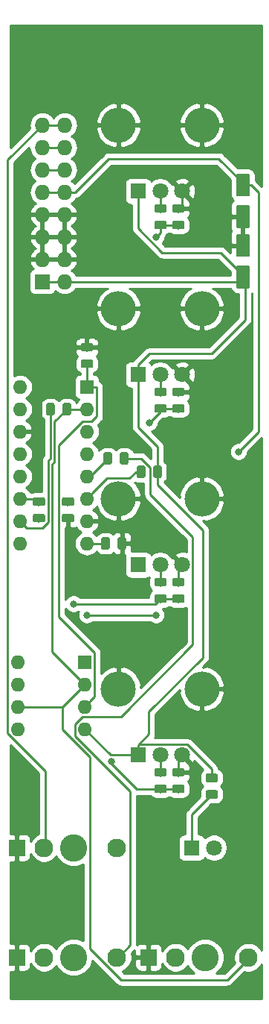
<source format=gbr>
G04 #@! TF.GenerationSoftware,KiCad,Pcbnew,(5.1.4-0-10_14)*
G04 #@! TF.CreationDate,2019-10-08T20:54:05-07:00*
G04 #@! TF.ProjectId,ADSR_Main_IO,41445352-5f4d-4616-996e-5f494f2e6b69,rev?*
G04 #@! TF.SameCoordinates,Original*
G04 #@! TF.FileFunction,Copper,L2,Bot*
G04 #@! TF.FilePolarity,Positive*
%FSLAX46Y46*%
G04 Gerber Fmt 4.6, Leading zero omitted, Abs format (unit mm)*
G04 Created by KiCad (PCBNEW (5.1.4-0-10_14)) date 2019-10-08 20:54:05*
%MOMM*%
%LPD*%
G04 APERTURE LIST*
%ADD10C,3.100000*%
%ADD11C,2.130000*%
%ADD12R,1.830000X1.930000*%
%ADD13O,4.000000X4.000000*%
%ADD14C,1.800000*%
%ADD15R,1.800000X1.800000*%
%ADD16O,1.600000X1.600000*%
%ADD17R,1.600000X1.600000*%
%ADD18O,1.727200X1.727200*%
%ADD19R,1.727200X1.727200*%
%ADD20C,0.100000*%
%ADD21C,0.975000*%
%ADD22C,1.600000*%
%ADD23C,0.800000*%
%ADD24C,0.250000*%
%ADD25C,0.254000*%
G04 APERTURE END LIST*
D10*
X71628000Y-142240000D03*
D11*
X76578000Y-142240000D03*
D12*
X65178000Y-142240000D03*
D11*
X68278000Y-142240000D03*
D10*
X71628000Y-154686000D03*
D11*
X76578000Y-154686000D03*
D12*
X65178000Y-154686000D03*
D11*
X68278000Y-154686000D03*
D10*
X86614000Y-154686000D03*
D11*
X91564000Y-154686000D03*
D12*
X80164000Y-154686000D03*
D11*
X83264000Y-154686000D03*
D13*
X86244000Y-60218000D03*
X76744000Y-60218000D03*
D14*
X83994000Y-67718000D03*
X81494000Y-67718000D03*
D15*
X78994000Y-67718000D03*
D13*
X86244000Y-81046000D03*
X76744000Y-81046000D03*
D14*
X83994000Y-88546000D03*
X81494000Y-88546000D03*
D15*
X78994000Y-88546000D03*
D13*
X86244000Y-102636000D03*
X76744000Y-102636000D03*
D14*
X83994000Y-110136000D03*
X81494000Y-110136000D03*
D15*
X78994000Y-110136000D03*
D13*
X86244000Y-124226000D03*
X76744000Y-124226000D03*
D14*
X83994000Y-131726000D03*
X81494000Y-131726000D03*
D15*
X78994000Y-131726000D03*
D16*
X65532000Y-89916000D03*
X73152000Y-107696000D03*
X65532000Y-92456000D03*
X73152000Y-105156000D03*
X65532000Y-94996000D03*
X73152000Y-102616000D03*
X65532000Y-97536000D03*
X73152000Y-100076000D03*
X65532000Y-100076000D03*
X73152000Y-97536000D03*
X65532000Y-102616000D03*
X73152000Y-94996000D03*
X65532000Y-105156000D03*
X73152000Y-92456000D03*
X65532000Y-107696000D03*
D17*
X73152000Y-89916000D03*
D18*
X70612000Y-60198000D03*
X68072000Y-60198000D03*
X70612000Y-62738000D03*
X68072000Y-62738000D03*
X70612000Y-65278000D03*
X68072000Y-65278000D03*
X70612000Y-67818000D03*
X68072000Y-67818000D03*
X70612000Y-70358000D03*
X68072000Y-70358000D03*
X70612000Y-72898000D03*
X68072000Y-72898000D03*
X70612000Y-75438000D03*
X68072000Y-75438000D03*
X70612000Y-77978000D03*
D19*
X68072000Y-77978000D03*
D20*
G36*
X82014142Y-71063174D02*
G01*
X82037803Y-71066684D01*
X82061007Y-71072496D01*
X82083529Y-71080554D01*
X82105153Y-71090782D01*
X82125670Y-71103079D01*
X82144883Y-71117329D01*
X82162607Y-71133393D01*
X82178671Y-71151117D01*
X82192921Y-71170330D01*
X82205218Y-71190847D01*
X82215446Y-71212471D01*
X82223504Y-71234993D01*
X82229316Y-71258197D01*
X82232826Y-71281858D01*
X82234000Y-71305750D01*
X82234000Y-71793250D01*
X82232826Y-71817142D01*
X82229316Y-71840803D01*
X82223504Y-71864007D01*
X82215446Y-71886529D01*
X82205218Y-71908153D01*
X82192921Y-71928670D01*
X82178671Y-71947883D01*
X82162607Y-71965607D01*
X82144883Y-71981671D01*
X82125670Y-71995921D01*
X82105153Y-72008218D01*
X82083529Y-72018446D01*
X82061007Y-72026504D01*
X82037803Y-72032316D01*
X82014142Y-72035826D01*
X81990250Y-72037000D01*
X81077750Y-72037000D01*
X81053858Y-72035826D01*
X81030197Y-72032316D01*
X81006993Y-72026504D01*
X80984471Y-72018446D01*
X80962847Y-72008218D01*
X80942330Y-71995921D01*
X80923117Y-71981671D01*
X80905393Y-71965607D01*
X80889329Y-71947883D01*
X80875079Y-71928670D01*
X80862782Y-71908153D01*
X80852554Y-71886529D01*
X80844496Y-71864007D01*
X80838684Y-71840803D01*
X80835174Y-71817142D01*
X80834000Y-71793250D01*
X80834000Y-71305750D01*
X80835174Y-71281858D01*
X80838684Y-71258197D01*
X80844496Y-71234993D01*
X80852554Y-71212471D01*
X80862782Y-71190847D01*
X80875079Y-71170330D01*
X80889329Y-71151117D01*
X80905393Y-71133393D01*
X80923117Y-71117329D01*
X80942330Y-71103079D01*
X80962847Y-71090782D01*
X80984471Y-71080554D01*
X81006993Y-71072496D01*
X81030197Y-71066684D01*
X81053858Y-71063174D01*
X81077750Y-71062000D01*
X81990250Y-71062000D01*
X82014142Y-71063174D01*
X82014142Y-71063174D01*
G37*
D21*
X81534000Y-71549500D03*
D20*
G36*
X82014142Y-69188174D02*
G01*
X82037803Y-69191684D01*
X82061007Y-69197496D01*
X82083529Y-69205554D01*
X82105153Y-69215782D01*
X82125670Y-69228079D01*
X82144883Y-69242329D01*
X82162607Y-69258393D01*
X82178671Y-69276117D01*
X82192921Y-69295330D01*
X82205218Y-69315847D01*
X82215446Y-69337471D01*
X82223504Y-69359993D01*
X82229316Y-69383197D01*
X82232826Y-69406858D01*
X82234000Y-69430750D01*
X82234000Y-69918250D01*
X82232826Y-69942142D01*
X82229316Y-69965803D01*
X82223504Y-69989007D01*
X82215446Y-70011529D01*
X82205218Y-70033153D01*
X82192921Y-70053670D01*
X82178671Y-70072883D01*
X82162607Y-70090607D01*
X82144883Y-70106671D01*
X82125670Y-70120921D01*
X82105153Y-70133218D01*
X82083529Y-70143446D01*
X82061007Y-70151504D01*
X82037803Y-70157316D01*
X82014142Y-70160826D01*
X81990250Y-70162000D01*
X81077750Y-70162000D01*
X81053858Y-70160826D01*
X81030197Y-70157316D01*
X81006993Y-70151504D01*
X80984471Y-70143446D01*
X80962847Y-70133218D01*
X80942330Y-70120921D01*
X80923117Y-70106671D01*
X80905393Y-70090607D01*
X80889329Y-70072883D01*
X80875079Y-70053670D01*
X80862782Y-70033153D01*
X80852554Y-70011529D01*
X80844496Y-69989007D01*
X80838684Y-69965803D01*
X80835174Y-69942142D01*
X80834000Y-69918250D01*
X80834000Y-69430750D01*
X80835174Y-69406858D01*
X80838684Y-69383197D01*
X80844496Y-69359993D01*
X80852554Y-69337471D01*
X80862782Y-69315847D01*
X80875079Y-69295330D01*
X80889329Y-69276117D01*
X80905393Y-69258393D01*
X80923117Y-69242329D01*
X80942330Y-69228079D01*
X80962847Y-69215782D01*
X80984471Y-69205554D01*
X81006993Y-69197496D01*
X81030197Y-69191684D01*
X81053858Y-69188174D01*
X81077750Y-69187000D01*
X81990250Y-69187000D01*
X82014142Y-69188174D01*
X82014142Y-69188174D01*
G37*
D21*
X81534000Y-69674500D03*
D20*
G36*
X84046142Y-69188174D02*
G01*
X84069803Y-69191684D01*
X84093007Y-69197496D01*
X84115529Y-69205554D01*
X84137153Y-69215782D01*
X84157670Y-69228079D01*
X84176883Y-69242329D01*
X84194607Y-69258393D01*
X84210671Y-69276117D01*
X84224921Y-69295330D01*
X84237218Y-69315847D01*
X84247446Y-69337471D01*
X84255504Y-69359993D01*
X84261316Y-69383197D01*
X84264826Y-69406858D01*
X84266000Y-69430750D01*
X84266000Y-69918250D01*
X84264826Y-69942142D01*
X84261316Y-69965803D01*
X84255504Y-69989007D01*
X84247446Y-70011529D01*
X84237218Y-70033153D01*
X84224921Y-70053670D01*
X84210671Y-70072883D01*
X84194607Y-70090607D01*
X84176883Y-70106671D01*
X84157670Y-70120921D01*
X84137153Y-70133218D01*
X84115529Y-70143446D01*
X84093007Y-70151504D01*
X84069803Y-70157316D01*
X84046142Y-70160826D01*
X84022250Y-70162000D01*
X83109750Y-70162000D01*
X83085858Y-70160826D01*
X83062197Y-70157316D01*
X83038993Y-70151504D01*
X83016471Y-70143446D01*
X82994847Y-70133218D01*
X82974330Y-70120921D01*
X82955117Y-70106671D01*
X82937393Y-70090607D01*
X82921329Y-70072883D01*
X82907079Y-70053670D01*
X82894782Y-70033153D01*
X82884554Y-70011529D01*
X82876496Y-69989007D01*
X82870684Y-69965803D01*
X82867174Y-69942142D01*
X82866000Y-69918250D01*
X82866000Y-69430750D01*
X82867174Y-69406858D01*
X82870684Y-69383197D01*
X82876496Y-69359993D01*
X82884554Y-69337471D01*
X82894782Y-69315847D01*
X82907079Y-69295330D01*
X82921329Y-69276117D01*
X82937393Y-69258393D01*
X82955117Y-69242329D01*
X82974330Y-69228079D01*
X82994847Y-69215782D01*
X83016471Y-69205554D01*
X83038993Y-69197496D01*
X83062197Y-69191684D01*
X83085858Y-69188174D01*
X83109750Y-69187000D01*
X84022250Y-69187000D01*
X84046142Y-69188174D01*
X84046142Y-69188174D01*
G37*
D21*
X83566000Y-69674500D03*
D20*
G36*
X84046142Y-71063174D02*
G01*
X84069803Y-71066684D01*
X84093007Y-71072496D01*
X84115529Y-71080554D01*
X84137153Y-71090782D01*
X84157670Y-71103079D01*
X84176883Y-71117329D01*
X84194607Y-71133393D01*
X84210671Y-71151117D01*
X84224921Y-71170330D01*
X84237218Y-71190847D01*
X84247446Y-71212471D01*
X84255504Y-71234993D01*
X84261316Y-71258197D01*
X84264826Y-71281858D01*
X84266000Y-71305750D01*
X84266000Y-71793250D01*
X84264826Y-71817142D01*
X84261316Y-71840803D01*
X84255504Y-71864007D01*
X84247446Y-71886529D01*
X84237218Y-71908153D01*
X84224921Y-71928670D01*
X84210671Y-71947883D01*
X84194607Y-71965607D01*
X84176883Y-71981671D01*
X84157670Y-71995921D01*
X84137153Y-72008218D01*
X84115529Y-72018446D01*
X84093007Y-72026504D01*
X84069803Y-72032316D01*
X84046142Y-72035826D01*
X84022250Y-72037000D01*
X83109750Y-72037000D01*
X83085858Y-72035826D01*
X83062197Y-72032316D01*
X83038993Y-72026504D01*
X83016471Y-72018446D01*
X82994847Y-72008218D01*
X82974330Y-71995921D01*
X82955117Y-71981671D01*
X82937393Y-71965607D01*
X82921329Y-71947883D01*
X82907079Y-71928670D01*
X82894782Y-71908153D01*
X82884554Y-71886529D01*
X82876496Y-71864007D01*
X82870684Y-71840803D01*
X82867174Y-71817142D01*
X82866000Y-71793250D01*
X82866000Y-71305750D01*
X82867174Y-71281858D01*
X82870684Y-71258197D01*
X82876496Y-71234993D01*
X82884554Y-71212471D01*
X82894782Y-71190847D01*
X82907079Y-71170330D01*
X82921329Y-71151117D01*
X82937393Y-71133393D01*
X82955117Y-71117329D01*
X82974330Y-71103079D01*
X82994847Y-71090782D01*
X83016471Y-71080554D01*
X83038993Y-71072496D01*
X83062197Y-71066684D01*
X83085858Y-71063174D01*
X83109750Y-71062000D01*
X84022250Y-71062000D01*
X84046142Y-71063174D01*
X84046142Y-71063174D01*
G37*
D21*
X83566000Y-71549500D03*
D20*
G36*
X82014142Y-91891174D02*
G01*
X82037803Y-91894684D01*
X82061007Y-91900496D01*
X82083529Y-91908554D01*
X82105153Y-91918782D01*
X82125670Y-91931079D01*
X82144883Y-91945329D01*
X82162607Y-91961393D01*
X82178671Y-91979117D01*
X82192921Y-91998330D01*
X82205218Y-92018847D01*
X82215446Y-92040471D01*
X82223504Y-92062993D01*
X82229316Y-92086197D01*
X82232826Y-92109858D01*
X82234000Y-92133750D01*
X82234000Y-92621250D01*
X82232826Y-92645142D01*
X82229316Y-92668803D01*
X82223504Y-92692007D01*
X82215446Y-92714529D01*
X82205218Y-92736153D01*
X82192921Y-92756670D01*
X82178671Y-92775883D01*
X82162607Y-92793607D01*
X82144883Y-92809671D01*
X82125670Y-92823921D01*
X82105153Y-92836218D01*
X82083529Y-92846446D01*
X82061007Y-92854504D01*
X82037803Y-92860316D01*
X82014142Y-92863826D01*
X81990250Y-92865000D01*
X81077750Y-92865000D01*
X81053858Y-92863826D01*
X81030197Y-92860316D01*
X81006993Y-92854504D01*
X80984471Y-92846446D01*
X80962847Y-92836218D01*
X80942330Y-92823921D01*
X80923117Y-92809671D01*
X80905393Y-92793607D01*
X80889329Y-92775883D01*
X80875079Y-92756670D01*
X80862782Y-92736153D01*
X80852554Y-92714529D01*
X80844496Y-92692007D01*
X80838684Y-92668803D01*
X80835174Y-92645142D01*
X80834000Y-92621250D01*
X80834000Y-92133750D01*
X80835174Y-92109858D01*
X80838684Y-92086197D01*
X80844496Y-92062993D01*
X80852554Y-92040471D01*
X80862782Y-92018847D01*
X80875079Y-91998330D01*
X80889329Y-91979117D01*
X80905393Y-91961393D01*
X80923117Y-91945329D01*
X80942330Y-91931079D01*
X80962847Y-91918782D01*
X80984471Y-91908554D01*
X81006993Y-91900496D01*
X81030197Y-91894684D01*
X81053858Y-91891174D01*
X81077750Y-91890000D01*
X81990250Y-91890000D01*
X82014142Y-91891174D01*
X82014142Y-91891174D01*
G37*
D21*
X81534000Y-92377500D03*
D20*
G36*
X82014142Y-90016174D02*
G01*
X82037803Y-90019684D01*
X82061007Y-90025496D01*
X82083529Y-90033554D01*
X82105153Y-90043782D01*
X82125670Y-90056079D01*
X82144883Y-90070329D01*
X82162607Y-90086393D01*
X82178671Y-90104117D01*
X82192921Y-90123330D01*
X82205218Y-90143847D01*
X82215446Y-90165471D01*
X82223504Y-90187993D01*
X82229316Y-90211197D01*
X82232826Y-90234858D01*
X82234000Y-90258750D01*
X82234000Y-90746250D01*
X82232826Y-90770142D01*
X82229316Y-90793803D01*
X82223504Y-90817007D01*
X82215446Y-90839529D01*
X82205218Y-90861153D01*
X82192921Y-90881670D01*
X82178671Y-90900883D01*
X82162607Y-90918607D01*
X82144883Y-90934671D01*
X82125670Y-90948921D01*
X82105153Y-90961218D01*
X82083529Y-90971446D01*
X82061007Y-90979504D01*
X82037803Y-90985316D01*
X82014142Y-90988826D01*
X81990250Y-90990000D01*
X81077750Y-90990000D01*
X81053858Y-90988826D01*
X81030197Y-90985316D01*
X81006993Y-90979504D01*
X80984471Y-90971446D01*
X80962847Y-90961218D01*
X80942330Y-90948921D01*
X80923117Y-90934671D01*
X80905393Y-90918607D01*
X80889329Y-90900883D01*
X80875079Y-90881670D01*
X80862782Y-90861153D01*
X80852554Y-90839529D01*
X80844496Y-90817007D01*
X80838684Y-90793803D01*
X80835174Y-90770142D01*
X80834000Y-90746250D01*
X80834000Y-90258750D01*
X80835174Y-90234858D01*
X80838684Y-90211197D01*
X80844496Y-90187993D01*
X80852554Y-90165471D01*
X80862782Y-90143847D01*
X80875079Y-90123330D01*
X80889329Y-90104117D01*
X80905393Y-90086393D01*
X80923117Y-90070329D01*
X80942330Y-90056079D01*
X80962847Y-90043782D01*
X80984471Y-90033554D01*
X81006993Y-90025496D01*
X81030197Y-90019684D01*
X81053858Y-90016174D01*
X81077750Y-90015000D01*
X81990250Y-90015000D01*
X82014142Y-90016174D01*
X82014142Y-90016174D01*
G37*
D21*
X81534000Y-90502500D03*
D20*
G36*
X84046142Y-90016174D02*
G01*
X84069803Y-90019684D01*
X84093007Y-90025496D01*
X84115529Y-90033554D01*
X84137153Y-90043782D01*
X84157670Y-90056079D01*
X84176883Y-90070329D01*
X84194607Y-90086393D01*
X84210671Y-90104117D01*
X84224921Y-90123330D01*
X84237218Y-90143847D01*
X84247446Y-90165471D01*
X84255504Y-90187993D01*
X84261316Y-90211197D01*
X84264826Y-90234858D01*
X84266000Y-90258750D01*
X84266000Y-90746250D01*
X84264826Y-90770142D01*
X84261316Y-90793803D01*
X84255504Y-90817007D01*
X84247446Y-90839529D01*
X84237218Y-90861153D01*
X84224921Y-90881670D01*
X84210671Y-90900883D01*
X84194607Y-90918607D01*
X84176883Y-90934671D01*
X84157670Y-90948921D01*
X84137153Y-90961218D01*
X84115529Y-90971446D01*
X84093007Y-90979504D01*
X84069803Y-90985316D01*
X84046142Y-90988826D01*
X84022250Y-90990000D01*
X83109750Y-90990000D01*
X83085858Y-90988826D01*
X83062197Y-90985316D01*
X83038993Y-90979504D01*
X83016471Y-90971446D01*
X82994847Y-90961218D01*
X82974330Y-90948921D01*
X82955117Y-90934671D01*
X82937393Y-90918607D01*
X82921329Y-90900883D01*
X82907079Y-90881670D01*
X82894782Y-90861153D01*
X82884554Y-90839529D01*
X82876496Y-90817007D01*
X82870684Y-90793803D01*
X82867174Y-90770142D01*
X82866000Y-90746250D01*
X82866000Y-90258750D01*
X82867174Y-90234858D01*
X82870684Y-90211197D01*
X82876496Y-90187993D01*
X82884554Y-90165471D01*
X82894782Y-90143847D01*
X82907079Y-90123330D01*
X82921329Y-90104117D01*
X82937393Y-90086393D01*
X82955117Y-90070329D01*
X82974330Y-90056079D01*
X82994847Y-90043782D01*
X83016471Y-90033554D01*
X83038993Y-90025496D01*
X83062197Y-90019684D01*
X83085858Y-90016174D01*
X83109750Y-90015000D01*
X84022250Y-90015000D01*
X84046142Y-90016174D01*
X84046142Y-90016174D01*
G37*
D21*
X83566000Y-90502500D03*
D20*
G36*
X84046142Y-91891174D02*
G01*
X84069803Y-91894684D01*
X84093007Y-91900496D01*
X84115529Y-91908554D01*
X84137153Y-91918782D01*
X84157670Y-91931079D01*
X84176883Y-91945329D01*
X84194607Y-91961393D01*
X84210671Y-91979117D01*
X84224921Y-91998330D01*
X84237218Y-92018847D01*
X84247446Y-92040471D01*
X84255504Y-92062993D01*
X84261316Y-92086197D01*
X84264826Y-92109858D01*
X84266000Y-92133750D01*
X84266000Y-92621250D01*
X84264826Y-92645142D01*
X84261316Y-92668803D01*
X84255504Y-92692007D01*
X84247446Y-92714529D01*
X84237218Y-92736153D01*
X84224921Y-92756670D01*
X84210671Y-92775883D01*
X84194607Y-92793607D01*
X84176883Y-92809671D01*
X84157670Y-92823921D01*
X84137153Y-92836218D01*
X84115529Y-92846446D01*
X84093007Y-92854504D01*
X84069803Y-92860316D01*
X84046142Y-92863826D01*
X84022250Y-92865000D01*
X83109750Y-92865000D01*
X83085858Y-92863826D01*
X83062197Y-92860316D01*
X83038993Y-92854504D01*
X83016471Y-92846446D01*
X82994847Y-92836218D01*
X82974330Y-92823921D01*
X82955117Y-92809671D01*
X82937393Y-92793607D01*
X82921329Y-92775883D01*
X82907079Y-92756670D01*
X82894782Y-92736153D01*
X82884554Y-92714529D01*
X82876496Y-92692007D01*
X82870684Y-92668803D01*
X82867174Y-92645142D01*
X82866000Y-92621250D01*
X82866000Y-92133750D01*
X82867174Y-92109858D01*
X82870684Y-92086197D01*
X82876496Y-92062993D01*
X82884554Y-92040471D01*
X82894782Y-92018847D01*
X82907079Y-91998330D01*
X82921329Y-91979117D01*
X82937393Y-91961393D01*
X82955117Y-91945329D01*
X82974330Y-91931079D01*
X82994847Y-91918782D01*
X83016471Y-91908554D01*
X83038993Y-91900496D01*
X83062197Y-91894684D01*
X83085858Y-91891174D01*
X83109750Y-91890000D01*
X84022250Y-91890000D01*
X84046142Y-91891174D01*
X84046142Y-91891174D01*
G37*
D21*
X83566000Y-92377500D03*
D20*
G36*
X82014142Y-113481174D02*
G01*
X82037803Y-113484684D01*
X82061007Y-113490496D01*
X82083529Y-113498554D01*
X82105153Y-113508782D01*
X82125670Y-113521079D01*
X82144883Y-113535329D01*
X82162607Y-113551393D01*
X82178671Y-113569117D01*
X82192921Y-113588330D01*
X82205218Y-113608847D01*
X82215446Y-113630471D01*
X82223504Y-113652993D01*
X82229316Y-113676197D01*
X82232826Y-113699858D01*
X82234000Y-113723750D01*
X82234000Y-114211250D01*
X82232826Y-114235142D01*
X82229316Y-114258803D01*
X82223504Y-114282007D01*
X82215446Y-114304529D01*
X82205218Y-114326153D01*
X82192921Y-114346670D01*
X82178671Y-114365883D01*
X82162607Y-114383607D01*
X82144883Y-114399671D01*
X82125670Y-114413921D01*
X82105153Y-114426218D01*
X82083529Y-114436446D01*
X82061007Y-114444504D01*
X82037803Y-114450316D01*
X82014142Y-114453826D01*
X81990250Y-114455000D01*
X81077750Y-114455000D01*
X81053858Y-114453826D01*
X81030197Y-114450316D01*
X81006993Y-114444504D01*
X80984471Y-114436446D01*
X80962847Y-114426218D01*
X80942330Y-114413921D01*
X80923117Y-114399671D01*
X80905393Y-114383607D01*
X80889329Y-114365883D01*
X80875079Y-114346670D01*
X80862782Y-114326153D01*
X80852554Y-114304529D01*
X80844496Y-114282007D01*
X80838684Y-114258803D01*
X80835174Y-114235142D01*
X80834000Y-114211250D01*
X80834000Y-113723750D01*
X80835174Y-113699858D01*
X80838684Y-113676197D01*
X80844496Y-113652993D01*
X80852554Y-113630471D01*
X80862782Y-113608847D01*
X80875079Y-113588330D01*
X80889329Y-113569117D01*
X80905393Y-113551393D01*
X80923117Y-113535329D01*
X80942330Y-113521079D01*
X80962847Y-113508782D01*
X80984471Y-113498554D01*
X81006993Y-113490496D01*
X81030197Y-113484684D01*
X81053858Y-113481174D01*
X81077750Y-113480000D01*
X81990250Y-113480000D01*
X82014142Y-113481174D01*
X82014142Y-113481174D01*
G37*
D21*
X81534000Y-113967500D03*
D20*
G36*
X82014142Y-111606174D02*
G01*
X82037803Y-111609684D01*
X82061007Y-111615496D01*
X82083529Y-111623554D01*
X82105153Y-111633782D01*
X82125670Y-111646079D01*
X82144883Y-111660329D01*
X82162607Y-111676393D01*
X82178671Y-111694117D01*
X82192921Y-111713330D01*
X82205218Y-111733847D01*
X82215446Y-111755471D01*
X82223504Y-111777993D01*
X82229316Y-111801197D01*
X82232826Y-111824858D01*
X82234000Y-111848750D01*
X82234000Y-112336250D01*
X82232826Y-112360142D01*
X82229316Y-112383803D01*
X82223504Y-112407007D01*
X82215446Y-112429529D01*
X82205218Y-112451153D01*
X82192921Y-112471670D01*
X82178671Y-112490883D01*
X82162607Y-112508607D01*
X82144883Y-112524671D01*
X82125670Y-112538921D01*
X82105153Y-112551218D01*
X82083529Y-112561446D01*
X82061007Y-112569504D01*
X82037803Y-112575316D01*
X82014142Y-112578826D01*
X81990250Y-112580000D01*
X81077750Y-112580000D01*
X81053858Y-112578826D01*
X81030197Y-112575316D01*
X81006993Y-112569504D01*
X80984471Y-112561446D01*
X80962847Y-112551218D01*
X80942330Y-112538921D01*
X80923117Y-112524671D01*
X80905393Y-112508607D01*
X80889329Y-112490883D01*
X80875079Y-112471670D01*
X80862782Y-112451153D01*
X80852554Y-112429529D01*
X80844496Y-112407007D01*
X80838684Y-112383803D01*
X80835174Y-112360142D01*
X80834000Y-112336250D01*
X80834000Y-111848750D01*
X80835174Y-111824858D01*
X80838684Y-111801197D01*
X80844496Y-111777993D01*
X80852554Y-111755471D01*
X80862782Y-111733847D01*
X80875079Y-111713330D01*
X80889329Y-111694117D01*
X80905393Y-111676393D01*
X80923117Y-111660329D01*
X80942330Y-111646079D01*
X80962847Y-111633782D01*
X80984471Y-111623554D01*
X81006993Y-111615496D01*
X81030197Y-111609684D01*
X81053858Y-111606174D01*
X81077750Y-111605000D01*
X81990250Y-111605000D01*
X82014142Y-111606174D01*
X82014142Y-111606174D01*
G37*
D21*
X81534000Y-112092500D03*
D20*
G36*
X84046142Y-111606174D02*
G01*
X84069803Y-111609684D01*
X84093007Y-111615496D01*
X84115529Y-111623554D01*
X84137153Y-111633782D01*
X84157670Y-111646079D01*
X84176883Y-111660329D01*
X84194607Y-111676393D01*
X84210671Y-111694117D01*
X84224921Y-111713330D01*
X84237218Y-111733847D01*
X84247446Y-111755471D01*
X84255504Y-111777993D01*
X84261316Y-111801197D01*
X84264826Y-111824858D01*
X84266000Y-111848750D01*
X84266000Y-112336250D01*
X84264826Y-112360142D01*
X84261316Y-112383803D01*
X84255504Y-112407007D01*
X84247446Y-112429529D01*
X84237218Y-112451153D01*
X84224921Y-112471670D01*
X84210671Y-112490883D01*
X84194607Y-112508607D01*
X84176883Y-112524671D01*
X84157670Y-112538921D01*
X84137153Y-112551218D01*
X84115529Y-112561446D01*
X84093007Y-112569504D01*
X84069803Y-112575316D01*
X84046142Y-112578826D01*
X84022250Y-112580000D01*
X83109750Y-112580000D01*
X83085858Y-112578826D01*
X83062197Y-112575316D01*
X83038993Y-112569504D01*
X83016471Y-112561446D01*
X82994847Y-112551218D01*
X82974330Y-112538921D01*
X82955117Y-112524671D01*
X82937393Y-112508607D01*
X82921329Y-112490883D01*
X82907079Y-112471670D01*
X82894782Y-112451153D01*
X82884554Y-112429529D01*
X82876496Y-112407007D01*
X82870684Y-112383803D01*
X82867174Y-112360142D01*
X82866000Y-112336250D01*
X82866000Y-111848750D01*
X82867174Y-111824858D01*
X82870684Y-111801197D01*
X82876496Y-111777993D01*
X82884554Y-111755471D01*
X82894782Y-111733847D01*
X82907079Y-111713330D01*
X82921329Y-111694117D01*
X82937393Y-111676393D01*
X82955117Y-111660329D01*
X82974330Y-111646079D01*
X82994847Y-111633782D01*
X83016471Y-111623554D01*
X83038993Y-111615496D01*
X83062197Y-111609684D01*
X83085858Y-111606174D01*
X83109750Y-111605000D01*
X84022250Y-111605000D01*
X84046142Y-111606174D01*
X84046142Y-111606174D01*
G37*
D21*
X83566000Y-112092500D03*
D20*
G36*
X84046142Y-113481174D02*
G01*
X84069803Y-113484684D01*
X84093007Y-113490496D01*
X84115529Y-113498554D01*
X84137153Y-113508782D01*
X84157670Y-113521079D01*
X84176883Y-113535329D01*
X84194607Y-113551393D01*
X84210671Y-113569117D01*
X84224921Y-113588330D01*
X84237218Y-113608847D01*
X84247446Y-113630471D01*
X84255504Y-113652993D01*
X84261316Y-113676197D01*
X84264826Y-113699858D01*
X84266000Y-113723750D01*
X84266000Y-114211250D01*
X84264826Y-114235142D01*
X84261316Y-114258803D01*
X84255504Y-114282007D01*
X84247446Y-114304529D01*
X84237218Y-114326153D01*
X84224921Y-114346670D01*
X84210671Y-114365883D01*
X84194607Y-114383607D01*
X84176883Y-114399671D01*
X84157670Y-114413921D01*
X84137153Y-114426218D01*
X84115529Y-114436446D01*
X84093007Y-114444504D01*
X84069803Y-114450316D01*
X84046142Y-114453826D01*
X84022250Y-114455000D01*
X83109750Y-114455000D01*
X83085858Y-114453826D01*
X83062197Y-114450316D01*
X83038993Y-114444504D01*
X83016471Y-114436446D01*
X82994847Y-114426218D01*
X82974330Y-114413921D01*
X82955117Y-114399671D01*
X82937393Y-114383607D01*
X82921329Y-114365883D01*
X82907079Y-114346670D01*
X82894782Y-114326153D01*
X82884554Y-114304529D01*
X82876496Y-114282007D01*
X82870684Y-114258803D01*
X82867174Y-114235142D01*
X82866000Y-114211250D01*
X82866000Y-113723750D01*
X82867174Y-113699858D01*
X82870684Y-113676197D01*
X82876496Y-113652993D01*
X82884554Y-113630471D01*
X82894782Y-113608847D01*
X82907079Y-113588330D01*
X82921329Y-113569117D01*
X82937393Y-113551393D01*
X82955117Y-113535329D01*
X82974330Y-113521079D01*
X82994847Y-113508782D01*
X83016471Y-113498554D01*
X83038993Y-113490496D01*
X83062197Y-113484684D01*
X83085858Y-113481174D01*
X83109750Y-113480000D01*
X84022250Y-113480000D01*
X84046142Y-113481174D01*
X84046142Y-113481174D01*
G37*
D21*
X83566000Y-113967500D03*
D20*
G36*
X82014142Y-135071174D02*
G01*
X82037803Y-135074684D01*
X82061007Y-135080496D01*
X82083529Y-135088554D01*
X82105153Y-135098782D01*
X82125670Y-135111079D01*
X82144883Y-135125329D01*
X82162607Y-135141393D01*
X82178671Y-135159117D01*
X82192921Y-135178330D01*
X82205218Y-135198847D01*
X82215446Y-135220471D01*
X82223504Y-135242993D01*
X82229316Y-135266197D01*
X82232826Y-135289858D01*
X82234000Y-135313750D01*
X82234000Y-135801250D01*
X82232826Y-135825142D01*
X82229316Y-135848803D01*
X82223504Y-135872007D01*
X82215446Y-135894529D01*
X82205218Y-135916153D01*
X82192921Y-135936670D01*
X82178671Y-135955883D01*
X82162607Y-135973607D01*
X82144883Y-135989671D01*
X82125670Y-136003921D01*
X82105153Y-136016218D01*
X82083529Y-136026446D01*
X82061007Y-136034504D01*
X82037803Y-136040316D01*
X82014142Y-136043826D01*
X81990250Y-136045000D01*
X81077750Y-136045000D01*
X81053858Y-136043826D01*
X81030197Y-136040316D01*
X81006993Y-136034504D01*
X80984471Y-136026446D01*
X80962847Y-136016218D01*
X80942330Y-136003921D01*
X80923117Y-135989671D01*
X80905393Y-135973607D01*
X80889329Y-135955883D01*
X80875079Y-135936670D01*
X80862782Y-135916153D01*
X80852554Y-135894529D01*
X80844496Y-135872007D01*
X80838684Y-135848803D01*
X80835174Y-135825142D01*
X80834000Y-135801250D01*
X80834000Y-135313750D01*
X80835174Y-135289858D01*
X80838684Y-135266197D01*
X80844496Y-135242993D01*
X80852554Y-135220471D01*
X80862782Y-135198847D01*
X80875079Y-135178330D01*
X80889329Y-135159117D01*
X80905393Y-135141393D01*
X80923117Y-135125329D01*
X80942330Y-135111079D01*
X80962847Y-135098782D01*
X80984471Y-135088554D01*
X81006993Y-135080496D01*
X81030197Y-135074684D01*
X81053858Y-135071174D01*
X81077750Y-135070000D01*
X81990250Y-135070000D01*
X82014142Y-135071174D01*
X82014142Y-135071174D01*
G37*
D21*
X81534000Y-135557500D03*
D20*
G36*
X82014142Y-133196174D02*
G01*
X82037803Y-133199684D01*
X82061007Y-133205496D01*
X82083529Y-133213554D01*
X82105153Y-133223782D01*
X82125670Y-133236079D01*
X82144883Y-133250329D01*
X82162607Y-133266393D01*
X82178671Y-133284117D01*
X82192921Y-133303330D01*
X82205218Y-133323847D01*
X82215446Y-133345471D01*
X82223504Y-133367993D01*
X82229316Y-133391197D01*
X82232826Y-133414858D01*
X82234000Y-133438750D01*
X82234000Y-133926250D01*
X82232826Y-133950142D01*
X82229316Y-133973803D01*
X82223504Y-133997007D01*
X82215446Y-134019529D01*
X82205218Y-134041153D01*
X82192921Y-134061670D01*
X82178671Y-134080883D01*
X82162607Y-134098607D01*
X82144883Y-134114671D01*
X82125670Y-134128921D01*
X82105153Y-134141218D01*
X82083529Y-134151446D01*
X82061007Y-134159504D01*
X82037803Y-134165316D01*
X82014142Y-134168826D01*
X81990250Y-134170000D01*
X81077750Y-134170000D01*
X81053858Y-134168826D01*
X81030197Y-134165316D01*
X81006993Y-134159504D01*
X80984471Y-134151446D01*
X80962847Y-134141218D01*
X80942330Y-134128921D01*
X80923117Y-134114671D01*
X80905393Y-134098607D01*
X80889329Y-134080883D01*
X80875079Y-134061670D01*
X80862782Y-134041153D01*
X80852554Y-134019529D01*
X80844496Y-133997007D01*
X80838684Y-133973803D01*
X80835174Y-133950142D01*
X80834000Y-133926250D01*
X80834000Y-133438750D01*
X80835174Y-133414858D01*
X80838684Y-133391197D01*
X80844496Y-133367993D01*
X80852554Y-133345471D01*
X80862782Y-133323847D01*
X80875079Y-133303330D01*
X80889329Y-133284117D01*
X80905393Y-133266393D01*
X80923117Y-133250329D01*
X80942330Y-133236079D01*
X80962847Y-133223782D01*
X80984471Y-133213554D01*
X81006993Y-133205496D01*
X81030197Y-133199684D01*
X81053858Y-133196174D01*
X81077750Y-133195000D01*
X81990250Y-133195000D01*
X82014142Y-133196174D01*
X82014142Y-133196174D01*
G37*
D21*
X81534000Y-133682500D03*
D20*
G36*
X84046142Y-133196174D02*
G01*
X84069803Y-133199684D01*
X84093007Y-133205496D01*
X84115529Y-133213554D01*
X84137153Y-133223782D01*
X84157670Y-133236079D01*
X84176883Y-133250329D01*
X84194607Y-133266393D01*
X84210671Y-133284117D01*
X84224921Y-133303330D01*
X84237218Y-133323847D01*
X84247446Y-133345471D01*
X84255504Y-133367993D01*
X84261316Y-133391197D01*
X84264826Y-133414858D01*
X84266000Y-133438750D01*
X84266000Y-133926250D01*
X84264826Y-133950142D01*
X84261316Y-133973803D01*
X84255504Y-133997007D01*
X84247446Y-134019529D01*
X84237218Y-134041153D01*
X84224921Y-134061670D01*
X84210671Y-134080883D01*
X84194607Y-134098607D01*
X84176883Y-134114671D01*
X84157670Y-134128921D01*
X84137153Y-134141218D01*
X84115529Y-134151446D01*
X84093007Y-134159504D01*
X84069803Y-134165316D01*
X84046142Y-134168826D01*
X84022250Y-134170000D01*
X83109750Y-134170000D01*
X83085858Y-134168826D01*
X83062197Y-134165316D01*
X83038993Y-134159504D01*
X83016471Y-134151446D01*
X82994847Y-134141218D01*
X82974330Y-134128921D01*
X82955117Y-134114671D01*
X82937393Y-134098607D01*
X82921329Y-134080883D01*
X82907079Y-134061670D01*
X82894782Y-134041153D01*
X82884554Y-134019529D01*
X82876496Y-133997007D01*
X82870684Y-133973803D01*
X82867174Y-133950142D01*
X82866000Y-133926250D01*
X82866000Y-133438750D01*
X82867174Y-133414858D01*
X82870684Y-133391197D01*
X82876496Y-133367993D01*
X82884554Y-133345471D01*
X82894782Y-133323847D01*
X82907079Y-133303330D01*
X82921329Y-133284117D01*
X82937393Y-133266393D01*
X82955117Y-133250329D01*
X82974330Y-133236079D01*
X82994847Y-133223782D01*
X83016471Y-133213554D01*
X83038993Y-133205496D01*
X83062197Y-133199684D01*
X83085858Y-133196174D01*
X83109750Y-133195000D01*
X84022250Y-133195000D01*
X84046142Y-133196174D01*
X84046142Y-133196174D01*
G37*
D21*
X83566000Y-133682500D03*
D20*
G36*
X84046142Y-135071174D02*
G01*
X84069803Y-135074684D01*
X84093007Y-135080496D01*
X84115529Y-135088554D01*
X84137153Y-135098782D01*
X84157670Y-135111079D01*
X84176883Y-135125329D01*
X84194607Y-135141393D01*
X84210671Y-135159117D01*
X84224921Y-135178330D01*
X84237218Y-135198847D01*
X84247446Y-135220471D01*
X84255504Y-135242993D01*
X84261316Y-135266197D01*
X84264826Y-135289858D01*
X84266000Y-135313750D01*
X84266000Y-135801250D01*
X84264826Y-135825142D01*
X84261316Y-135848803D01*
X84255504Y-135872007D01*
X84247446Y-135894529D01*
X84237218Y-135916153D01*
X84224921Y-135936670D01*
X84210671Y-135955883D01*
X84194607Y-135973607D01*
X84176883Y-135989671D01*
X84157670Y-136003921D01*
X84137153Y-136016218D01*
X84115529Y-136026446D01*
X84093007Y-136034504D01*
X84069803Y-136040316D01*
X84046142Y-136043826D01*
X84022250Y-136045000D01*
X83109750Y-136045000D01*
X83085858Y-136043826D01*
X83062197Y-136040316D01*
X83038993Y-136034504D01*
X83016471Y-136026446D01*
X82994847Y-136016218D01*
X82974330Y-136003921D01*
X82955117Y-135989671D01*
X82937393Y-135973607D01*
X82921329Y-135955883D01*
X82907079Y-135936670D01*
X82894782Y-135916153D01*
X82884554Y-135894529D01*
X82876496Y-135872007D01*
X82870684Y-135848803D01*
X82867174Y-135825142D01*
X82866000Y-135801250D01*
X82866000Y-135313750D01*
X82867174Y-135289858D01*
X82870684Y-135266197D01*
X82876496Y-135242993D01*
X82884554Y-135220471D01*
X82894782Y-135198847D01*
X82907079Y-135178330D01*
X82921329Y-135159117D01*
X82937393Y-135141393D01*
X82955117Y-135125329D01*
X82974330Y-135111079D01*
X82994847Y-135098782D01*
X83016471Y-135088554D01*
X83038993Y-135080496D01*
X83062197Y-135074684D01*
X83085858Y-135071174D01*
X83109750Y-135070000D01*
X84022250Y-135070000D01*
X84046142Y-135071174D01*
X84046142Y-135071174D01*
G37*
D21*
X83566000Y-135557500D03*
D20*
G36*
X77659142Y-97345174D02*
G01*
X77682803Y-97348684D01*
X77706007Y-97354496D01*
X77728529Y-97362554D01*
X77750153Y-97372782D01*
X77770670Y-97385079D01*
X77789883Y-97399329D01*
X77807607Y-97415393D01*
X77823671Y-97433117D01*
X77837921Y-97452330D01*
X77850218Y-97472847D01*
X77860446Y-97494471D01*
X77868504Y-97516993D01*
X77874316Y-97540197D01*
X77877826Y-97563858D01*
X77879000Y-97587750D01*
X77879000Y-98500250D01*
X77877826Y-98524142D01*
X77874316Y-98547803D01*
X77868504Y-98571007D01*
X77860446Y-98593529D01*
X77850218Y-98615153D01*
X77837921Y-98635670D01*
X77823671Y-98654883D01*
X77807607Y-98672607D01*
X77789883Y-98688671D01*
X77770670Y-98702921D01*
X77750153Y-98715218D01*
X77728529Y-98725446D01*
X77706007Y-98733504D01*
X77682803Y-98739316D01*
X77659142Y-98742826D01*
X77635250Y-98744000D01*
X77147750Y-98744000D01*
X77123858Y-98742826D01*
X77100197Y-98739316D01*
X77076993Y-98733504D01*
X77054471Y-98725446D01*
X77032847Y-98715218D01*
X77012330Y-98702921D01*
X76993117Y-98688671D01*
X76975393Y-98672607D01*
X76959329Y-98654883D01*
X76945079Y-98635670D01*
X76932782Y-98615153D01*
X76922554Y-98593529D01*
X76914496Y-98571007D01*
X76908684Y-98547803D01*
X76905174Y-98524142D01*
X76904000Y-98500250D01*
X76904000Y-97587750D01*
X76905174Y-97563858D01*
X76908684Y-97540197D01*
X76914496Y-97516993D01*
X76922554Y-97494471D01*
X76932782Y-97472847D01*
X76945079Y-97452330D01*
X76959329Y-97433117D01*
X76975393Y-97415393D01*
X76993117Y-97399329D01*
X77012330Y-97385079D01*
X77032847Y-97372782D01*
X77054471Y-97362554D01*
X77076993Y-97354496D01*
X77100197Y-97348684D01*
X77123858Y-97345174D01*
X77147750Y-97344000D01*
X77635250Y-97344000D01*
X77659142Y-97345174D01*
X77659142Y-97345174D01*
G37*
D21*
X77391500Y-98044000D03*
D20*
G36*
X75784142Y-97345174D02*
G01*
X75807803Y-97348684D01*
X75831007Y-97354496D01*
X75853529Y-97362554D01*
X75875153Y-97372782D01*
X75895670Y-97385079D01*
X75914883Y-97399329D01*
X75932607Y-97415393D01*
X75948671Y-97433117D01*
X75962921Y-97452330D01*
X75975218Y-97472847D01*
X75985446Y-97494471D01*
X75993504Y-97516993D01*
X75999316Y-97540197D01*
X76002826Y-97563858D01*
X76004000Y-97587750D01*
X76004000Y-98500250D01*
X76002826Y-98524142D01*
X75999316Y-98547803D01*
X75993504Y-98571007D01*
X75985446Y-98593529D01*
X75975218Y-98615153D01*
X75962921Y-98635670D01*
X75948671Y-98654883D01*
X75932607Y-98672607D01*
X75914883Y-98688671D01*
X75895670Y-98702921D01*
X75875153Y-98715218D01*
X75853529Y-98725446D01*
X75831007Y-98733504D01*
X75807803Y-98739316D01*
X75784142Y-98742826D01*
X75760250Y-98744000D01*
X75272750Y-98744000D01*
X75248858Y-98742826D01*
X75225197Y-98739316D01*
X75201993Y-98733504D01*
X75179471Y-98725446D01*
X75157847Y-98715218D01*
X75137330Y-98702921D01*
X75118117Y-98688671D01*
X75100393Y-98672607D01*
X75084329Y-98654883D01*
X75070079Y-98635670D01*
X75057782Y-98615153D01*
X75047554Y-98593529D01*
X75039496Y-98571007D01*
X75033684Y-98547803D01*
X75030174Y-98524142D01*
X75029000Y-98500250D01*
X75029000Y-97587750D01*
X75030174Y-97563858D01*
X75033684Y-97540197D01*
X75039496Y-97516993D01*
X75047554Y-97494471D01*
X75057782Y-97472847D01*
X75070079Y-97452330D01*
X75084329Y-97433117D01*
X75100393Y-97415393D01*
X75118117Y-97399329D01*
X75137330Y-97385079D01*
X75157847Y-97372782D01*
X75179471Y-97362554D01*
X75201993Y-97354496D01*
X75225197Y-97348684D01*
X75248858Y-97345174D01*
X75272750Y-97344000D01*
X75760250Y-97344000D01*
X75784142Y-97345174D01*
X75784142Y-97345174D01*
G37*
D21*
X75516500Y-98044000D03*
D20*
G36*
X77405142Y-106997174D02*
G01*
X77428803Y-107000684D01*
X77452007Y-107006496D01*
X77474529Y-107014554D01*
X77496153Y-107024782D01*
X77516670Y-107037079D01*
X77535883Y-107051329D01*
X77553607Y-107067393D01*
X77569671Y-107085117D01*
X77583921Y-107104330D01*
X77596218Y-107124847D01*
X77606446Y-107146471D01*
X77614504Y-107168993D01*
X77620316Y-107192197D01*
X77623826Y-107215858D01*
X77625000Y-107239750D01*
X77625000Y-108152250D01*
X77623826Y-108176142D01*
X77620316Y-108199803D01*
X77614504Y-108223007D01*
X77606446Y-108245529D01*
X77596218Y-108267153D01*
X77583921Y-108287670D01*
X77569671Y-108306883D01*
X77553607Y-108324607D01*
X77535883Y-108340671D01*
X77516670Y-108354921D01*
X77496153Y-108367218D01*
X77474529Y-108377446D01*
X77452007Y-108385504D01*
X77428803Y-108391316D01*
X77405142Y-108394826D01*
X77381250Y-108396000D01*
X76893750Y-108396000D01*
X76869858Y-108394826D01*
X76846197Y-108391316D01*
X76822993Y-108385504D01*
X76800471Y-108377446D01*
X76778847Y-108367218D01*
X76758330Y-108354921D01*
X76739117Y-108340671D01*
X76721393Y-108324607D01*
X76705329Y-108306883D01*
X76691079Y-108287670D01*
X76678782Y-108267153D01*
X76668554Y-108245529D01*
X76660496Y-108223007D01*
X76654684Y-108199803D01*
X76651174Y-108176142D01*
X76650000Y-108152250D01*
X76650000Y-107239750D01*
X76651174Y-107215858D01*
X76654684Y-107192197D01*
X76660496Y-107168993D01*
X76668554Y-107146471D01*
X76678782Y-107124847D01*
X76691079Y-107104330D01*
X76705329Y-107085117D01*
X76721393Y-107067393D01*
X76739117Y-107051329D01*
X76758330Y-107037079D01*
X76778847Y-107024782D01*
X76800471Y-107014554D01*
X76822993Y-107006496D01*
X76846197Y-107000684D01*
X76869858Y-106997174D01*
X76893750Y-106996000D01*
X77381250Y-106996000D01*
X77405142Y-106997174D01*
X77405142Y-106997174D01*
G37*
D21*
X77137500Y-107696000D03*
D20*
G36*
X75530142Y-106997174D02*
G01*
X75553803Y-107000684D01*
X75577007Y-107006496D01*
X75599529Y-107014554D01*
X75621153Y-107024782D01*
X75641670Y-107037079D01*
X75660883Y-107051329D01*
X75678607Y-107067393D01*
X75694671Y-107085117D01*
X75708921Y-107104330D01*
X75721218Y-107124847D01*
X75731446Y-107146471D01*
X75739504Y-107168993D01*
X75745316Y-107192197D01*
X75748826Y-107215858D01*
X75750000Y-107239750D01*
X75750000Y-108152250D01*
X75748826Y-108176142D01*
X75745316Y-108199803D01*
X75739504Y-108223007D01*
X75731446Y-108245529D01*
X75721218Y-108267153D01*
X75708921Y-108287670D01*
X75694671Y-108306883D01*
X75678607Y-108324607D01*
X75660883Y-108340671D01*
X75641670Y-108354921D01*
X75621153Y-108367218D01*
X75599529Y-108377446D01*
X75577007Y-108385504D01*
X75553803Y-108391316D01*
X75530142Y-108394826D01*
X75506250Y-108396000D01*
X75018750Y-108396000D01*
X74994858Y-108394826D01*
X74971197Y-108391316D01*
X74947993Y-108385504D01*
X74925471Y-108377446D01*
X74903847Y-108367218D01*
X74883330Y-108354921D01*
X74864117Y-108340671D01*
X74846393Y-108324607D01*
X74830329Y-108306883D01*
X74816079Y-108287670D01*
X74803782Y-108267153D01*
X74793554Y-108245529D01*
X74785496Y-108223007D01*
X74779684Y-108199803D01*
X74776174Y-108176142D01*
X74775000Y-108152250D01*
X74775000Y-107239750D01*
X74776174Y-107215858D01*
X74779684Y-107192197D01*
X74785496Y-107168993D01*
X74793554Y-107146471D01*
X74803782Y-107124847D01*
X74816079Y-107104330D01*
X74830329Y-107085117D01*
X74846393Y-107067393D01*
X74864117Y-107051329D01*
X74883330Y-107037079D01*
X74903847Y-107024782D01*
X74925471Y-107014554D01*
X74947993Y-107006496D01*
X74971197Y-107000684D01*
X74994858Y-106997174D01*
X75018750Y-106996000D01*
X75506250Y-106996000D01*
X75530142Y-106997174D01*
X75530142Y-106997174D01*
G37*
D21*
X75262500Y-107696000D03*
D20*
G36*
X73632142Y-84936174D02*
G01*
X73655803Y-84939684D01*
X73679007Y-84945496D01*
X73701529Y-84953554D01*
X73723153Y-84963782D01*
X73743670Y-84976079D01*
X73762883Y-84990329D01*
X73780607Y-85006393D01*
X73796671Y-85024117D01*
X73810921Y-85043330D01*
X73823218Y-85063847D01*
X73833446Y-85085471D01*
X73841504Y-85107993D01*
X73847316Y-85131197D01*
X73850826Y-85154858D01*
X73852000Y-85178750D01*
X73852000Y-85666250D01*
X73850826Y-85690142D01*
X73847316Y-85713803D01*
X73841504Y-85737007D01*
X73833446Y-85759529D01*
X73823218Y-85781153D01*
X73810921Y-85801670D01*
X73796671Y-85820883D01*
X73780607Y-85838607D01*
X73762883Y-85854671D01*
X73743670Y-85868921D01*
X73723153Y-85881218D01*
X73701529Y-85891446D01*
X73679007Y-85899504D01*
X73655803Y-85905316D01*
X73632142Y-85908826D01*
X73608250Y-85910000D01*
X72695750Y-85910000D01*
X72671858Y-85908826D01*
X72648197Y-85905316D01*
X72624993Y-85899504D01*
X72602471Y-85891446D01*
X72580847Y-85881218D01*
X72560330Y-85868921D01*
X72541117Y-85854671D01*
X72523393Y-85838607D01*
X72507329Y-85820883D01*
X72493079Y-85801670D01*
X72480782Y-85781153D01*
X72470554Y-85759529D01*
X72462496Y-85737007D01*
X72456684Y-85713803D01*
X72453174Y-85690142D01*
X72452000Y-85666250D01*
X72452000Y-85178750D01*
X72453174Y-85154858D01*
X72456684Y-85131197D01*
X72462496Y-85107993D01*
X72470554Y-85085471D01*
X72480782Y-85063847D01*
X72493079Y-85043330D01*
X72507329Y-85024117D01*
X72523393Y-85006393D01*
X72541117Y-84990329D01*
X72560330Y-84976079D01*
X72580847Y-84963782D01*
X72602471Y-84953554D01*
X72624993Y-84945496D01*
X72648197Y-84939684D01*
X72671858Y-84936174D01*
X72695750Y-84935000D01*
X73608250Y-84935000D01*
X73632142Y-84936174D01*
X73632142Y-84936174D01*
G37*
D21*
X73152000Y-85422500D03*
D20*
G36*
X73632142Y-86811174D02*
G01*
X73655803Y-86814684D01*
X73679007Y-86820496D01*
X73701529Y-86828554D01*
X73723153Y-86838782D01*
X73743670Y-86851079D01*
X73762883Y-86865329D01*
X73780607Y-86881393D01*
X73796671Y-86899117D01*
X73810921Y-86918330D01*
X73823218Y-86938847D01*
X73833446Y-86960471D01*
X73841504Y-86982993D01*
X73847316Y-87006197D01*
X73850826Y-87029858D01*
X73852000Y-87053750D01*
X73852000Y-87541250D01*
X73850826Y-87565142D01*
X73847316Y-87588803D01*
X73841504Y-87612007D01*
X73833446Y-87634529D01*
X73823218Y-87656153D01*
X73810921Y-87676670D01*
X73796671Y-87695883D01*
X73780607Y-87713607D01*
X73762883Y-87729671D01*
X73743670Y-87743921D01*
X73723153Y-87756218D01*
X73701529Y-87766446D01*
X73679007Y-87774504D01*
X73655803Y-87780316D01*
X73632142Y-87783826D01*
X73608250Y-87785000D01*
X72695750Y-87785000D01*
X72671858Y-87783826D01*
X72648197Y-87780316D01*
X72624993Y-87774504D01*
X72602471Y-87766446D01*
X72580847Y-87756218D01*
X72560330Y-87743921D01*
X72541117Y-87729671D01*
X72523393Y-87713607D01*
X72507329Y-87695883D01*
X72493079Y-87676670D01*
X72480782Y-87656153D01*
X72470554Y-87634529D01*
X72462496Y-87612007D01*
X72456684Y-87588803D01*
X72453174Y-87565142D01*
X72452000Y-87541250D01*
X72452000Y-87053750D01*
X72453174Y-87029858D01*
X72456684Y-87006197D01*
X72462496Y-86982993D01*
X72470554Y-86960471D01*
X72480782Y-86938847D01*
X72493079Y-86918330D01*
X72507329Y-86899117D01*
X72523393Y-86881393D01*
X72541117Y-86865329D01*
X72560330Y-86851079D01*
X72580847Y-86838782D01*
X72602471Y-86828554D01*
X72624993Y-86820496D01*
X72648197Y-86814684D01*
X72671858Y-86811174D01*
X72695750Y-86810000D01*
X73608250Y-86810000D01*
X73632142Y-86811174D01*
X73632142Y-86811174D01*
G37*
D21*
X73152000Y-87297500D03*
D20*
G36*
X91506504Y-69313204D02*
G01*
X91530773Y-69316804D01*
X91554571Y-69322765D01*
X91577671Y-69331030D01*
X91599849Y-69341520D01*
X91620893Y-69354133D01*
X91640598Y-69368747D01*
X91658777Y-69385223D01*
X91675253Y-69403402D01*
X91689867Y-69423107D01*
X91702480Y-69444151D01*
X91712970Y-69466329D01*
X91721235Y-69489429D01*
X91727196Y-69513227D01*
X91730796Y-69537496D01*
X91732000Y-69562000D01*
X91732000Y-71662000D01*
X91730796Y-71686504D01*
X91727196Y-71710773D01*
X91721235Y-71734571D01*
X91712970Y-71757671D01*
X91702480Y-71779849D01*
X91689867Y-71800893D01*
X91675253Y-71820598D01*
X91658777Y-71838777D01*
X91640598Y-71855253D01*
X91620893Y-71869867D01*
X91599849Y-71882480D01*
X91577671Y-71892970D01*
X91554571Y-71901235D01*
X91530773Y-71907196D01*
X91506504Y-71910796D01*
X91482000Y-71912000D01*
X90382000Y-71912000D01*
X90357496Y-71910796D01*
X90333227Y-71907196D01*
X90309429Y-71901235D01*
X90286329Y-71892970D01*
X90264151Y-71882480D01*
X90243107Y-71869867D01*
X90223402Y-71855253D01*
X90205223Y-71838777D01*
X90188747Y-71820598D01*
X90174133Y-71800893D01*
X90161520Y-71779849D01*
X90151030Y-71757671D01*
X90142765Y-71734571D01*
X90136804Y-71710773D01*
X90133204Y-71686504D01*
X90132000Y-71662000D01*
X90132000Y-69562000D01*
X90133204Y-69537496D01*
X90136804Y-69513227D01*
X90142765Y-69489429D01*
X90151030Y-69466329D01*
X90161520Y-69444151D01*
X90174133Y-69423107D01*
X90188747Y-69403402D01*
X90205223Y-69385223D01*
X90223402Y-69368747D01*
X90243107Y-69354133D01*
X90264151Y-69341520D01*
X90286329Y-69331030D01*
X90309429Y-69322765D01*
X90333227Y-69316804D01*
X90357496Y-69313204D01*
X90382000Y-69312000D01*
X91482000Y-69312000D01*
X91506504Y-69313204D01*
X91506504Y-69313204D01*
G37*
D22*
X90932000Y-70612000D03*
D20*
G36*
X91506504Y-65713204D02*
G01*
X91530773Y-65716804D01*
X91554571Y-65722765D01*
X91577671Y-65731030D01*
X91599849Y-65741520D01*
X91620893Y-65754133D01*
X91640598Y-65768747D01*
X91658777Y-65785223D01*
X91675253Y-65803402D01*
X91689867Y-65823107D01*
X91702480Y-65844151D01*
X91712970Y-65866329D01*
X91721235Y-65889429D01*
X91727196Y-65913227D01*
X91730796Y-65937496D01*
X91732000Y-65962000D01*
X91732000Y-68062000D01*
X91730796Y-68086504D01*
X91727196Y-68110773D01*
X91721235Y-68134571D01*
X91712970Y-68157671D01*
X91702480Y-68179849D01*
X91689867Y-68200893D01*
X91675253Y-68220598D01*
X91658777Y-68238777D01*
X91640598Y-68255253D01*
X91620893Y-68269867D01*
X91599849Y-68282480D01*
X91577671Y-68292970D01*
X91554571Y-68301235D01*
X91530773Y-68307196D01*
X91506504Y-68310796D01*
X91482000Y-68312000D01*
X90382000Y-68312000D01*
X90357496Y-68310796D01*
X90333227Y-68307196D01*
X90309429Y-68301235D01*
X90286329Y-68292970D01*
X90264151Y-68282480D01*
X90243107Y-68269867D01*
X90223402Y-68255253D01*
X90205223Y-68238777D01*
X90188747Y-68220598D01*
X90174133Y-68200893D01*
X90161520Y-68179849D01*
X90151030Y-68157671D01*
X90142765Y-68134571D01*
X90136804Y-68110773D01*
X90133204Y-68086504D01*
X90132000Y-68062000D01*
X90132000Y-65962000D01*
X90133204Y-65937496D01*
X90136804Y-65913227D01*
X90142765Y-65889429D01*
X90151030Y-65866329D01*
X90161520Y-65844151D01*
X90174133Y-65823107D01*
X90188747Y-65803402D01*
X90205223Y-65785223D01*
X90223402Y-65768747D01*
X90243107Y-65754133D01*
X90264151Y-65741520D01*
X90286329Y-65731030D01*
X90309429Y-65722765D01*
X90333227Y-65716804D01*
X90357496Y-65713204D01*
X90382000Y-65712000D01*
X91482000Y-65712000D01*
X91506504Y-65713204D01*
X91506504Y-65713204D01*
G37*
D22*
X90932000Y-67012000D03*
D20*
G36*
X91506504Y-76171204D02*
G01*
X91530773Y-76174804D01*
X91554571Y-76180765D01*
X91577671Y-76189030D01*
X91599849Y-76199520D01*
X91620893Y-76212133D01*
X91640598Y-76226747D01*
X91658777Y-76243223D01*
X91675253Y-76261402D01*
X91689867Y-76281107D01*
X91702480Y-76302151D01*
X91712970Y-76324329D01*
X91721235Y-76347429D01*
X91727196Y-76371227D01*
X91730796Y-76395496D01*
X91732000Y-76420000D01*
X91732000Y-78520000D01*
X91730796Y-78544504D01*
X91727196Y-78568773D01*
X91721235Y-78592571D01*
X91712970Y-78615671D01*
X91702480Y-78637849D01*
X91689867Y-78658893D01*
X91675253Y-78678598D01*
X91658777Y-78696777D01*
X91640598Y-78713253D01*
X91620893Y-78727867D01*
X91599849Y-78740480D01*
X91577671Y-78750970D01*
X91554571Y-78759235D01*
X91530773Y-78765196D01*
X91506504Y-78768796D01*
X91482000Y-78770000D01*
X90382000Y-78770000D01*
X90357496Y-78768796D01*
X90333227Y-78765196D01*
X90309429Y-78759235D01*
X90286329Y-78750970D01*
X90264151Y-78740480D01*
X90243107Y-78727867D01*
X90223402Y-78713253D01*
X90205223Y-78696777D01*
X90188747Y-78678598D01*
X90174133Y-78658893D01*
X90161520Y-78637849D01*
X90151030Y-78615671D01*
X90142765Y-78592571D01*
X90136804Y-78568773D01*
X90133204Y-78544504D01*
X90132000Y-78520000D01*
X90132000Y-76420000D01*
X90133204Y-76395496D01*
X90136804Y-76371227D01*
X90142765Y-76347429D01*
X90151030Y-76324329D01*
X90161520Y-76302151D01*
X90174133Y-76281107D01*
X90188747Y-76261402D01*
X90205223Y-76243223D01*
X90223402Y-76226747D01*
X90243107Y-76212133D01*
X90264151Y-76199520D01*
X90286329Y-76189030D01*
X90309429Y-76180765D01*
X90333227Y-76174804D01*
X90357496Y-76171204D01*
X90382000Y-76170000D01*
X91482000Y-76170000D01*
X91506504Y-76171204D01*
X91506504Y-76171204D01*
G37*
D22*
X90932000Y-77470000D03*
D20*
G36*
X91506504Y-72571204D02*
G01*
X91530773Y-72574804D01*
X91554571Y-72580765D01*
X91577671Y-72589030D01*
X91599849Y-72599520D01*
X91620893Y-72612133D01*
X91640598Y-72626747D01*
X91658777Y-72643223D01*
X91675253Y-72661402D01*
X91689867Y-72681107D01*
X91702480Y-72702151D01*
X91712970Y-72724329D01*
X91721235Y-72747429D01*
X91727196Y-72771227D01*
X91730796Y-72795496D01*
X91732000Y-72820000D01*
X91732000Y-74920000D01*
X91730796Y-74944504D01*
X91727196Y-74968773D01*
X91721235Y-74992571D01*
X91712970Y-75015671D01*
X91702480Y-75037849D01*
X91689867Y-75058893D01*
X91675253Y-75078598D01*
X91658777Y-75096777D01*
X91640598Y-75113253D01*
X91620893Y-75127867D01*
X91599849Y-75140480D01*
X91577671Y-75150970D01*
X91554571Y-75159235D01*
X91530773Y-75165196D01*
X91506504Y-75168796D01*
X91482000Y-75170000D01*
X90382000Y-75170000D01*
X90357496Y-75168796D01*
X90333227Y-75165196D01*
X90309429Y-75159235D01*
X90286329Y-75150970D01*
X90264151Y-75140480D01*
X90243107Y-75127867D01*
X90223402Y-75113253D01*
X90205223Y-75096777D01*
X90188747Y-75078598D01*
X90174133Y-75058893D01*
X90161520Y-75037849D01*
X90151030Y-75015671D01*
X90142765Y-74992571D01*
X90136804Y-74968773D01*
X90133204Y-74944504D01*
X90132000Y-74920000D01*
X90132000Y-72820000D01*
X90133204Y-72795496D01*
X90136804Y-72771227D01*
X90142765Y-72747429D01*
X90151030Y-72724329D01*
X90161520Y-72702151D01*
X90174133Y-72681107D01*
X90188747Y-72661402D01*
X90205223Y-72643223D01*
X90223402Y-72626747D01*
X90243107Y-72612133D01*
X90264151Y-72599520D01*
X90286329Y-72589030D01*
X90309429Y-72580765D01*
X90333227Y-72574804D01*
X90357496Y-72571204D01*
X90382000Y-72570000D01*
X91482000Y-72570000D01*
X91506504Y-72571204D01*
X91506504Y-72571204D01*
G37*
D22*
X90932000Y-73870000D03*
D20*
G36*
X71133642Y-91757174D02*
G01*
X71157303Y-91760684D01*
X71180507Y-91766496D01*
X71203029Y-91774554D01*
X71224653Y-91784782D01*
X71245170Y-91797079D01*
X71264383Y-91811329D01*
X71282107Y-91827393D01*
X71298171Y-91845117D01*
X71312421Y-91864330D01*
X71324718Y-91884847D01*
X71334946Y-91906471D01*
X71343004Y-91928993D01*
X71348816Y-91952197D01*
X71352326Y-91975858D01*
X71353500Y-91999750D01*
X71353500Y-92912250D01*
X71352326Y-92936142D01*
X71348816Y-92959803D01*
X71343004Y-92983007D01*
X71334946Y-93005529D01*
X71324718Y-93027153D01*
X71312421Y-93047670D01*
X71298171Y-93066883D01*
X71282107Y-93084607D01*
X71264383Y-93100671D01*
X71245170Y-93114921D01*
X71224653Y-93127218D01*
X71203029Y-93137446D01*
X71180507Y-93145504D01*
X71157303Y-93151316D01*
X71133642Y-93154826D01*
X71109750Y-93156000D01*
X70622250Y-93156000D01*
X70598358Y-93154826D01*
X70574697Y-93151316D01*
X70551493Y-93145504D01*
X70528971Y-93137446D01*
X70507347Y-93127218D01*
X70486830Y-93114921D01*
X70467617Y-93100671D01*
X70449893Y-93084607D01*
X70433829Y-93066883D01*
X70419579Y-93047670D01*
X70407282Y-93027153D01*
X70397054Y-93005529D01*
X70388996Y-92983007D01*
X70383184Y-92959803D01*
X70379674Y-92936142D01*
X70378500Y-92912250D01*
X70378500Y-91999750D01*
X70379674Y-91975858D01*
X70383184Y-91952197D01*
X70388996Y-91928993D01*
X70397054Y-91906471D01*
X70407282Y-91884847D01*
X70419579Y-91864330D01*
X70433829Y-91845117D01*
X70449893Y-91827393D01*
X70467617Y-91811329D01*
X70486830Y-91797079D01*
X70507347Y-91784782D01*
X70528971Y-91774554D01*
X70551493Y-91766496D01*
X70574697Y-91760684D01*
X70598358Y-91757174D01*
X70622250Y-91756000D01*
X71109750Y-91756000D01*
X71133642Y-91757174D01*
X71133642Y-91757174D01*
G37*
D21*
X70866000Y-92456000D03*
D20*
G36*
X69258642Y-91757174D02*
G01*
X69282303Y-91760684D01*
X69305507Y-91766496D01*
X69328029Y-91774554D01*
X69349653Y-91784782D01*
X69370170Y-91797079D01*
X69389383Y-91811329D01*
X69407107Y-91827393D01*
X69423171Y-91845117D01*
X69437421Y-91864330D01*
X69449718Y-91884847D01*
X69459946Y-91906471D01*
X69468004Y-91928993D01*
X69473816Y-91952197D01*
X69477326Y-91975858D01*
X69478500Y-91999750D01*
X69478500Y-92912250D01*
X69477326Y-92936142D01*
X69473816Y-92959803D01*
X69468004Y-92983007D01*
X69459946Y-93005529D01*
X69449718Y-93027153D01*
X69437421Y-93047670D01*
X69423171Y-93066883D01*
X69407107Y-93084607D01*
X69389383Y-93100671D01*
X69370170Y-93114921D01*
X69349653Y-93127218D01*
X69328029Y-93137446D01*
X69305507Y-93145504D01*
X69282303Y-93151316D01*
X69258642Y-93154826D01*
X69234750Y-93156000D01*
X68747250Y-93156000D01*
X68723358Y-93154826D01*
X68699697Y-93151316D01*
X68676493Y-93145504D01*
X68653971Y-93137446D01*
X68632347Y-93127218D01*
X68611830Y-93114921D01*
X68592617Y-93100671D01*
X68574893Y-93084607D01*
X68558829Y-93066883D01*
X68544579Y-93047670D01*
X68532282Y-93027153D01*
X68522054Y-93005529D01*
X68513996Y-92983007D01*
X68508184Y-92959803D01*
X68504674Y-92936142D01*
X68503500Y-92912250D01*
X68503500Y-91999750D01*
X68504674Y-91975858D01*
X68508184Y-91952197D01*
X68513996Y-91928993D01*
X68522054Y-91906471D01*
X68532282Y-91884847D01*
X68544579Y-91864330D01*
X68558829Y-91845117D01*
X68574893Y-91827393D01*
X68592617Y-91811329D01*
X68611830Y-91797079D01*
X68632347Y-91784782D01*
X68653971Y-91774554D01*
X68676493Y-91766496D01*
X68699697Y-91760684D01*
X68723358Y-91757174D01*
X68747250Y-91756000D01*
X69234750Y-91756000D01*
X69258642Y-91757174D01*
X69258642Y-91757174D01*
G37*
D21*
X68991000Y-92456000D03*
D20*
G36*
X81469142Y-98869174D02*
G01*
X81492803Y-98872684D01*
X81516007Y-98878496D01*
X81538529Y-98886554D01*
X81560153Y-98896782D01*
X81580670Y-98909079D01*
X81599883Y-98923329D01*
X81617607Y-98939393D01*
X81633671Y-98957117D01*
X81647921Y-98976330D01*
X81660218Y-98996847D01*
X81670446Y-99018471D01*
X81678504Y-99040993D01*
X81684316Y-99064197D01*
X81687826Y-99087858D01*
X81689000Y-99111750D01*
X81689000Y-100024250D01*
X81687826Y-100048142D01*
X81684316Y-100071803D01*
X81678504Y-100095007D01*
X81670446Y-100117529D01*
X81660218Y-100139153D01*
X81647921Y-100159670D01*
X81633671Y-100178883D01*
X81617607Y-100196607D01*
X81599883Y-100212671D01*
X81580670Y-100226921D01*
X81560153Y-100239218D01*
X81538529Y-100249446D01*
X81516007Y-100257504D01*
X81492803Y-100263316D01*
X81469142Y-100266826D01*
X81445250Y-100268000D01*
X80957750Y-100268000D01*
X80933858Y-100266826D01*
X80910197Y-100263316D01*
X80886993Y-100257504D01*
X80864471Y-100249446D01*
X80842847Y-100239218D01*
X80822330Y-100226921D01*
X80803117Y-100212671D01*
X80785393Y-100196607D01*
X80769329Y-100178883D01*
X80755079Y-100159670D01*
X80742782Y-100139153D01*
X80732554Y-100117529D01*
X80724496Y-100095007D01*
X80718684Y-100071803D01*
X80715174Y-100048142D01*
X80714000Y-100024250D01*
X80714000Y-99111750D01*
X80715174Y-99087858D01*
X80718684Y-99064197D01*
X80724496Y-99040993D01*
X80732554Y-99018471D01*
X80742782Y-98996847D01*
X80755079Y-98976330D01*
X80769329Y-98957117D01*
X80785393Y-98939393D01*
X80803117Y-98923329D01*
X80822330Y-98909079D01*
X80842847Y-98896782D01*
X80864471Y-98886554D01*
X80886993Y-98878496D01*
X80910197Y-98872684D01*
X80933858Y-98869174D01*
X80957750Y-98868000D01*
X81445250Y-98868000D01*
X81469142Y-98869174D01*
X81469142Y-98869174D01*
G37*
D21*
X81201500Y-99568000D03*
D20*
G36*
X79594142Y-98869174D02*
G01*
X79617803Y-98872684D01*
X79641007Y-98878496D01*
X79663529Y-98886554D01*
X79685153Y-98896782D01*
X79705670Y-98909079D01*
X79724883Y-98923329D01*
X79742607Y-98939393D01*
X79758671Y-98957117D01*
X79772921Y-98976330D01*
X79785218Y-98996847D01*
X79795446Y-99018471D01*
X79803504Y-99040993D01*
X79809316Y-99064197D01*
X79812826Y-99087858D01*
X79814000Y-99111750D01*
X79814000Y-100024250D01*
X79812826Y-100048142D01*
X79809316Y-100071803D01*
X79803504Y-100095007D01*
X79795446Y-100117529D01*
X79785218Y-100139153D01*
X79772921Y-100159670D01*
X79758671Y-100178883D01*
X79742607Y-100196607D01*
X79724883Y-100212671D01*
X79705670Y-100226921D01*
X79685153Y-100239218D01*
X79663529Y-100249446D01*
X79641007Y-100257504D01*
X79617803Y-100263316D01*
X79594142Y-100266826D01*
X79570250Y-100268000D01*
X79082750Y-100268000D01*
X79058858Y-100266826D01*
X79035197Y-100263316D01*
X79011993Y-100257504D01*
X78989471Y-100249446D01*
X78967847Y-100239218D01*
X78947330Y-100226921D01*
X78928117Y-100212671D01*
X78910393Y-100196607D01*
X78894329Y-100178883D01*
X78880079Y-100159670D01*
X78867782Y-100139153D01*
X78857554Y-100117529D01*
X78849496Y-100095007D01*
X78843684Y-100071803D01*
X78840174Y-100048142D01*
X78839000Y-100024250D01*
X78839000Y-99111750D01*
X78840174Y-99087858D01*
X78843684Y-99064197D01*
X78849496Y-99040993D01*
X78857554Y-99018471D01*
X78867782Y-98996847D01*
X78880079Y-98976330D01*
X78894329Y-98957117D01*
X78910393Y-98939393D01*
X78928117Y-98923329D01*
X78947330Y-98909079D01*
X78967847Y-98896782D01*
X78989471Y-98886554D01*
X79011993Y-98878496D01*
X79035197Y-98872684D01*
X79058858Y-98869174D01*
X79082750Y-98868000D01*
X79570250Y-98868000D01*
X79594142Y-98869174D01*
X79594142Y-98869174D01*
G37*
D21*
X79326500Y-99568000D03*
D16*
X65278000Y-121158000D03*
X72898000Y-128778000D03*
X65278000Y-123698000D03*
X72898000Y-126238000D03*
X65278000Y-126238000D03*
X72898000Y-123698000D03*
X65278000Y-128778000D03*
D17*
X72898000Y-121158000D03*
D20*
G36*
X87856142Y-135706174D02*
G01*
X87879803Y-135709684D01*
X87903007Y-135715496D01*
X87925529Y-135723554D01*
X87947153Y-135733782D01*
X87967670Y-135746079D01*
X87986883Y-135760329D01*
X88004607Y-135776393D01*
X88020671Y-135794117D01*
X88034921Y-135813330D01*
X88047218Y-135833847D01*
X88057446Y-135855471D01*
X88065504Y-135877993D01*
X88071316Y-135901197D01*
X88074826Y-135924858D01*
X88076000Y-135948750D01*
X88076000Y-136436250D01*
X88074826Y-136460142D01*
X88071316Y-136483803D01*
X88065504Y-136507007D01*
X88057446Y-136529529D01*
X88047218Y-136551153D01*
X88034921Y-136571670D01*
X88020671Y-136590883D01*
X88004607Y-136608607D01*
X87986883Y-136624671D01*
X87967670Y-136638921D01*
X87947153Y-136651218D01*
X87925529Y-136661446D01*
X87903007Y-136669504D01*
X87879803Y-136675316D01*
X87856142Y-136678826D01*
X87832250Y-136680000D01*
X86919750Y-136680000D01*
X86895858Y-136678826D01*
X86872197Y-136675316D01*
X86848993Y-136669504D01*
X86826471Y-136661446D01*
X86804847Y-136651218D01*
X86784330Y-136638921D01*
X86765117Y-136624671D01*
X86747393Y-136608607D01*
X86731329Y-136590883D01*
X86717079Y-136571670D01*
X86704782Y-136551153D01*
X86694554Y-136529529D01*
X86686496Y-136507007D01*
X86680684Y-136483803D01*
X86677174Y-136460142D01*
X86676000Y-136436250D01*
X86676000Y-135948750D01*
X86677174Y-135924858D01*
X86680684Y-135901197D01*
X86686496Y-135877993D01*
X86694554Y-135855471D01*
X86704782Y-135833847D01*
X86717079Y-135813330D01*
X86731329Y-135794117D01*
X86747393Y-135776393D01*
X86765117Y-135760329D01*
X86784330Y-135746079D01*
X86804847Y-135733782D01*
X86826471Y-135723554D01*
X86848993Y-135715496D01*
X86872197Y-135709684D01*
X86895858Y-135706174D01*
X86919750Y-135705000D01*
X87832250Y-135705000D01*
X87856142Y-135706174D01*
X87856142Y-135706174D01*
G37*
D21*
X87376000Y-136192500D03*
D20*
G36*
X87856142Y-133831174D02*
G01*
X87879803Y-133834684D01*
X87903007Y-133840496D01*
X87925529Y-133848554D01*
X87947153Y-133858782D01*
X87967670Y-133871079D01*
X87986883Y-133885329D01*
X88004607Y-133901393D01*
X88020671Y-133919117D01*
X88034921Y-133938330D01*
X88047218Y-133958847D01*
X88057446Y-133980471D01*
X88065504Y-134002993D01*
X88071316Y-134026197D01*
X88074826Y-134049858D01*
X88076000Y-134073750D01*
X88076000Y-134561250D01*
X88074826Y-134585142D01*
X88071316Y-134608803D01*
X88065504Y-134632007D01*
X88057446Y-134654529D01*
X88047218Y-134676153D01*
X88034921Y-134696670D01*
X88020671Y-134715883D01*
X88004607Y-134733607D01*
X87986883Y-134749671D01*
X87967670Y-134763921D01*
X87947153Y-134776218D01*
X87925529Y-134786446D01*
X87903007Y-134794504D01*
X87879803Y-134800316D01*
X87856142Y-134803826D01*
X87832250Y-134805000D01*
X86919750Y-134805000D01*
X86895858Y-134803826D01*
X86872197Y-134800316D01*
X86848993Y-134794504D01*
X86826471Y-134786446D01*
X86804847Y-134776218D01*
X86784330Y-134763921D01*
X86765117Y-134749671D01*
X86747393Y-134733607D01*
X86731329Y-134715883D01*
X86717079Y-134696670D01*
X86704782Y-134676153D01*
X86694554Y-134654529D01*
X86686496Y-134632007D01*
X86680684Y-134608803D01*
X86677174Y-134585142D01*
X86676000Y-134561250D01*
X86676000Y-134073750D01*
X86677174Y-134049858D01*
X86680684Y-134026197D01*
X86686496Y-134002993D01*
X86694554Y-133980471D01*
X86704782Y-133958847D01*
X86717079Y-133938330D01*
X86731329Y-133919117D01*
X86747393Y-133901393D01*
X86765117Y-133885329D01*
X86784330Y-133871079D01*
X86804847Y-133858782D01*
X86826471Y-133848554D01*
X86848993Y-133840496D01*
X86872197Y-133834684D01*
X86895858Y-133831174D01*
X86919750Y-133830000D01*
X87832250Y-133830000D01*
X87856142Y-133831174D01*
X87856142Y-133831174D01*
G37*
D21*
X87376000Y-134317500D03*
D14*
X87630000Y-142240000D03*
D15*
X85090000Y-142240000D03*
D20*
G36*
X71473142Y-104337174D02*
G01*
X71496803Y-104340684D01*
X71520007Y-104346496D01*
X71542529Y-104354554D01*
X71564153Y-104364782D01*
X71584670Y-104377079D01*
X71603883Y-104391329D01*
X71621607Y-104407393D01*
X71637671Y-104425117D01*
X71651921Y-104444330D01*
X71664218Y-104464847D01*
X71674446Y-104486471D01*
X71682504Y-104508993D01*
X71688316Y-104532197D01*
X71691826Y-104555858D01*
X71693000Y-104579750D01*
X71693000Y-105067250D01*
X71691826Y-105091142D01*
X71688316Y-105114803D01*
X71682504Y-105138007D01*
X71674446Y-105160529D01*
X71664218Y-105182153D01*
X71651921Y-105202670D01*
X71637671Y-105221883D01*
X71621607Y-105239607D01*
X71603883Y-105255671D01*
X71584670Y-105269921D01*
X71564153Y-105282218D01*
X71542529Y-105292446D01*
X71520007Y-105300504D01*
X71496803Y-105306316D01*
X71473142Y-105309826D01*
X71449250Y-105311000D01*
X70536750Y-105311000D01*
X70512858Y-105309826D01*
X70489197Y-105306316D01*
X70465993Y-105300504D01*
X70443471Y-105292446D01*
X70421847Y-105282218D01*
X70401330Y-105269921D01*
X70382117Y-105255671D01*
X70364393Y-105239607D01*
X70348329Y-105221883D01*
X70334079Y-105202670D01*
X70321782Y-105182153D01*
X70311554Y-105160529D01*
X70303496Y-105138007D01*
X70297684Y-105114803D01*
X70294174Y-105091142D01*
X70293000Y-105067250D01*
X70293000Y-104579750D01*
X70294174Y-104555858D01*
X70297684Y-104532197D01*
X70303496Y-104508993D01*
X70311554Y-104486471D01*
X70321782Y-104464847D01*
X70334079Y-104444330D01*
X70348329Y-104425117D01*
X70364393Y-104407393D01*
X70382117Y-104391329D01*
X70401330Y-104377079D01*
X70421847Y-104364782D01*
X70443471Y-104354554D01*
X70465993Y-104346496D01*
X70489197Y-104340684D01*
X70512858Y-104337174D01*
X70536750Y-104336000D01*
X71449250Y-104336000D01*
X71473142Y-104337174D01*
X71473142Y-104337174D01*
G37*
D21*
X70993000Y-104823500D03*
D20*
G36*
X71473142Y-102462174D02*
G01*
X71496803Y-102465684D01*
X71520007Y-102471496D01*
X71542529Y-102479554D01*
X71564153Y-102489782D01*
X71584670Y-102502079D01*
X71603883Y-102516329D01*
X71621607Y-102532393D01*
X71637671Y-102550117D01*
X71651921Y-102569330D01*
X71664218Y-102589847D01*
X71674446Y-102611471D01*
X71682504Y-102633993D01*
X71688316Y-102657197D01*
X71691826Y-102680858D01*
X71693000Y-102704750D01*
X71693000Y-103192250D01*
X71691826Y-103216142D01*
X71688316Y-103239803D01*
X71682504Y-103263007D01*
X71674446Y-103285529D01*
X71664218Y-103307153D01*
X71651921Y-103327670D01*
X71637671Y-103346883D01*
X71621607Y-103364607D01*
X71603883Y-103380671D01*
X71584670Y-103394921D01*
X71564153Y-103407218D01*
X71542529Y-103417446D01*
X71520007Y-103425504D01*
X71496803Y-103431316D01*
X71473142Y-103434826D01*
X71449250Y-103436000D01*
X70536750Y-103436000D01*
X70512858Y-103434826D01*
X70489197Y-103431316D01*
X70465993Y-103425504D01*
X70443471Y-103417446D01*
X70421847Y-103407218D01*
X70401330Y-103394921D01*
X70382117Y-103380671D01*
X70364393Y-103364607D01*
X70348329Y-103346883D01*
X70334079Y-103327670D01*
X70321782Y-103307153D01*
X70311554Y-103285529D01*
X70303496Y-103263007D01*
X70297684Y-103239803D01*
X70294174Y-103216142D01*
X70293000Y-103192250D01*
X70293000Y-102704750D01*
X70294174Y-102680858D01*
X70297684Y-102657197D01*
X70303496Y-102633993D01*
X70311554Y-102611471D01*
X70321782Y-102589847D01*
X70334079Y-102569330D01*
X70348329Y-102550117D01*
X70364393Y-102532393D01*
X70382117Y-102516329D01*
X70401330Y-102502079D01*
X70421847Y-102489782D01*
X70443471Y-102479554D01*
X70465993Y-102471496D01*
X70489197Y-102465684D01*
X70512858Y-102462174D01*
X70536750Y-102461000D01*
X71449250Y-102461000D01*
X71473142Y-102462174D01*
X71473142Y-102462174D01*
G37*
D21*
X70993000Y-102948500D03*
D20*
G36*
X68171142Y-102462174D02*
G01*
X68194803Y-102465684D01*
X68218007Y-102471496D01*
X68240529Y-102479554D01*
X68262153Y-102489782D01*
X68282670Y-102502079D01*
X68301883Y-102516329D01*
X68319607Y-102532393D01*
X68335671Y-102550117D01*
X68349921Y-102569330D01*
X68362218Y-102589847D01*
X68372446Y-102611471D01*
X68380504Y-102633993D01*
X68386316Y-102657197D01*
X68389826Y-102680858D01*
X68391000Y-102704750D01*
X68391000Y-103192250D01*
X68389826Y-103216142D01*
X68386316Y-103239803D01*
X68380504Y-103263007D01*
X68372446Y-103285529D01*
X68362218Y-103307153D01*
X68349921Y-103327670D01*
X68335671Y-103346883D01*
X68319607Y-103364607D01*
X68301883Y-103380671D01*
X68282670Y-103394921D01*
X68262153Y-103407218D01*
X68240529Y-103417446D01*
X68218007Y-103425504D01*
X68194803Y-103431316D01*
X68171142Y-103434826D01*
X68147250Y-103436000D01*
X67234750Y-103436000D01*
X67210858Y-103434826D01*
X67187197Y-103431316D01*
X67163993Y-103425504D01*
X67141471Y-103417446D01*
X67119847Y-103407218D01*
X67099330Y-103394921D01*
X67080117Y-103380671D01*
X67062393Y-103364607D01*
X67046329Y-103346883D01*
X67032079Y-103327670D01*
X67019782Y-103307153D01*
X67009554Y-103285529D01*
X67001496Y-103263007D01*
X66995684Y-103239803D01*
X66992174Y-103216142D01*
X66991000Y-103192250D01*
X66991000Y-102704750D01*
X66992174Y-102680858D01*
X66995684Y-102657197D01*
X67001496Y-102633993D01*
X67009554Y-102611471D01*
X67019782Y-102589847D01*
X67032079Y-102569330D01*
X67046329Y-102550117D01*
X67062393Y-102532393D01*
X67080117Y-102516329D01*
X67099330Y-102502079D01*
X67119847Y-102489782D01*
X67141471Y-102479554D01*
X67163993Y-102471496D01*
X67187197Y-102465684D01*
X67210858Y-102462174D01*
X67234750Y-102461000D01*
X68147250Y-102461000D01*
X68171142Y-102462174D01*
X68171142Y-102462174D01*
G37*
D21*
X67691000Y-102948500D03*
D20*
G36*
X68171142Y-104337174D02*
G01*
X68194803Y-104340684D01*
X68218007Y-104346496D01*
X68240529Y-104354554D01*
X68262153Y-104364782D01*
X68282670Y-104377079D01*
X68301883Y-104391329D01*
X68319607Y-104407393D01*
X68335671Y-104425117D01*
X68349921Y-104444330D01*
X68362218Y-104464847D01*
X68372446Y-104486471D01*
X68380504Y-104508993D01*
X68386316Y-104532197D01*
X68389826Y-104555858D01*
X68391000Y-104579750D01*
X68391000Y-105067250D01*
X68389826Y-105091142D01*
X68386316Y-105114803D01*
X68380504Y-105138007D01*
X68372446Y-105160529D01*
X68362218Y-105182153D01*
X68349921Y-105202670D01*
X68335671Y-105221883D01*
X68319607Y-105239607D01*
X68301883Y-105255671D01*
X68282670Y-105269921D01*
X68262153Y-105282218D01*
X68240529Y-105292446D01*
X68218007Y-105300504D01*
X68194803Y-105306316D01*
X68171142Y-105309826D01*
X68147250Y-105311000D01*
X67234750Y-105311000D01*
X67210858Y-105309826D01*
X67187197Y-105306316D01*
X67163993Y-105300504D01*
X67141471Y-105292446D01*
X67119847Y-105282218D01*
X67099330Y-105269921D01*
X67080117Y-105255671D01*
X67062393Y-105239607D01*
X67046329Y-105221883D01*
X67032079Y-105202670D01*
X67019782Y-105182153D01*
X67009554Y-105160529D01*
X67001496Y-105138007D01*
X66995684Y-105114803D01*
X66992174Y-105091142D01*
X66991000Y-105067250D01*
X66991000Y-104579750D01*
X66992174Y-104555858D01*
X66995684Y-104532197D01*
X67001496Y-104508993D01*
X67009554Y-104486471D01*
X67019782Y-104464847D01*
X67032079Y-104444330D01*
X67046329Y-104425117D01*
X67062393Y-104407393D01*
X67080117Y-104391329D01*
X67099330Y-104377079D01*
X67119847Y-104364782D01*
X67141471Y-104354554D01*
X67163993Y-104346496D01*
X67187197Y-104340684D01*
X67210858Y-104337174D01*
X67234750Y-104336000D01*
X68147250Y-104336000D01*
X68171142Y-104337174D01*
X68171142Y-104337174D01*
G37*
D21*
X67691000Y-104823500D03*
D23*
X81026000Y-115824000D03*
X73147347Y-115828653D03*
X90424000Y-97282000D03*
X81026000Y-72898000D03*
X80264000Y-93980000D03*
X71628000Y-114554000D03*
X75946000Y-132451000D03*
D24*
X81280000Y-60960000D02*
X81280000Y-58293000D01*
X83566000Y-132154000D02*
X83994000Y-131726000D01*
X83566000Y-133682500D02*
X83566000Y-132154000D01*
X83994000Y-69246500D02*
X83566000Y-69674500D01*
X83994000Y-67718000D02*
X83994000Y-69246500D01*
X83566000Y-110564000D02*
X83994000Y-110136000D01*
X83566000Y-112092500D02*
X83566000Y-110564000D01*
X69293314Y-67818000D02*
X70612000Y-67818000D01*
X68072000Y-67818000D02*
X69293314Y-67818000D01*
X88182000Y-64008000D02*
X91186000Y-67012000D01*
X81026000Y-115824000D02*
X73152000Y-115824000D01*
X73152000Y-115824000D02*
X73147347Y-115828653D01*
X91832000Y-67012000D02*
X92710000Y-67890000D01*
X90932000Y-67012000D02*
X91832000Y-67012000D01*
X92710000Y-94996000D02*
X90424000Y-97282000D01*
X92710000Y-67890000D02*
X92710000Y-94996000D01*
X67739500Y-102616000D02*
X68072000Y-102948500D01*
X67358500Y-102616000D02*
X67691000Y-102948500D01*
X65532000Y-102616000D02*
X67358500Y-102616000D01*
X75643314Y-64008000D02*
X88182000Y-64008000D01*
X71833314Y-67818000D02*
X75643314Y-64008000D01*
X70612000Y-67818000D02*
X71833314Y-67818000D01*
X90678000Y-77978000D02*
X91186000Y-77470000D01*
X78994000Y-77978000D02*
X90678000Y-77978000D01*
X80264000Y-86126000D02*
X78994000Y-87396000D01*
X78994000Y-87396000D02*
X78994000Y-88546000D01*
X80219001Y-129350999D02*
X78994000Y-130576000D01*
X80219001Y-126809997D02*
X86360000Y-120668998D01*
X80219001Y-129350999D02*
X80219001Y-126809997D01*
X81201500Y-100368000D02*
X81201500Y-99568000D01*
X81201500Y-101034502D02*
X81201500Y-100368000D01*
X86360000Y-106193002D02*
X81201500Y-101034502D01*
X86360000Y-120668998D02*
X86360000Y-106193002D01*
X70612000Y-77978000D02*
X68072000Y-77978000D01*
X75846000Y-131726000D02*
X78994000Y-131726000D01*
X72898000Y-128778000D02*
X75846000Y-131726000D01*
X81201500Y-99568000D02*
X81201500Y-96695500D01*
X78994000Y-94488000D02*
X78994000Y-88546000D01*
X81201500Y-96695500D02*
X78994000Y-94488000D01*
X80264000Y-86126000D02*
X87356000Y-86126000D01*
X91186000Y-82296000D02*
X91186000Y-77470000D01*
X87356000Y-86126000D02*
X91186000Y-82296000D01*
X88392000Y-74676000D02*
X91186000Y-77470000D01*
X81730998Y-74676000D02*
X88392000Y-74676000D01*
X78994000Y-67718000D02*
X78994000Y-71939002D01*
X78994000Y-71939002D02*
X81730998Y-74676000D01*
X70612000Y-77978000D02*
X78994000Y-77978000D01*
X84582001Y-130500999D02*
X79069001Y-130500999D01*
X78994000Y-130576000D02*
X78994000Y-131726000D01*
X87376000Y-133294998D02*
X84582001Y-130500999D01*
X79069001Y-130500999D02*
X78994000Y-130576000D01*
X87376000Y-134317500D02*
X87376000Y-133294998D01*
X81534000Y-71549500D02*
X83566000Y-71549500D01*
X81534000Y-72390000D02*
X81026000Y-72898000D01*
X81534000Y-71549500D02*
X81534000Y-72390000D01*
X81534000Y-92710000D02*
X80264000Y-93980000D01*
X81534000Y-92377500D02*
X81534000Y-92710000D01*
X83566000Y-92377500D02*
X81534000Y-92377500D01*
X81534000Y-113967500D02*
X83566000Y-113967500D01*
X80947500Y-114554000D02*
X81534000Y-113967500D01*
X71628000Y-114554000D02*
X80947500Y-114554000D01*
X81280000Y-135557500D02*
X80185500Y-135557500D01*
X83312000Y-135557500D02*
X81280000Y-135557500D01*
X78798500Y-135557500D02*
X80185500Y-135557500D01*
X75692000Y-132451000D02*
X78798500Y-135557500D01*
X69293314Y-65278000D02*
X70612000Y-65278000D01*
X68072000Y-65278000D02*
X69293314Y-65278000D01*
X81494000Y-69634500D02*
X81534000Y-69674500D01*
X81494000Y-67718000D02*
X81494000Y-69634500D01*
X81534000Y-88586000D02*
X81494000Y-88546000D01*
X81534000Y-90502500D02*
X81534000Y-88586000D01*
X81534000Y-110176000D02*
X81494000Y-110136000D01*
X81534000Y-112092500D02*
X81534000Y-110176000D01*
X81534000Y-131766000D02*
X81494000Y-131726000D01*
X81534000Y-133682500D02*
X81534000Y-131766000D01*
X73484500Y-100076000D02*
X73152000Y-100076000D01*
X75516500Y-98044000D02*
X73484500Y-100076000D01*
X78068001Y-153295999D02*
X76678000Y-154686000D01*
X85219001Y-106964851D02*
X85219001Y-119192001D01*
X80388990Y-102134840D02*
X85219001Y-106964851D01*
X72647997Y-127363001D02*
X71772999Y-128237999D01*
X71772999Y-129556589D02*
X78068001Y-135851591D01*
X80388990Y-99126140D02*
X80388990Y-102134840D01*
X77391500Y-98044000D02*
X79306850Y-98044000D01*
X79306850Y-98044000D02*
X80388990Y-99126140D01*
X85219001Y-119192001D02*
X77048001Y-127363001D01*
X77048001Y-127363001D02*
X72647997Y-127363001D01*
X78068001Y-135851591D02*
X78068001Y-153295999D01*
X71772999Y-128237999D02*
X71772999Y-129556589D01*
X73152000Y-107696000D02*
X75262500Y-107696000D01*
X73152000Y-89916000D02*
X73152000Y-87297500D01*
X74023001Y-125112999D02*
X73697999Y-125438001D01*
X73697999Y-125438001D02*
X72898000Y-126238000D01*
X74023001Y-120097999D02*
X74023001Y-125112999D01*
X69967990Y-116042988D02*
X74023001Y-120097999D01*
X69967990Y-96515008D02*
X69967990Y-116042988D01*
X74277001Y-93285999D02*
X73692001Y-93870999D01*
X73692001Y-93870999D02*
X72611999Y-93870999D01*
X74277001Y-89991001D02*
X74277001Y-93285999D01*
X72611999Y-93870999D02*
X69967990Y-96515008D01*
X74202000Y-89916000D02*
X74277001Y-89991001D01*
X73152000Y-89916000D02*
X74202000Y-89916000D01*
X68072000Y-60198000D02*
X70612000Y-60198000D01*
X68378000Y-133516998D02*
X68378000Y-142240000D01*
X64130014Y-129269012D02*
X68378000Y-133516998D01*
X64104010Y-129269012D02*
X64130014Y-129269012D01*
X68072000Y-60198000D02*
X64104010Y-64165990D01*
X64104010Y-64165990D02*
X64104010Y-129269012D01*
X69293314Y-62738000D02*
X70612000Y-62738000D01*
X68072000Y-62738000D02*
X69293314Y-62738000D01*
X68991000Y-93256000D02*
X68991000Y-92456000D01*
X65532000Y-105156000D02*
X66331999Y-105955999D01*
X68716010Y-105302840D02*
X68716010Y-98307010D01*
X68062851Y-105955999D02*
X68716010Y-105302840D01*
X66331999Y-105955999D02*
X68062851Y-105955999D01*
X68991000Y-98032020D02*
X68991000Y-92456000D01*
X68716010Y-98307010D02*
X68991000Y-98032020D01*
X85090000Y-138478500D02*
X87376000Y-136192500D01*
X85090000Y-142240000D02*
X85090000Y-138478500D01*
X70358000Y-126238000D02*
X72898000Y-123698000D01*
X65278000Y-126238000D02*
X70358000Y-126238000D01*
X70358000Y-128539412D02*
X70358000Y-126238000D01*
X77060798Y-157226000D02*
X73503001Y-153668203D01*
X91664000Y-154686000D02*
X89124000Y-157226000D01*
X89124000Y-157226000D02*
X77060798Y-157226000D01*
X73503001Y-153668203D02*
X73503001Y-131923001D01*
X70358000Y-128778000D02*
X70358000Y-128539412D01*
X73503001Y-131923001D02*
X70358000Y-128778000D01*
X70866000Y-92456000D02*
X73152000Y-92456000D01*
X69596000Y-120396000D02*
X72898000Y-123698000D01*
X69166020Y-119966020D02*
X69596000Y-120396000D01*
X69441010Y-98452990D02*
X69166020Y-98727980D01*
X69166020Y-98727980D02*
X69166020Y-119966020D01*
X69441010Y-93880990D02*
X69441010Y-98452990D01*
X70866000Y-92456000D02*
X69441010Y-93880990D01*
X75457001Y-100310999D02*
X73951999Y-101816001D01*
X73951999Y-101816001D02*
X73152000Y-102616000D01*
X77996001Y-100310999D02*
X75457001Y-100310999D01*
X78739000Y-99568000D02*
X77996001Y-100310999D01*
X79326500Y-99568000D02*
X78739000Y-99568000D01*
X72819500Y-102948500D02*
X73152000Y-102616000D01*
D25*
G36*
X67618000Y-133831801D02*
G01*
X67618001Y-140673313D01*
X67472748Y-140733479D01*
X67194313Y-140919523D01*
X66957523Y-141156313D01*
X66771479Y-141434748D01*
X66729895Y-141535140D01*
X66731072Y-141275000D01*
X66718812Y-141150518D01*
X66682502Y-141030820D01*
X66623537Y-140920506D01*
X66544185Y-140823815D01*
X66447494Y-140744463D01*
X66337180Y-140685498D01*
X66217482Y-140649188D01*
X66093000Y-140636928D01*
X65463750Y-140640000D01*
X65305000Y-140798750D01*
X65305000Y-142113000D01*
X65325000Y-142113000D01*
X65325000Y-142367000D01*
X65305000Y-142367000D01*
X65305000Y-143681250D01*
X65463750Y-143840000D01*
X66093000Y-143843072D01*
X66217482Y-143830812D01*
X66337180Y-143794502D01*
X66447494Y-143735537D01*
X66544185Y-143656185D01*
X66623537Y-143559494D01*
X66682502Y-143449180D01*
X66718812Y-143329482D01*
X66731072Y-143205000D01*
X66729895Y-142944860D01*
X66771479Y-143045252D01*
X66957523Y-143323687D01*
X67194313Y-143560477D01*
X67472748Y-143746521D01*
X67782128Y-143874670D01*
X68110565Y-143940000D01*
X68445435Y-143940000D01*
X68773872Y-143874670D01*
X69083252Y-143746521D01*
X69361687Y-143560477D01*
X69598477Y-143323687D01*
X69668465Y-143218943D01*
X69691678Y-143274985D01*
X69930800Y-143632856D01*
X70235144Y-143937200D01*
X70593015Y-144176322D01*
X70990659Y-144341031D01*
X71412796Y-144425000D01*
X71843204Y-144425000D01*
X72265341Y-144341031D01*
X72662985Y-144176322D01*
X72743001Y-144122857D01*
X72743001Y-152803143D01*
X72662985Y-152749678D01*
X72265341Y-152584969D01*
X71843204Y-152501000D01*
X71412796Y-152501000D01*
X70990659Y-152584969D01*
X70593015Y-152749678D01*
X70235144Y-152988800D01*
X69930800Y-153293144D01*
X69691678Y-153651015D01*
X69668465Y-153707057D01*
X69598477Y-153602313D01*
X69361687Y-153365523D01*
X69083252Y-153179479D01*
X68773872Y-153051330D01*
X68445435Y-152986000D01*
X68110565Y-152986000D01*
X67782128Y-153051330D01*
X67472748Y-153179479D01*
X67194313Y-153365523D01*
X66957523Y-153602313D01*
X66771479Y-153880748D01*
X66729895Y-153981140D01*
X66731072Y-153721000D01*
X66718812Y-153596518D01*
X66682502Y-153476820D01*
X66623537Y-153366506D01*
X66544185Y-153269815D01*
X66447494Y-153190463D01*
X66337180Y-153131498D01*
X66217482Y-153095188D01*
X66093000Y-153082928D01*
X65463750Y-153086000D01*
X65305000Y-153244750D01*
X65305000Y-154559000D01*
X65325000Y-154559000D01*
X65325000Y-154813000D01*
X65305000Y-154813000D01*
X65305000Y-156127250D01*
X65463750Y-156286000D01*
X66093000Y-156289072D01*
X66217482Y-156276812D01*
X66337180Y-156240502D01*
X66447494Y-156181537D01*
X66544185Y-156102185D01*
X66623537Y-156005494D01*
X66682502Y-155895180D01*
X66718812Y-155775482D01*
X66731072Y-155651000D01*
X66729895Y-155390860D01*
X66771479Y-155491252D01*
X66957523Y-155769687D01*
X67194313Y-156006477D01*
X67472748Y-156192521D01*
X67782128Y-156320670D01*
X68110565Y-156386000D01*
X68445435Y-156386000D01*
X68773872Y-156320670D01*
X69083252Y-156192521D01*
X69361687Y-156006477D01*
X69598477Y-155769687D01*
X69668465Y-155664943D01*
X69691678Y-155720985D01*
X69930800Y-156078856D01*
X70235144Y-156383200D01*
X70593015Y-156622322D01*
X70990659Y-156787031D01*
X71412796Y-156871000D01*
X71843204Y-156871000D01*
X72265341Y-156787031D01*
X72662985Y-156622322D01*
X73020856Y-156383200D01*
X73325200Y-156078856D01*
X73564322Y-155720985D01*
X73729031Y-155323341D01*
X73787815Y-155027818D01*
X76496999Y-157737003D01*
X76520797Y-157766001D01*
X76636522Y-157860974D01*
X76768551Y-157931546D01*
X76911812Y-157975003D01*
X77023465Y-157986000D01*
X77023473Y-157986000D01*
X77060798Y-157989676D01*
X77098123Y-157986000D01*
X89086678Y-157986000D01*
X89124000Y-157989676D01*
X89161322Y-157986000D01*
X89161333Y-157986000D01*
X89272986Y-157975003D01*
X89416247Y-157931546D01*
X89548276Y-157860974D01*
X89664001Y-157766001D01*
X89687804Y-157736997D01*
X91098159Y-156326643D01*
X91396565Y-156386000D01*
X91731435Y-156386000D01*
X92059872Y-156320670D01*
X92369252Y-156192521D01*
X92647687Y-156006477D01*
X92884477Y-155769687D01*
X93066001Y-155498017D01*
X93066001Y-159360000D01*
X64414000Y-159360000D01*
X64414000Y-156288335D01*
X64892250Y-156286000D01*
X65051000Y-156127250D01*
X65051000Y-154813000D01*
X65031000Y-154813000D01*
X65031000Y-154559000D01*
X65051000Y-154559000D01*
X65051000Y-153244750D01*
X64892250Y-153086000D01*
X64414000Y-153083665D01*
X64414000Y-143842335D01*
X64892250Y-143840000D01*
X65051000Y-143681250D01*
X65051000Y-142367000D01*
X65031000Y-142367000D01*
X65031000Y-142113000D01*
X65051000Y-142113000D01*
X65051000Y-140798750D01*
X64892250Y-140640000D01*
X64414000Y-140637665D01*
X64414000Y-130627799D01*
X67618000Y-133831801D01*
X67618000Y-133831801D01*
G37*
X67618000Y-133831801D02*
X67618001Y-140673313D01*
X67472748Y-140733479D01*
X67194313Y-140919523D01*
X66957523Y-141156313D01*
X66771479Y-141434748D01*
X66729895Y-141535140D01*
X66731072Y-141275000D01*
X66718812Y-141150518D01*
X66682502Y-141030820D01*
X66623537Y-140920506D01*
X66544185Y-140823815D01*
X66447494Y-140744463D01*
X66337180Y-140685498D01*
X66217482Y-140649188D01*
X66093000Y-140636928D01*
X65463750Y-140640000D01*
X65305000Y-140798750D01*
X65305000Y-142113000D01*
X65325000Y-142113000D01*
X65325000Y-142367000D01*
X65305000Y-142367000D01*
X65305000Y-143681250D01*
X65463750Y-143840000D01*
X66093000Y-143843072D01*
X66217482Y-143830812D01*
X66337180Y-143794502D01*
X66447494Y-143735537D01*
X66544185Y-143656185D01*
X66623537Y-143559494D01*
X66682502Y-143449180D01*
X66718812Y-143329482D01*
X66731072Y-143205000D01*
X66729895Y-142944860D01*
X66771479Y-143045252D01*
X66957523Y-143323687D01*
X67194313Y-143560477D01*
X67472748Y-143746521D01*
X67782128Y-143874670D01*
X68110565Y-143940000D01*
X68445435Y-143940000D01*
X68773872Y-143874670D01*
X69083252Y-143746521D01*
X69361687Y-143560477D01*
X69598477Y-143323687D01*
X69668465Y-143218943D01*
X69691678Y-143274985D01*
X69930800Y-143632856D01*
X70235144Y-143937200D01*
X70593015Y-144176322D01*
X70990659Y-144341031D01*
X71412796Y-144425000D01*
X71843204Y-144425000D01*
X72265341Y-144341031D01*
X72662985Y-144176322D01*
X72743001Y-144122857D01*
X72743001Y-152803143D01*
X72662985Y-152749678D01*
X72265341Y-152584969D01*
X71843204Y-152501000D01*
X71412796Y-152501000D01*
X70990659Y-152584969D01*
X70593015Y-152749678D01*
X70235144Y-152988800D01*
X69930800Y-153293144D01*
X69691678Y-153651015D01*
X69668465Y-153707057D01*
X69598477Y-153602313D01*
X69361687Y-153365523D01*
X69083252Y-153179479D01*
X68773872Y-153051330D01*
X68445435Y-152986000D01*
X68110565Y-152986000D01*
X67782128Y-153051330D01*
X67472748Y-153179479D01*
X67194313Y-153365523D01*
X66957523Y-153602313D01*
X66771479Y-153880748D01*
X66729895Y-153981140D01*
X66731072Y-153721000D01*
X66718812Y-153596518D01*
X66682502Y-153476820D01*
X66623537Y-153366506D01*
X66544185Y-153269815D01*
X66447494Y-153190463D01*
X66337180Y-153131498D01*
X66217482Y-153095188D01*
X66093000Y-153082928D01*
X65463750Y-153086000D01*
X65305000Y-153244750D01*
X65305000Y-154559000D01*
X65325000Y-154559000D01*
X65325000Y-154813000D01*
X65305000Y-154813000D01*
X65305000Y-156127250D01*
X65463750Y-156286000D01*
X66093000Y-156289072D01*
X66217482Y-156276812D01*
X66337180Y-156240502D01*
X66447494Y-156181537D01*
X66544185Y-156102185D01*
X66623537Y-156005494D01*
X66682502Y-155895180D01*
X66718812Y-155775482D01*
X66731072Y-155651000D01*
X66729895Y-155390860D01*
X66771479Y-155491252D01*
X66957523Y-155769687D01*
X67194313Y-156006477D01*
X67472748Y-156192521D01*
X67782128Y-156320670D01*
X68110565Y-156386000D01*
X68445435Y-156386000D01*
X68773872Y-156320670D01*
X69083252Y-156192521D01*
X69361687Y-156006477D01*
X69598477Y-155769687D01*
X69668465Y-155664943D01*
X69691678Y-155720985D01*
X69930800Y-156078856D01*
X70235144Y-156383200D01*
X70593015Y-156622322D01*
X70990659Y-156787031D01*
X71412796Y-156871000D01*
X71843204Y-156871000D01*
X72265341Y-156787031D01*
X72662985Y-156622322D01*
X73020856Y-156383200D01*
X73325200Y-156078856D01*
X73564322Y-155720985D01*
X73729031Y-155323341D01*
X73787815Y-155027818D01*
X76496999Y-157737003D01*
X76520797Y-157766001D01*
X76636522Y-157860974D01*
X76768551Y-157931546D01*
X76911812Y-157975003D01*
X77023465Y-157986000D01*
X77023473Y-157986000D01*
X77060798Y-157989676D01*
X77098123Y-157986000D01*
X89086678Y-157986000D01*
X89124000Y-157989676D01*
X89161322Y-157986000D01*
X89161333Y-157986000D01*
X89272986Y-157975003D01*
X89416247Y-157931546D01*
X89548276Y-157860974D01*
X89664001Y-157766001D01*
X89687804Y-157736997D01*
X91098159Y-156326643D01*
X91396565Y-156386000D01*
X91731435Y-156386000D01*
X92059872Y-156320670D01*
X92369252Y-156192521D01*
X92647687Y-156006477D01*
X92884477Y-155769687D01*
X93066001Y-155498017D01*
X93066001Y-159360000D01*
X64414000Y-159360000D01*
X64414000Y-156288335D01*
X64892250Y-156286000D01*
X65051000Y-156127250D01*
X65051000Y-154813000D01*
X65031000Y-154813000D01*
X65031000Y-154559000D01*
X65051000Y-154559000D01*
X65051000Y-153244750D01*
X64892250Y-153086000D01*
X64414000Y-153083665D01*
X64414000Y-143842335D01*
X64892250Y-143840000D01*
X65051000Y-143681250D01*
X65051000Y-142367000D01*
X65031000Y-142367000D01*
X65031000Y-142113000D01*
X65051000Y-142113000D01*
X65051000Y-140798750D01*
X64892250Y-140640000D01*
X64414000Y-140637665D01*
X64414000Y-130627799D01*
X67618000Y-133831801D01*
G36*
X91950001Y-94681197D02*
G01*
X90384199Y-96247000D01*
X90322061Y-96247000D01*
X90122102Y-96286774D01*
X89933744Y-96364795D01*
X89764226Y-96478063D01*
X89620063Y-96622226D01*
X89506795Y-96791744D01*
X89428774Y-96980102D01*
X89389000Y-97180061D01*
X89389000Y-97383939D01*
X89428774Y-97583898D01*
X89506795Y-97772256D01*
X89620063Y-97941774D01*
X89764226Y-98085937D01*
X89933744Y-98199205D01*
X90122102Y-98277226D01*
X90322061Y-98317000D01*
X90525939Y-98317000D01*
X90725898Y-98277226D01*
X90914256Y-98199205D01*
X91083774Y-98085937D01*
X91227937Y-97941774D01*
X91341205Y-97772256D01*
X91419226Y-97583898D01*
X91459000Y-97383939D01*
X91459000Y-97321801D01*
X93066000Y-95714801D01*
X93066001Y-153873983D01*
X92884477Y-153602313D01*
X92647687Y-153365523D01*
X92369252Y-153179479D01*
X92059872Y-153051330D01*
X91731435Y-152986000D01*
X91396565Y-152986000D01*
X91068128Y-153051330D01*
X90758748Y-153179479D01*
X90480313Y-153365523D01*
X90243523Y-153602313D01*
X90057479Y-153880748D01*
X89929330Y-154190128D01*
X89864000Y-154518565D01*
X89864000Y-154853435D01*
X89929330Y-155181872D01*
X89977363Y-155297835D01*
X88809199Y-156466000D01*
X87882937Y-156466000D01*
X88006856Y-156383200D01*
X88311200Y-156078856D01*
X88550322Y-155720985D01*
X88715031Y-155323341D01*
X88799000Y-154901204D01*
X88799000Y-154470796D01*
X88715031Y-154048659D01*
X88550322Y-153651015D01*
X88311200Y-153293144D01*
X88006856Y-152988800D01*
X87648985Y-152749678D01*
X87251341Y-152584969D01*
X86829204Y-152501000D01*
X86398796Y-152501000D01*
X85976659Y-152584969D01*
X85579015Y-152749678D01*
X85221144Y-152988800D01*
X84916800Y-153293144D01*
X84677678Y-153651015D01*
X84654465Y-153707057D01*
X84584477Y-153602313D01*
X84347687Y-153365523D01*
X84069252Y-153179479D01*
X83759872Y-153051330D01*
X83431435Y-152986000D01*
X83096565Y-152986000D01*
X82768128Y-153051330D01*
X82458748Y-153179479D01*
X82180313Y-153365523D01*
X81943523Y-153602313D01*
X81757479Y-153880748D01*
X81715895Y-153981140D01*
X81717072Y-153721000D01*
X81704812Y-153596518D01*
X81668502Y-153476820D01*
X81609537Y-153366506D01*
X81530185Y-153269815D01*
X81433494Y-153190463D01*
X81323180Y-153131498D01*
X81203482Y-153095188D01*
X81079000Y-153082928D01*
X80449750Y-153086000D01*
X80291000Y-153244750D01*
X80291000Y-154559000D01*
X80311000Y-154559000D01*
X80311000Y-154813000D01*
X80291000Y-154813000D01*
X80291000Y-156127250D01*
X80449750Y-156286000D01*
X81079000Y-156289072D01*
X81203482Y-156276812D01*
X81323180Y-156240502D01*
X81433494Y-156181537D01*
X81530185Y-156102185D01*
X81609537Y-156005494D01*
X81668502Y-155895180D01*
X81704812Y-155775482D01*
X81717072Y-155651000D01*
X81715895Y-155390860D01*
X81757479Y-155491252D01*
X81943523Y-155769687D01*
X82180313Y-156006477D01*
X82458748Y-156192521D01*
X82768128Y-156320670D01*
X83096565Y-156386000D01*
X83431435Y-156386000D01*
X83759872Y-156320670D01*
X84069252Y-156192521D01*
X84347687Y-156006477D01*
X84584477Y-155769687D01*
X84654465Y-155664943D01*
X84677678Y-155720985D01*
X84916800Y-156078856D01*
X85221144Y-156383200D01*
X85345063Y-156466000D01*
X77375600Y-156466000D01*
X77184462Y-156274862D01*
X77383252Y-156192521D01*
X77661687Y-156006477D01*
X77898477Y-155769687D01*
X77977780Y-155651000D01*
X78610928Y-155651000D01*
X78623188Y-155775482D01*
X78659498Y-155895180D01*
X78718463Y-156005494D01*
X78797815Y-156102185D01*
X78894506Y-156181537D01*
X79004820Y-156240502D01*
X79124518Y-156276812D01*
X79249000Y-156289072D01*
X79878250Y-156286000D01*
X80037000Y-156127250D01*
X80037000Y-154813000D01*
X78772750Y-154813000D01*
X78614000Y-154971750D01*
X78610928Y-155651000D01*
X77977780Y-155651000D01*
X78084521Y-155491252D01*
X78212670Y-155181872D01*
X78278000Y-154853435D01*
X78278000Y-154518565D01*
X78218643Y-154220158D01*
X78579004Y-153859798D01*
X78608002Y-153836000D01*
X78611429Y-153831824D01*
X78614000Y-154400250D01*
X78772750Y-154559000D01*
X80037000Y-154559000D01*
X80037000Y-153244750D01*
X79878250Y-153086000D01*
X79249000Y-153082928D01*
X79124518Y-153095188D01*
X79004820Y-153131498D01*
X78894506Y-153190463D01*
X78828001Y-153245042D01*
X78828001Y-136318270D01*
X78835822Y-136317500D01*
X80366155Y-136317500D01*
X80454208Y-136424792D01*
X80587836Y-136534458D01*
X80740291Y-136615947D01*
X80905715Y-136666128D01*
X81077750Y-136683072D01*
X81990250Y-136683072D01*
X82162285Y-136666128D01*
X82327709Y-136615947D01*
X82480164Y-136534458D01*
X82550000Y-136477145D01*
X82619836Y-136534458D01*
X82772291Y-136615947D01*
X82937715Y-136666128D01*
X83109750Y-136683072D01*
X84022250Y-136683072D01*
X84194285Y-136666128D01*
X84359709Y-136615947D01*
X84512164Y-136534458D01*
X84645792Y-136424792D01*
X84755458Y-136291164D01*
X84836947Y-136138709D01*
X84887128Y-135973285D01*
X84904072Y-135801250D01*
X84904072Y-135313750D01*
X84887128Y-135141715D01*
X84836947Y-134976291D01*
X84755458Y-134823836D01*
X84645792Y-134690208D01*
X84639436Y-134684992D01*
X84717185Y-134621185D01*
X84796537Y-134524494D01*
X84855502Y-134414180D01*
X84891812Y-134294482D01*
X84904072Y-134170000D01*
X84901000Y-133968250D01*
X84742250Y-133809500D01*
X83693000Y-133809500D01*
X83693000Y-133829500D01*
X83439000Y-133829500D01*
X83439000Y-133809500D01*
X83419000Y-133809500D01*
X83419000Y-133555500D01*
X83439000Y-133555500D01*
X83439000Y-133535500D01*
X83693000Y-133535500D01*
X83693000Y-133555500D01*
X84742250Y-133555500D01*
X84901000Y-133396750D01*
X84904072Y-133195000D01*
X84891812Y-133070518D01*
X84855502Y-132950820D01*
X84836970Y-132916149D01*
X84878475Y-132790080D01*
X83994000Y-131905605D01*
X83979858Y-131919748D01*
X83800253Y-131740143D01*
X83814395Y-131726000D01*
X83800253Y-131711858D01*
X83979858Y-131532253D01*
X83994000Y-131546395D01*
X84008143Y-131532253D01*
X84187748Y-131711858D01*
X84173605Y-131726000D01*
X85058080Y-132610475D01*
X85312261Y-132526792D01*
X85383874Y-132377673D01*
X86384197Y-133377997D01*
X86296208Y-133450208D01*
X86186542Y-133583836D01*
X86105053Y-133736291D01*
X86054872Y-133901715D01*
X86037928Y-134073750D01*
X86037928Y-134561250D01*
X86054872Y-134733285D01*
X86105053Y-134898709D01*
X86186542Y-135051164D01*
X86296208Y-135184792D01*
X86381756Y-135255000D01*
X86296208Y-135325208D01*
X86186542Y-135458836D01*
X86105053Y-135611291D01*
X86054872Y-135776715D01*
X86037928Y-135948750D01*
X86037928Y-136436250D01*
X86039678Y-136454020D01*
X84578998Y-137914701D01*
X84550000Y-137938499D01*
X84526202Y-137967497D01*
X84526201Y-137967498D01*
X84455026Y-138054224D01*
X84384454Y-138186254D01*
X84340998Y-138329515D01*
X84326324Y-138478500D01*
X84330001Y-138515832D01*
X84330000Y-140701928D01*
X84190000Y-140701928D01*
X84065518Y-140714188D01*
X83945820Y-140750498D01*
X83835506Y-140809463D01*
X83738815Y-140888815D01*
X83659463Y-140985506D01*
X83600498Y-141095820D01*
X83564188Y-141215518D01*
X83551928Y-141340000D01*
X83551928Y-143140000D01*
X83564188Y-143264482D01*
X83600498Y-143384180D01*
X83659463Y-143494494D01*
X83738815Y-143591185D01*
X83835506Y-143670537D01*
X83945820Y-143729502D01*
X84065518Y-143765812D01*
X84190000Y-143778072D01*
X85990000Y-143778072D01*
X86114482Y-143765812D01*
X86234180Y-143729502D01*
X86344494Y-143670537D01*
X86441185Y-143591185D01*
X86520537Y-143494494D01*
X86579502Y-143384180D01*
X86585056Y-143365873D01*
X86651495Y-143432312D01*
X86902905Y-143600299D01*
X87182257Y-143716011D01*
X87478816Y-143775000D01*
X87781184Y-143775000D01*
X88077743Y-143716011D01*
X88357095Y-143600299D01*
X88608505Y-143432312D01*
X88822312Y-143218505D01*
X88990299Y-142967095D01*
X89106011Y-142687743D01*
X89165000Y-142391184D01*
X89165000Y-142088816D01*
X89106011Y-141792257D01*
X88990299Y-141512905D01*
X88822312Y-141261495D01*
X88608505Y-141047688D01*
X88357095Y-140879701D01*
X88077743Y-140763989D01*
X87781184Y-140705000D01*
X87478816Y-140705000D01*
X87182257Y-140763989D01*
X86902905Y-140879701D01*
X86651495Y-141047688D01*
X86585056Y-141114127D01*
X86579502Y-141095820D01*
X86520537Y-140985506D01*
X86441185Y-140888815D01*
X86344494Y-140809463D01*
X86234180Y-140750498D01*
X86114482Y-140714188D01*
X85990000Y-140701928D01*
X85850000Y-140701928D01*
X85850000Y-138793301D01*
X87325230Y-137318072D01*
X87832250Y-137318072D01*
X88004285Y-137301128D01*
X88169709Y-137250947D01*
X88322164Y-137169458D01*
X88455792Y-137059792D01*
X88565458Y-136926164D01*
X88646947Y-136773709D01*
X88697128Y-136608285D01*
X88714072Y-136436250D01*
X88714072Y-135948750D01*
X88697128Y-135776715D01*
X88646947Y-135611291D01*
X88565458Y-135458836D01*
X88455792Y-135325208D01*
X88370244Y-135255000D01*
X88455792Y-135184792D01*
X88565458Y-135051164D01*
X88646947Y-134898709D01*
X88697128Y-134733285D01*
X88714072Y-134561250D01*
X88714072Y-134073750D01*
X88697128Y-133901715D01*
X88646947Y-133736291D01*
X88565458Y-133583836D01*
X88455792Y-133450208D01*
X88322164Y-133340542D01*
X88169709Y-133259053D01*
X88135103Y-133248555D01*
X88125003Y-133146012D01*
X88081546Y-133002751D01*
X88010974Y-132870722D01*
X87916001Y-132754997D01*
X87887003Y-132731199D01*
X85145805Y-129990002D01*
X85122002Y-129960998D01*
X85006277Y-129866025D01*
X84874248Y-129795453D01*
X84730987Y-129751996D01*
X84619334Y-129740999D01*
X84619323Y-129740999D01*
X84582001Y-129737323D01*
X84544679Y-129740999D01*
X80872297Y-129740999D01*
X80924547Y-129643246D01*
X80949417Y-129561258D01*
X80968004Y-129499985D01*
X80979001Y-129388332D01*
X80979001Y-129388323D01*
X80982677Y-129351000D01*
X80979001Y-129313677D01*
X80979001Y-127124798D01*
X83750798Y-124353002D01*
X83771008Y-124353002D01*
X83664333Y-124763162D01*
X83800652Y-125212553D01*
X84040067Y-125670270D01*
X84364178Y-126072485D01*
X84760530Y-126403740D01*
X85213890Y-126651306D01*
X85706837Y-126805669D01*
X86117000Y-126699190D01*
X86117000Y-124353000D01*
X86371000Y-124353000D01*
X86371000Y-126699190D01*
X86781163Y-126805669D01*
X87274110Y-126651306D01*
X87727470Y-126403740D01*
X88123822Y-126072485D01*
X88447933Y-125670270D01*
X88687348Y-125212553D01*
X88823667Y-124763162D01*
X88716991Y-124353000D01*
X86371000Y-124353000D01*
X86117000Y-124353000D01*
X86097000Y-124353000D01*
X86097000Y-124099000D01*
X86117000Y-124099000D01*
X86117000Y-124079000D01*
X86371000Y-124079000D01*
X86371000Y-124099000D01*
X88716991Y-124099000D01*
X88823667Y-123688838D01*
X88687348Y-123239447D01*
X88447933Y-122781730D01*
X88123822Y-122379515D01*
X87727470Y-122048260D01*
X87274110Y-121800694D01*
X86781163Y-121646331D01*
X86371002Y-121752809D01*
X86371002Y-121732798D01*
X86871004Y-121232796D01*
X86900001Y-121208999D01*
X86926332Y-121176915D01*
X86994974Y-121093275D01*
X87065546Y-120961245D01*
X87065985Y-120959799D01*
X87109003Y-120817984D01*
X87120000Y-120706331D01*
X87120000Y-120706322D01*
X87123676Y-120668999D01*
X87120000Y-120631676D01*
X87120000Y-106230327D01*
X87123676Y-106193002D01*
X87120000Y-106155677D01*
X87120000Y-106155669D01*
X87109003Y-106044016D01*
X87065546Y-105900755D01*
X86994974Y-105768726D01*
X86900001Y-105653001D01*
X86871003Y-105629203D01*
X86371002Y-105129202D01*
X86371002Y-105109191D01*
X86781163Y-105215669D01*
X87274110Y-105061306D01*
X87727470Y-104813740D01*
X88123822Y-104482485D01*
X88447933Y-104080270D01*
X88687348Y-103622553D01*
X88823667Y-103173162D01*
X88716991Y-102763000D01*
X86371000Y-102763000D01*
X86371000Y-102783000D01*
X86117000Y-102783000D01*
X86117000Y-102763000D01*
X86097000Y-102763000D01*
X86097000Y-102509000D01*
X86117000Y-102509000D01*
X86117000Y-100162810D01*
X86371000Y-100162810D01*
X86371000Y-102509000D01*
X88716991Y-102509000D01*
X88823667Y-102098838D01*
X88687348Y-101649447D01*
X88447933Y-101191730D01*
X88123822Y-100789515D01*
X87727470Y-100458260D01*
X87274110Y-100210694D01*
X86781163Y-100056331D01*
X86371000Y-100162810D01*
X86117000Y-100162810D01*
X85706837Y-100056331D01*
X85213890Y-100210694D01*
X84760530Y-100458260D01*
X84364178Y-100789515D01*
X84040067Y-101191730D01*
X83800652Y-101649447D01*
X83664333Y-102098838D01*
X83771008Y-102508998D01*
X83750797Y-102508998D01*
X81970367Y-100728568D01*
X82068792Y-100647792D01*
X82178458Y-100514164D01*
X82259947Y-100361709D01*
X82310128Y-100196285D01*
X82327072Y-100024250D01*
X82327072Y-99111750D01*
X82310128Y-98939715D01*
X82259947Y-98774291D01*
X82178458Y-98621836D01*
X82068792Y-98488208D01*
X81961500Y-98400155D01*
X81961500Y-96732822D01*
X81965176Y-96695499D01*
X81961500Y-96658176D01*
X81961500Y-96658167D01*
X81950503Y-96546514D01*
X81907046Y-96403253D01*
X81836474Y-96271224D01*
X81816594Y-96247000D01*
X81765299Y-96184496D01*
X81765295Y-96184492D01*
X81741501Y-96155499D01*
X81712508Y-96131705D01*
X80557665Y-94976864D01*
X80565898Y-94975226D01*
X80754256Y-94897205D01*
X80923774Y-94783937D01*
X81067937Y-94639774D01*
X81181205Y-94470256D01*
X81259226Y-94281898D01*
X81299000Y-94081939D01*
X81299000Y-94019801D01*
X81815730Y-93503072D01*
X81990250Y-93503072D01*
X82162285Y-93486128D01*
X82327709Y-93435947D01*
X82480164Y-93354458D01*
X82550000Y-93297145D01*
X82619836Y-93354458D01*
X82772291Y-93435947D01*
X82937715Y-93486128D01*
X83109750Y-93503072D01*
X84022250Y-93503072D01*
X84194285Y-93486128D01*
X84359709Y-93435947D01*
X84512164Y-93354458D01*
X84645792Y-93244792D01*
X84755458Y-93111164D01*
X84836947Y-92958709D01*
X84887128Y-92793285D01*
X84904072Y-92621250D01*
X84904072Y-92133750D01*
X84887128Y-91961715D01*
X84836947Y-91796291D01*
X84755458Y-91643836D01*
X84645792Y-91510208D01*
X84639436Y-91504992D01*
X84717185Y-91441185D01*
X84796537Y-91344494D01*
X84855502Y-91234180D01*
X84891812Y-91114482D01*
X84904072Y-90990000D01*
X84901000Y-90788250D01*
X84742250Y-90629500D01*
X83693000Y-90629500D01*
X83693000Y-90649500D01*
X83439000Y-90649500D01*
X83439000Y-90629500D01*
X83419000Y-90629500D01*
X83419000Y-90375500D01*
X83439000Y-90375500D01*
X83439000Y-90355500D01*
X83693000Y-90355500D01*
X83693000Y-90375500D01*
X84742250Y-90375500D01*
X84901000Y-90216750D01*
X84904072Y-90015000D01*
X84891812Y-89890518D01*
X84855502Y-89770820D01*
X84836970Y-89736149D01*
X84878475Y-89610080D01*
X83994000Y-88725605D01*
X83979858Y-88739748D01*
X83800253Y-88560143D01*
X83814395Y-88546000D01*
X84173605Y-88546000D01*
X85058080Y-89430475D01*
X85312261Y-89346792D01*
X85443158Y-89074225D01*
X85518365Y-88781358D01*
X85534991Y-88479447D01*
X85492397Y-88180093D01*
X85392222Y-87894801D01*
X85312261Y-87745208D01*
X85058080Y-87661525D01*
X84173605Y-88546000D01*
X83814395Y-88546000D01*
X82929920Y-87661525D01*
X82781738Y-87710310D01*
X82686312Y-87567495D01*
X82600737Y-87481920D01*
X83109525Y-87481920D01*
X83994000Y-88366395D01*
X84878475Y-87481920D01*
X84794792Y-87227739D01*
X84522225Y-87096842D01*
X84229358Y-87021635D01*
X83927447Y-87005009D01*
X83628093Y-87047603D01*
X83342801Y-87147778D01*
X83193208Y-87227739D01*
X83109525Y-87481920D01*
X82600737Y-87481920D01*
X82472505Y-87353688D01*
X82221095Y-87185701D01*
X81941743Y-87069989D01*
X81645184Y-87011000D01*
X81342816Y-87011000D01*
X81046257Y-87069989D01*
X80766905Y-87185701D01*
X80515495Y-87353688D01*
X80477880Y-87391303D01*
X80424537Y-87291506D01*
X80345185Y-87194815D01*
X80303883Y-87160919D01*
X80578802Y-86886000D01*
X87318678Y-86886000D01*
X87356000Y-86889676D01*
X87393322Y-86886000D01*
X87393333Y-86886000D01*
X87504986Y-86875003D01*
X87648247Y-86831546D01*
X87780276Y-86760974D01*
X87896001Y-86666001D01*
X87919804Y-86636997D01*
X91697004Y-82859798D01*
X91726001Y-82836001D01*
X91752332Y-82803917D01*
X91820974Y-82720277D01*
X91891546Y-82588247D01*
X91921266Y-82490270D01*
X91935003Y-82444986D01*
X91946000Y-82333333D01*
X91946000Y-82333323D01*
X91949676Y-82296000D01*
X91946000Y-82258677D01*
X91946000Y-79274112D01*
X91950000Y-79271974D01*
X91950001Y-94681197D01*
X91950001Y-94681197D01*
G37*
X91950001Y-94681197D02*
X90384199Y-96247000D01*
X90322061Y-96247000D01*
X90122102Y-96286774D01*
X89933744Y-96364795D01*
X89764226Y-96478063D01*
X89620063Y-96622226D01*
X89506795Y-96791744D01*
X89428774Y-96980102D01*
X89389000Y-97180061D01*
X89389000Y-97383939D01*
X89428774Y-97583898D01*
X89506795Y-97772256D01*
X89620063Y-97941774D01*
X89764226Y-98085937D01*
X89933744Y-98199205D01*
X90122102Y-98277226D01*
X90322061Y-98317000D01*
X90525939Y-98317000D01*
X90725898Y-98277226D01*
X90914256Y-98199205D01*
X91083774Y-98085937D01*
X91227937Y-97941774D01*
X91341205Y-97772256D01*
X91419226Y-97583898D01*
X91459000Y-97383939D01*
X91459000Y-97321801D01*
X93066000Y-95714801D01*
X93066001Y-153873983D01*
X92884477Y-153602313D01*
X92647687Y-153365523D01*
X92369252Y-153179479D01*
X92059872Y-153051330D01*
X91731435Y-152986000D01*
X91396565Y-152986000D01*
X91068128Y-153051330D01*
X90758748Y-153179479D01*
X90480313Y-153365523D01*
X90243523Y-153602313D01*
X90057479Y-153880748D01*
X89929330Y-154190128D01*
X89864000Y-154518565D01*
X89864000Y-154853435D01*
X89929330Y-155181872D01*
X89977363Y-155297835D01*
X88809199Y-156466000D01*
X87882937Y-156466000D01*
X88006856Y-156383200D01*
X88311200Y-156078856D01*
X88550322Y-155720985D01*
X88715031Y-155323341D01*
X88799000Y-154901204D01*
X88799000Y-154470796D01*
X88715031Y-154048659D01*
X88550322Y-153651015D01*
X88311200Y-153293144D01*
X88006856Y-152988800D01*
X87648985Y-152749678D01*
X87251341Y-152584969D01*
X86829204Y-152501000D01*
X86398796Y-152501000D01*
X85976659Y-152584969D01*
X85579015Y-152749678D01*
X85221144Y-152988800D01*
X84916800Y-153293144D01*
X84677678Y-153651015D01*
X84654465Y-153707057D01*
X84584477Y-153602313D01*
X84347687Y-153365523D01*
X84069252Y-153179479D01*
X83759872Y-153051330D01*
X83431435Y-152986000D01*
X83096565Y-152986000D01*
X82768128Y-153051330D01*
X82458748Y-153179479D01*
X82180313Y-153365523D01*
X81943523Y-153602313D01*
X81757479Y-153880748D01*
X81715895Y-153981140D01*
X81717072Y-153721000D01*
X81704812Y-153596518D01*
X81668502Y-153476820D01*
X81609537Y-153366506D01*
X81530185Y-153269815D01*
X81433494Y-153190463D01*
X81323180Y-153131498D01*
X81203482Y-153095188D01*
X81079000Y-153082928D01*
X80449750Y-153086000D01*
X80291000Y-153244750D01*
X80291000Y-154559000D01*
X80311000Y-154559000D01*
X80311000Y-154813000D01*
X80291000Y-154813000D01*
X80291000Y-156127250D01*
X80449750Y-156286000D01*
X81079000Y-156289072D01*
X81203482Y-156276812D01*
X81323180Y-156240502D01*
X81433494Y-156181537D01*
X81530185Y-156102185D01*
X81609537Y-156005494D01*
X81668502Y-155895180D01*
X81704812Y-155775482D01*
X81717072Y-155651000D01*
X81715895Y-155390860D01*
X81757479Y-155491252D01*
X81943523Y-155769687D01*
X82180313Y-156006477D01*
X82458748Y-156192521D01*
X82768128Y-156320670D01*
X83096565Y-156386000D01*
X83431435Y-156386000D01*
X83759872Y-156320670D01*
X84069252Y-156192521D01*
X84347687Y-156006477D01*
X84584477Y-155769687D01*
X84654465Y-155664943D01*
X84677678Y-155720985D01*
X84916800Y-156078856D01*
X85221144Y-156383200D01*
X85345063Y-156466000D01*
X77375600Y-156466000D01*
X77184462Y-156274862D01*
X77383252Y-156192521D01*
X77661687Y-156006477D01*
X77898477Y-155769687D01*
X77977780Y-155651000D01*
X78610928Y-155651000D01*
X78623188Y-155775482D01*
X78659498Y-155895180D01*
X78718463Y-156005494D01*
X78797815Y-156102185D01*
X78894506Y-156181537D01*
X79004820Y-156240502D01*
X79124518Y-156276812D01*
X79249000Y-156289072D01*
X79878250Y-156286000D01*
X80037000Y-156127250D01*
X80037000Y-154813000D01*
X78772750Y-154813000D01*
X78614000Y-154971750D01*
X78610928Y-155651000D01*
X77977780Y-155651000D01*
X78084521Y-155491252D01*
X78212670Y-155181872D01*
X78278000Y-154853435D01*
X78278000Y-154518565D01*
X78218643Y-154220158D01*
X78579004Y-153859798D01*
X78608002Y-153836000D01*
X78611429Y-153831824D01*
X78614000Y-154400250D01*
X78772750Y-154559000D01*
X80037000Y-154559000D01*
X80037000Y-153244750D01*
X79878250Y-153086000D01*
X79249000Y-153082928D01*
X79124518Y-153095188D01*
X79004820Y-153131498D01*
X78894506Y-153190463D01*
X78828001Y-153245042D01*
X78828001Y-136318270D01*
X78835822Y-136317500D01*
X80366155Y-136317500D01*
X80454208Y-136424792D01*
X80587836Y-136534458D01*
X80740291Y-136615947D01*
X80905715Y-136666128D01*
X81077750Y-136683072D01*
X81990250Y-136683072D01*
X82162285Y-136666128D01*
X82327709Y-136615947D01*
X82480164Y-136534458D01*
X82550000Y-136477145D01*
X82619836Y-136534458D01*
X82772291Y-136615947D01*
X82937715Y-136666128D01*
X83109750Y-136683072D01*
X84022250Y-136683072D01*
X84194285Y-136666128D01*
X84359709Y-136615947D01*
X84512164Y-136534458D01*
X84645792Y-136424792D01*
X84755458Y-136291164D01*
X84836947Y-136138709D01*
X84887128Y-135973285D01*
X84904072Y-135801250D01*
X84904072Y-135313750D01*
X84887128Y-135141715D01*
X84836947Y-134976291D01*
X84755458Y-134823836D01*
X84645792Y-134690208D01*
X84639436Y-134684992D01*
X84717185Y-134621185D01*
X84796537Y-134524494D01*
X84855502Y-134414180D01*
X84891812Y-134294482D01*
X84904072Y-134170000D01*
X84901000Y-133968250D01*
X84742250Y-133809500D01*
X83693000Y-133809500D01*
X83693000Y-133829500D01*
X83439000Y-133829500D01*
X83439000Y-133809500D01*
X83419000Y-133809500D01*
X83419000Y-133555500D01*
X83439000Y-133555500D01*
X83439000Y-133535500D01*
X83693000Y-133535500D01*
X83693000Y-133555500D01*
X84742250Y-133555500D01*
X84901000Y-133396750D01*
X84904072Y-133195000D01*
X84891812Y-133070518D01*
X84855502Y-132950820D01*
X84836970Y-132916149D01*
X84878475Y-132790080D01*
X83994000Y-131905605D01*
X83979858Y-131919748D01*
X83800253Y-131740143D01*
X83814395Y-131726000D01*
X83800253Y-131711858D01*
X83979858Y-131532253D01*
X83994000Y-131546395D01*
X84008143Y-131532253D01*
X84187748Y-131711858D01*
X84173605Y-131726000D01*
X85058080Y-132610475D01*
X85312261Y-132526792D01*
X85383874Y-132377673D01*
X86384197Y-133377997D01*
X86296208Y-133450208D01*
X86186542Y-133583836D01*
X86105053Y-133736291D01*
X86054872Y-133901715D01*
X86037928Y-134073750D01*
X86037928Y-134561250D01*
X86054872Y-134733285D01*
X86105053Y-134898709D01*
X86186542Y-135051164D01*
X86296208Y-135184792D01*
X86381756Y-135255000D01*
X86296208Y-135325208D01*
X86186542Y-135458836D01*
X86105053Y-135611291D01*
X86054872Y-135776715D01*
X86037928Y-135948750D01*
X86037928Y-136436250D01*
X86039678Y-136454020D01*
X84578998Y-137914701D01*
X84550000Y-137938499D01*
X84526202Y-137967497D01*
X84526201Y-137967498D01*
X84455026Y-138054224D01*
X84384454Y-138186254D01*
X84340998Y-138329515D01*
X84326324Y-138478500D01*
X84330001Y-138515832D01*
X84330000Y-140701928D01*
X84190000Y-140701928D01*
X84065518Y-140714188D01*
X83945820Y-140750498D01*
X83835506Y-140809463D01*
X83738815Y-140888815D01*
X83659463Y-140985506D01*
X83600498Y-141095820D01*
X83564188Y-141215518D01*
X83551928Y-141340000D01*
X83551928Y-143140000D01*
X83564188Y-143264482D01*
X83600498Y-143384180D01*
X83659463Y-143494494D01*
X83738815Y-143591185D01*
X83835506Y-143670537D01*
X83945820Y-143729502D01*
X84065518Y-143765812D01*
X84190000Y-143778072D01*
X85990000Y-143778072D01*
X86114482Y-143765812D01*
X86234180Y-143729502D01*
X86344494Y-143670537D01*
X86441185Y-143591185D01*
X86520537Y-143494494D01*
X86579502Y-143384180D01*
X86585056Y-143365873D01*
X86651495Y-143432312D01*
X86902905Y-143600299D01*
X87182257Y-143716011D01*
X87478816Y-143775000D01*
X87781184Y-143775000D01*
X88077743Y-143716011D01*
X88357095Y-143600299D01*
X88608505Y-143432312D01*
X88822312Y-143218505D01*
X88990299Y-142967095D01*
X89106011Y-142687743D01*
X89165000Y-142391184D01*
X89165000Y-142088816D01*
X89106011Y-141792257D01*
X88990299Y-141512905D01*
X88822312Y-141261495D01*
X88608505Y-141047688D01*
X88357095Y-140879701D01*
X88077743Y-140763989D01*
X87781184Y-140705000D01*
X87478816Y-140705000D01*
X87182257Y-140763989D01*
X86902905Y-140879701D01*
X86651495Y-141047688D01*
X86585056Y-141114127D01*
X86579502Y-141095820D01*
X86520537Y-140985506D01*
X86441185Y-140888815D01*
X86344494Y-140809463D01*
X86234180Y-140750498D01*
X86114482Y-140714188D01*
X85990000Y-140701928D01*
X85850000Y-140701928D01*
X85850000Y-138793301D01*
X87325230Y-137318072D01*
X87832250Y-137318072D01*
X88004285Y-137301128D01*
X88169709Y-137250947D01*
X88322164Y-137169458D01*
X88455792Y-137059792D01*
X88565458Y-136926164D01*
X88646947Y-136773709D01*
X88697128Y-136608285D01*
X88714072Y-136436250D01*
X88714072Y-135948750D01*
X88697128Y-135776715D01*
X88646947Y-135611291D01*
X88565458Y-135458836D01*
X88455792Y-135325208D01*
X88370244Y-135255000D01*
X88455792Y-135184792D01*
X88565458Y-135051164D01*
X88646947Y-134898709D01*
X88697128Y-134733285D01*
X88714072Y-134561250D01*
X88714072Y-134073750D01*
X88697128Y-133901715D01*
X88646947Y-133736291D01*
X88565458Y-133583836D01*
X88455792Y-133450208D01*
X88322164Y-133340542D01*
X88169709Y-133259053D01*
X88135103Y-133248555D01*
X88125003Y-133146012D01*
X88081546Y-133002751D01*
X88010974Y-132870722D01*
X87916001Y-132754997D01*
X87887003Y-132731199D01*
X85145805Y-129990002D01*
X85122002Y-129960998D01*
X85006277Y-129866025D01*
X84874248Y-129795453D01*
X84730987Y-129751996D01*
X84619334Y-129740999D01*
X84619323Y-129740999D01*
X84582001Y-129737323D01*
X84544679Y-129740999D01*
X80872297Y-129740999D01*
X80924547Y-129643246D01*
X80949417Y-129561258D01*
X80968004Y-129499985D01*
X80979001Y-129388332D01*
X80979001Y-129388323D01*
X80982677Y-129351000D01*
X80979001Y-129313677D01*
X80979001Y-127124798D01*
X83750798Y-124353002D01*
X83771008Y-124353002D01*
X83664333Y-124763162D01*
X83800652Y-125212553D01*
X84040067Y-125670270D01*
X84364178Y-126072485D01*
X84760530Y-126403740D01*
X85213890Y-126651306D01*
X85706837Y-126805669D01*
X86117000Y-126699190D01*
X86117000Y-124353000D01*
X86371000Y-124353000D01*
X86371000Y-126699190D01*
X86781163Y-126805669D01*
X87274110Y-126651306D01*
X87727470Y-126403740D01*
X88123822Y-126072485D01*
X88447933Y-125670270D01*
X88687348Y-125212553D01*
X88823667Y-124763162D01*
X88716991Y-124353000D01*
X86371000Y-124353000D01*
X86117000Y-124353000D01*
X86097000Y-124353000D01*
X86097000Y-124099000D01*
X86117000Y-124099000D01*
X86117000Y-124079000D01*
X86371000Y-124079000D01*
X86371000Y-124099000D01*
X88716991Y-124099000D01*
X88823667Y-123688838D01*
X88687348Y-123239447D01*
X88447933Y-122781730D01*
X88123822Y-122379515D01*
X87727470Y-122048260D01*
X87274110Y-121800694D01*
X86781163Y-121646331D01*
X86371002Y-121752809D01*
X86371002Y-121732798D01*
X86871004Y-121232796D01*
X86900001Y-121208999D01*
X86926332Y-121176915D01*
X86994974Y-121093275D01*
X87065546Y-120961245D01*
X87065985Y-120959799D01*
X87109003Y-120817984D01*
X87120000Y-120706331D01*
X87120000Y-120706322D01*
X87123676Y-120668999D01*
X87120000Y-120631676D01*
X87120000Y-106230327D01*
X87123676Y-106193002D01*
X87120000Y-106155677D01*
X87120000Y-106155669D01*
X87109003Y-106044016D01*
X87065546Y-105900755D01*
X86994974Y-105768726D01*
X86900001Y-105653001D01*
X86871003Y-105629203D01*
X86371002Y-105129202D01*
X86371002Y-105109191D01*
X86781163Y-105215669D01*
X87274110Y-105061306D01*
X87727470Y-104813740D01*
X88123822Y-104482485D01*
X88447933Y-104080270D01*
X88687348Y-103622553D01*
X88823667Y-103173162D01*
X88716991Y-102763000D01*
X86371000Y-102763000D01*
X86371000Y-102783000D01*
X86117000Y-102783000D01*
X86117000Y-102763000D01*
X86097000Y-102763000D01*
X86097000Y-102509000D01*
X86117000Y-102509000D01*
X86117000Y-100162810D01*
X86371000Y-100162810D01*
X86371000Y-102509000D01*
X88716991Y-102509000D01*
X88823667Y-102098838D01*
X88687348Y-101649447D01*
X88447933Y-101191730D01*
X88123822Y-100789515D01*
X87727470Y-100458260D01*
X87274110Y-100210694D01*
X86781163Y-100056331D01*
X86371000Y-100162810D01*
X86117000Y-100162810D01*
X85706837Y-100056331D01*
X85213890Y-100210694D01*
X84760530Y-100458260D01*
X84364178Y-100789515D01*
X84040067Y-101191730D01*
X83800652Y-101649447D01*
X83664333Y-102098838D01*
X83771008Y-102508998D01*
X83750797Y-102508998D01*
X81970367Y-100728568D01*
X82068792Y-100647792D01*
X82178458Y-100514164D01*
X82259947Y-100361709D01*
X82310128Y-100196285D01*
X82327072Y-100024250D01*
X82327072Y-99111750D01*
X82310128Y-98939715D01*
X82259947Y-98774291D01*
X82178458Y-98621836D01*
X82068792Y-98488208D01*
X81961500Y-98400155D01*
X81961500Y-96732822D01*
X81965176Y-96695499D01*
X81961500Y-96658176D01*
X81961500Y-96658167D01*
X81950503Y-96546514D01*
X81907046Y-96403253D01*
X81836474Y-96271224D01*
X81816594Y-96247000D01*
X81765299Y-96184496D01*
X81765295Y-96184492D01*
X81741501Y-96155499D01*
X81712508Y-96131705D01*
X80557665Y-94976864D01*
X80565898Y-94975226D01*
X80754256Y-94897205D01*
X80923774Y-94783937D01*
X81067937Y-94639774D01*
X81181205Y-94470256D01*
X81259226Y-94281898D01*
X81299000Y-94081939D01*
X81299000Y-94019801D01*
X81815730Y-93503072D01*
X81990250Y-93503072D01*
X82162285Y-93486128D01*
X82327709Y-93435947D01*
X82480164Y-93354458D01*
X82550000Y-93297145D01*
X82619836Y-93354458D01*
X82772291Y-93435947D01*
X82937715Y-93486128D01*
X83109750Y-93503072D01*
X84022250Y-93503072D01*
X84194285Y-93486128D01*
X84359709Y-93435947D01*
X84512164Y-93354458D01*
X84645792Y-93244792D01*
X84755458Y-93111164D01*
X84836947Y-92958709D01*
X84887128Y-92793285D01*
X84904072Y-92621250D01*
X84904072Y-92133750D01*
X84887128Y-91961715D01*
X84836947Y-91796291D01*
X84755458Y-91643836D01*
X84645792Y-91510208D01*
X84639436Y-91504992D01*
X84717185Y-91441185D01*
X84796537Y-91344494D01*
X84855502Y-91234180D01*
X84891812Y-91114482D01*
X84904072Y-90990000D01*
X84901000Y-90788250D01*
X84742250Y-90629500D01*
X83693000Y-90629500D01*
X83693000Y-90649500D01*
X83439000Y-90649500D01*
X83439000Y-90629500D01*
X83419000Y-90629500D01*
X83419000Y-90375500D01*
X83439000Y-90375500D01*
X83439000Y-90355500D01*
X83693000Y-90355500D01*
X83693000Y-90375500D01*
X84742250Y-90375500D01*
X84901000Y-90216750D01*
X84904072Y-90015000D01*
X84891812Y-89890518D01*
X84855502Y-89770820D01*
X84836970Y-89736149D01*
X84878475Y-89610080D01*
X83994000Y-88725605D01*
X83979858Y-88739748D01*
X83800253Y-88560143D01*
X83814395Y-88546000D01*
X84173605Y-88546000D01*
X85058080Y-89430475D01*
X85312261Y-89346792D01*
X85443158Y-89074225D01*
X85518365Y-88781358D01*
X85534991Y-88479447D01*
X85492397Y-88180093D01*
X85392222Y-87894801D01*
X85312261Y-87745208D01*
X85058080Y-87661525D01*
X84173605Y-88546000D01*
X83814395Y-88546000D01*
X82929920Y-87661525D01*
X82781738Y-87710310D01*
X82686312Y-87567495D01*
X82600737Y-87481920D01*
X83109525Y-87481920D01*
X83994000Y-88366395D01*
X84878475Y-87481920D01*
X84794792Y-87227739D01*
X84522225Y-87096842D01*
X84229358Y-87021635D01*
X83927447Y-87005009D01*
X83628093Y-87047603D01*
X83342801Y-87147778D01*
X83193208Y-87227739D01*
X83109525Y-87481920D01*
X82600737Y-87481920D01*
X82472505Y-87353688D01*
X82221095Y-87185701D01*
X81941743Y-87069989D01*
X81645184Y-87011000D01*
X81342816Y-87011000D01*
X81046257Y-87069989D01*
X80766905Y-87185701D01*
X80515495Y-87353688D01*
X80477880Y-87391303D01*
X80424537Y-87291506D01*
X80345185Y-87194815D01*
X80303883Y-87160919D01*
X80578802Y-86886000D01*
X87318678Y-86886000D01*
X87356000Y-86889676D01*
X87393322Y-86886000D01*
X87393333Y-86886000D01*
X87504986Y-86875003D01*
X87648247Y-86831546D01*
X87780276Y-86760974D01*
X87896001Y-86666001D01*
X87919804Y-86636997D01*
X91697004Y-82859798D01*
X91726001Y-82836001D01*
X91752332Y-82803917D01*
X91820974Y-82720277D01*
X91891546Y-82588247D01*
X91921266Y-82490270D01*
X91935003Y-82444986D01*
X91946000Y-82333333D01*
X91946000Y-82333323D01*
X91949676Y-82296000D01*
X91946000Y-82258677D01*
X91946000Y-79274112D01*
X91950000Y-79271974D01*
X91950001Y-94681197D01*
G36*
X82619836Y-114944458D02*
G01*
X82772291Y-115025947D01*
X82937715Y-115076128D01*
X83109750Y-115093072D01*
X84022250Y-115093072D01*
X84194285Y-115076128D01*
X84359709Y-115025947D01*
X84459002Y-114972874D01*
X84459002Y-118877198D01*
X79237203Y-124098998D01*
X79216992Y-124098998D01*
X79323667Y-123688838D01*
X79187348Y-123239447D01*
X78947933Y-122781730D01*
X78623822Y-122379515D01*
X78227470Y-122048260D01*
X77774110Y-121800694D01*
X77281163Y-121646331D01*
X76871000Y-121752810D01*
X76871000Y-124099000D01*
X76891000Y-124099000D01*
X76891000Y-124353000D01*
X76871000Y-124353000D01*
X76871000Y-124373000D01*
X76617000Y-124373000D01*
X76617000Y-124353000D01*
X76597000Y-124353000D01*
X76597000Y-124099000D01*
X76617000Y-124099000D01*
X76617000Y-121752810D01*
X76206837Y-121646331D01*
X75713890Y-121800694D01*
X75260530Y-122048260D01*
X74864178Y-122379515D01*
X74783001Y-122480254D01*
X74783001Y-120135332D01*
X74786678Y-120097999D01*
X74772004Y-119949013D01*
X74728547Y-119805752D01*
X74657975Y-119673723D01*
X74586800Y-119586996D01*
X74563002Y-119557998D01*
X74534005Y-119534201D01*
X70727990Y-115728187D01*
X70727990Y-115069990D01*
X70824063Y-115213774D01*
X70968226Y-115357937D01*
X71137744Y-115471205D01*
X71326102Y-115549226D01*
X71526061Y-115589000D01*
X71729939Y-115589000D01*
X71929898Y-115549226D01*
X72118256Y-115471205D01*
X72196896Y-115418660D01*
X72152121Y-115526755D01*
X72112347Y-115726714D01*
X72112347Y-115930592D01*
X72152121Y-116130551D01*
X72230142Y-116318909D01*
X72343410Y-116488427D01*
X72487573Y-116632590D01*
X72657091Y-116745858D01*
X72845449Y-116823879D01*
X73045408Y-116863653D01*
X73249286Y-116863653D01*
X73449245Y-116823879D01*
X73637603Y-116745858D01*
X73807121Y-116632590D01*
X73855711Y-116584000D01*
X80322289Y-116584000D01*
X80366226Y-116627937D01*
X80535744Y-116741205D01*
X80724102Y-116819226D01*
X80924061Y-116859000D01*
X81127939Y-116859000D01*
X81327898Y-116819226D01*
X81516256Y-116741205D01*
X81685774Y-116627937D01*
X81829937Y-116483774D01*
X81943205Y-116314256D01*
X82021226Y-116125898D01*
X82061000Y-115925939D01*
X82061000Y-115722061D01*
X82021226Y-115522102D01*
X81943205Y-115333744D01*
X81829937Y-115164226D01*
X81758783Y-115093072D01*
X81990250Y-115093072D01*
X82162285Y-115076128D01*
X82327709Y-115025947D01*
X82480164Y-114944458D01*
X82550000Y-114887145D01*
X82619836Y-114944458D01*
X82619836Y-114944458D01*
G37*
X82619836Y-114944458D02*
X82772291Y-115025947D01*
X82937715Y-115076128D01*
X83109750Y-115093072D01*
X84022250Y-115093072D01*
X84194285Y-115076128D01*
X84359709Y-115025947D01*
X84459002Y-114972874D01*
X84459002Y-118877198D01*
X79237203Y-124098998D01*
X79216992Y-124098998D01*
X79323667Y-123688838D01*
X79187348Y-123239447D01*
X78947933Y-122781730D01*
X78623822Y-122379515D01*
X78227470Y-122048260D01*
X77774110Y-121800694D01*
X77281163Y-121646331D01*
X76871000Y-121752810D01*
X76871000Y-124099000D01*
X76891000Y-124099000D01*
X76891000Y-124353000D01*
X76871000Y-124353000D01*
X76871000Y-124373000D01*
X76617000Y-124373000D01*
X76617000Y-124353000D01*
X76597000Y-124353000D01*
X76597000Y-124099000D01*
X76617000Y-124099000D01*
X76617000Y-121752810D01*
X76206837Y-121646331D01*
X75713890Y-121800694D01*
X75260530Y-122048260D01*
X74864178Y-122379515D01*
X74783001Y-122480254D01*
X74783001Y-120135332D01*
X74786678Y-120097999D01*
X74772004Y-119949013D01*
X74728547Y-119805752D01*
X74657975Y-119673723D01*
X74586800Y-119586996D01*
X74563002Y-119557998D01*
X74534005Y-119534201D01*
X70727990Y-115728187D01*
X70727990Y-115069990D01*
X70824063Y-115213774D01*
X70968226Y-115357937D01*
X71137744Y-115471205D01*
X71326102Y-115549226D01*
X71526061Y-115589000D01*
X71729939Y-115589000D01*
X71929898Y-115549226D01*
X72118256Y-115471205D01*
X72196896Y-115418660D01*
X72152121Y-115526755D01*
X72112347Y-115726714D01*
X72112347Y-115930592D01*
X72152121Y-116130551D01*
X72230142Y-116318909D01*
X72343410Y-116488427D01*
X72487573Y-116632590D01*
X72657091Y-116745858D01*
X72845449Y-116823879D01*
X73045408Y-116863653D01*
X73249286Y-116863653D01*
X73449245Y-116823879D01*
X73637603Y-116745858D01*
X73807121Y-116632590D01*
X73855711Y-116584000D01*
X80322289Y-116584000D01*
X80366226Y-116627937D01*
X80535744Y-116741205D01*
X80724102Y-116819226D01*
X80924061Y-116859000D01*
X81127939Y-116859000D01*
X81327898Y-116819226D01*
X81516256Y-116741205D01*
X81685774Y-116627937D01*
X81829937Y-116483774D01*
X81943205Y-116314256D01*
X82021226Y-116125898D01*
X82061000Y-115925939D01*
X82061000Y-115722061D01*
X82021226Y-115522102D01*
X81943205Y-115333744D01*
X81829937Y-115164226D01*
X81758783Y-115093072D01*
X81990250Y-115093072D01*
X82162285Y-115076128D01*
X82327709Y-115025947D01*
X82480164Y-114944458D01*
X82550000Y-114887145D01*
X82619836Y-114944458D01*
G36*
X78745291Y-100838947D02*
G01*
X78910715Y-100889128D01*
X79082750Y-100906072D01*
X79570250Y-100906072D01*
X79628991Y-100900287D01*
X79628991Y-102097508D01*
X79625314Y-102134840D01*
X79639988Y-102283825D01*
X79683444Y-102427086D01*
X79754016Y-102559116D01*
X79800700Y-102616000D01*
X79848990Y-102674841D01*
X79877988Y-102698639D01*
X84459001Y-107279653D01*
X84459001Y-108670606D01*
X84229358Y-108611635D01*
X83927447Y-108595009D01*
X83628093Y-108637603D01*
X83342801Y-108737778D01*
X83193208Y-108817739D01*
X83109525Y-109071920D01*
X83994000Y-109956395D01*
X84008143Y-109942253D01*
X84187748Y-110121858D01*
X84173605Y-110136000D01*
X84187748Y-110150143D01*
X84008143Y-110329748D01*
X83994000Y-110315605D01*
X83979858Y-110329748D01*
X83800253Y-110150143D01*
X83814395Y-110136000D01*
X82929920Y-109251525D01*
X82781738Y-109300310D01*
X82686312Y-109157495D01*
X82472505Y-108943688D01*
X82221095Y-108775701D01*
X81941743Y-108659989D01*
X81645184Y-108601000D01*
X81342816Y-108601000D01*
X81046257Y-108659989D01*
X80766905Y-108775701D01*
X80515495Y-108943688D01*
X80477880Y-108981303D01*
X80424537Y-108881506D01*
X80345185Y-108784815D01*
X80248494Y-108705463D01*
X80138180Y-108646498D01*
X80018482Y-108610188D01*
X79894000Y-108597928D01*
X78227319Y-108597928D01*
X78250812Y-108520482D01*
X78263072Y-108396000D01*
X78260000Y-107981750D01*
X78101250Y-107823000D01*
X77264500Y-107823000D01*
X77264500Y-108872250D01*
X77423250Y-109031000D01*
X77492294Y-109032051D01*
X77468188Y-109111518D01*
X77455928Y-109236000D01*
X77455928Y-111036000D01*
X77468188Y-111160482D01*
X77504498Y-111280180D01*
X77563463Y-111390494D01*
X77642815Y-111487185D01*
X77739506Y-111566537D01*
X77849820Y-111625502D01*
X77969518Y-111661812D01*
X78094000Y-111674072D01*
X79894000Y-111674072D01*
X80018482Y-111661812D01*
X80138180Y-111625502D01*
X80245869Y-111567940D01*
X80212872Y-111676715D01*
X80195928Y-111848750D01*
X80195928Y-112336250D01*
X80212872Y-112508285D01*
X80263053Y-112673709D01*
X80344542Y-112826164D01*
X80454208Y-112959792D01*
X80539756Y-113030000D01*
X80454208Y-113100208D01*
X80344542Y-113233836D01*
X80263053Y-113386291D01*
X80212872Y-113551715D01*
X80195928Y-113723750D01*
X80195928Y-113794000D01*
X72331711Y-113794000D01*
X72287774Y-113750063D01*
X72118256Y-113636795D01*
X71929898Y-113558774D01*
X71729939Y-113519000D01*
X71526061Y-113519000D01*
X71326102Y-113558774D01*
X71137744Y-113636795D01*
X70968226Y-113750063D01*
X70824063Y-113894226D01*
X70727990Y-114038010D01*
X70727990Y-105925260D01*
X70866000Y-105787250D01*
X70866000Y-104950500D01*
X70846000Y-104950500D01*
X70846000Y-104696500D01*
X70866000Y-104696500D01*
X70866000Y-104676500D01*
X71120000Y-104676500D01*
X71120000Y-104696500D01*
X71140000Y-104696500D01*
X71140000Y-104950500D01*
X71120000Y-104950500D01*
X71120000Y-105787250D01*
X71278750Y-105946000D01*
X71693000Y-105949072D01*
X71817482Y-105936812D01*
X71928226Y-105903218D01*
X72088481Y-106119414D01*
X72296869Y-106308385D01*
X72488682Y-106423421D01*
X72350899Y-106497068D01*
X72132392Y-106676392D01*
X71953068Y-106894899D01*
X71819818Y-107144192D01*
X71737764Y-107414691D01*
X71710057Y-107696000D01*
X71737764Y-107977309D01*
X71819818Y-108247808D01*
X71953068Y-108497101D01*
X72132392Y-108715608D01*
X72350899Y-108894932D01*
X72600192Y-109028182D01*
X72870691Y-109110236D01*
X73081508Y-109131000D01*
X73222492Y-109131000D01*
X73433309Y-109110236D01*
X73703808Y-109028182D01*
X73953101Y-108894932D01*
X74171608Y-108715608D01*
X74264377Y-108602568D01*
X74285542Y-108642164D01*
X74395208Y-108775792D01*
X74528836Y-108885458D01*
X74681291Y-108966947D01*
X74846715Y-109017128D01*
X75018750Y-109034072D01*
X75506250Y-109034072D01*
X75678285Y-109017128D01*
X75843709Y-108966947D01*
X75996164Y-108885458D01*
X76129792Y-108775792D01*
X76135008Y-108769436D01*
X76198815Y-108847185D01*
X76295506Y-108926537D01*
X76405820Y-108985502D01*
X76525518Y-109021812D01*
X76650000Y-109034072D01*
X76851750Y-109031000D01*
X77010500Y-108872250D01*
X77010500Y-107823000D01*
X76990500Y-107823000D01*
X76990500Y-107569000D01*
X77010500Y-107569000D01*
X77010500Y-106519750D01*
X77264500Y-106519750D01*
X77264500Y-107569000D01*
X78101250Y-107569000D01*
X78260000Y-107410250D01*
X78263072Y-106996000D01*
X78250812Y-106871518D01*
X78214502Y-106751820D01*
X78155537Y-106641506D01*
X78076185Y-106544815D01*
X77979494Y-106465463D01*
X77869180Y-106406498D01*
X77749482Y-106370188D01*
X77625000Y-106357928D01*
X77423250Y-106361000D01*
X77264500Y-106519750D01*
X77010500Y-106519750D01*
X76851750Y-106361000D01*
X76650000Y-106357928D01*
X76525518Y-106370188D01*
X76405820Y-106406498D01*
X76295506Y-106465463D01*
X76198815Y-106544815D01*
X76135008Y-106622564D01*
X76129792Y-106616208D01*
X75996164Y-106506542D01*
X75843709Y-106425053D01*
X75678285Y-106374872D01*
X75506250Y-106357928D01*
X75018750Y-106357928D01*
X74846715Y-106374872D01*
X74681291Y-106425053D01*
X74528836Y-106506542D01*
X74395208Y-106616208D01*
X74285542Y-106749836D01*
X74264377Y-106789432D01*
X74171608Y-106676392D01*
X73953101Y-106497068D01*
X73815318Y-106423421D01*
X74007131Y-106308385D01*
X74215519Y-106119414D01*
X74383037Y-105893420D01*
X74503246Y-105639087D01*
X74543904Y-105505039D01*
X74421915Y-105283000D01*
X73279000Y-105283000D01*
X73279000Y-105303000D01*
X73025000Y-105303000D01*
X73025000Y-105283000D01*
X73005000Y-105283000D01*
X73005000Y-105029000D01*
X73025000Y-105029000D01*
X73025000Y-105009000D01*
X73279000Y-105009000D01*
X73279000Y-105029000D01*
X74421915Y-105029000D01*
X74543904Y-104806961D01*
X74503246Y-104672913D01*
X74383037Y-104418580D01*
X74215519Y-104192586D01*
X74007131Y-104003615D01*
X73815318Y-103888579D01*
X73953101Y-103814932D01*
X74171608Y-103635608D01*
X74268718Y-103517279D01*
X74300652Y-103622553D01*
X74540067Y-104080270D01*
X74864178Y-104482485D01*
X75260530Y-104813740D01*
X75713890Y-105061306D01*
X76206837Y-105215669D01*
X76617000Y-105109190D01*
X76617000Y-102763000D01*
X76871000Y-102763000D01*
X76871000Y-105109190D01*
X77281163Y-105215669D01*
X77774110Y-105061306D01*
X78227470Y-104813740D01*
X78623822Y-104482485D01*
X78947933Y-104080270D01*
X79187348Y-103622553D01*
X79323667Y-103173162D01*
X79216991Y-102763000D01*
X76871000Y-102763000D01*
X76617000Y-102763000D01*
X76597000Y-102763000D01*
X76597000Y-102509000D01*
X76617000Y-102509000D01*
X76617000Y-102489000D01*
X76871000Y-102489000D01*
X76871000Y-102509000D01*
X79216991Y-102509000D01*
X79323667Y-102098838D01*
X79187348Y-101649447D01*
X78947933Y-101191730D01*
X78623822Y-100789515D01*
X78606643Y-100775158D01*
X78613368Y-100768433D01*
X78745291Y-100838947D01*
X78745291Y-100838947D01*
G37*
X78745291Y-100838947D02*
X78910715Y-100889128D01*
X79082750Y-100906072D01*
X79570250Y-100906072D01*
X79628991Y-100900287D01*
X79628991Y-102097508D01*
X79625314Y-102134840D01*
X79639988Y-102283825D01*
X79683444Y-102427086D01*
X79754016Y-102559116D01*
X79800700Y-102616000D01*
X79848990Y-102674841D01*
X79877988Y-102698639D01*
X84459001Y-107279653D01*
X84459001Y-108670606D01*
X84229358Y-108611635D01*
X83927447Y-108595009D01*
X83628093Y-108637603D01*
X83342801Y-108737778D01*
X83193208Y-108817739D01*
X83109525Y-109071920D01*
X83994000Y-109956395D01*
X84008143Y-109942253D01*
X84187748Y-110121858D01*
X84173605Y-110136000D01*
X84187748Y-110150143D01*
X84008143Y-110329748D01*
X83994000Y-110315605D01*
X83979858Y-110329748D01*
X83800253Y-110150143D01*
X83814395Y-110136000D01*
X82929920Y-109251525D01*
X82781738Y-109300310D01*
X82686312Y-109157495D01*
X82472505Y-108943688D01*
X82221095Y-108775701D01*
X81941743Y-108659989D01*
X81645184Y-108601000D01*
X81342816Y-108601000D01*
X81046257Y-108659989D01*
X80766905Y-108775701D01*
X80515495Y-108943688D01*
X80477880Y-108981303D01*
X80424537Y-108881506D01*
X80345185Y-108784815D01*
X80248494Y-108705463D01*
X80138180Y-108646498D01*
X80018482Y-108610188D01*
X79894000Y-108597928D01*
X78227319Y-108597928D01*
X78250812Y-108520482D01*
X78263072Y-108396000D01*
X78260000Y-107981750D01*
X78101250Y-107823000D01*
X77264500Y-107823000D01*
X77264500Y-108872250D01*
X77423250Y-109031000D01*
X77492294Y-109032051D01*
X77468188Y-109111518D01*
X77455928Y-109236000D01*
X77455928Y-111036000D01*
X77468188Y-111160482D01*
X77504498Y-111280180D01*
X77563463Y-111390494D01*
X77642815Y-111487185D01*
X77739506Y-111566537D01*
X77849820Y-111625502D01*
X77969518Y-111661812D01*
X78094000Y-111674072D01*
X79894000Y-111674072D01*
X80018482Y-111661812D01*
X80138180Y-111625502D01*
X80245869Y-111567940D01*
X80212872Y-111676715D01*
X80195928Y-111848750D01*
X80195928Y-112336250D01*
X80212872Y-112508285D01*
X80263053Y-112673709D01*
X80344542Y-112826164D01*
X80454208Y-112959792D01*
X80539756Y-113030000D01*
X80454208Y-113100208D01*
X80344542Y-113233836D01*
X80263053Y-113386291D01*
X80212872Y-113551715D01*
X80195928Y-113723750D01*
X80195928Y-113794000D01*
X72331711Y-113794000D01*
X72287774Y-113750063D01*
X72118256Y-113636795D01*
X71929898Y-113558774D01*
X71729939Y-113519000D01*
X71526061Y-113519000D01*
X71326102Y-113558774D01*
X71137744Y-113636795D01*
X70968226Y-113750063D01*
X70824063Y-113894226D01*
X70727990Y-114038010D01*
X70727990Y-105925260D01*
X70866000Y-105787250D01*
X70866000Y-104950500D01*
X70846000Y-104950500D01*
X70846000Y-104696500D01*
X70866000Y-104696500D01*
X70866000Y-104676500D01*
X71120000Y-104676500D01*
X71120000Y-104696500D01*
X71140000Y-104696500D01*
X71140000Y-104950500D01*
X71120000Y-104950500D01*
X71120000Y-105787250D01*
X71278750Y-105946000D01*
X71693000Y-105949072D01*
X71817482Y-105936812D01*
X71928226Y-105903218D01*
X72088481Y-106119414D01*
X72296869Y-106308385D01*
X72488682Y-106423421D01*
X72350899Y-106497068D01*
X72132392Y-106676392D01*
X71953068Y-106894899D01*
X71819818Y-107144192D01*
X71737764Y-107414691D01*
X71710057Y-107696000D01*
X71737764Y-107977309D01*
X71819818Y-108247808D01*
X71953068Y-108497101D01*
X72132392Y-108715608D01*
X72350899Y-108894932D01*
X72600192Y-109028182D01*
X72870691Y-109110236D01*
X73081508Y-109131000D01*
X73222492Y-109131000D01*
X73433309Y-109110236D01*
X73703808Y-109028182D01*
X73953101Y-108894932D01*
X74171608Y-108715608D01*
X74264377Y-108602568D01*
X74285542Y-108642164D01*
X74395208Y-108775792D01*
X74528836Y-108885458D01*
X74681291Y-108966947D01*
X74846715Y-109017128D01*
X75018750Y-109034072D01*
X75506250Y-109034072D01*
X75678285Y-109017128D01*
X75843709Y-108966947D01*
X75996164Y-108885458D01*
X76129792Y-108775792D01*
X76135008Y-108769436D01*
X76198815Y-108847185D01*
X76295506Y-108926537D01*
X76405820Y-108985502D01*
X76525518Y-109021812D01*
X76650000Y-109034072D01*
X76851750Y-109031000D01*
X77010500Y-108872250D01*
X77010500Y-107823000D01*
X76990500Y-107823000D01*
X76990500Y-107569000D01*
X77010500Y-107569000D01*
X77010500Y-106519750D01*
X77264500Y-106519750D01*
X77264500Y-107569000D01*
X78101250Y-107569000D01*
X78260000Y-107410250D01*
X78263072Y-106996000D01*
X78250812Y-106871518D01*
X78214502Y-106751820D01*
X78155537Y-106641506D01*
X78076185Y-106544815D01*
X77979494Y-106465463D01*
X77869180Y-106406498D01*
X77749482Y-106370188D01*
X77625000Y-106357928D01*
X77423250Y-106361000D01*
X77264500Y-106519750D01*
X77010500Y-106519750D01*
X76851750Y-106361000D01*
X76650000Y-106357928D01*
X76525518Y-106370188D01*
X76405820Y-106406498D01*
X76295506Y-106465463D01*
X76198815Y-106544815D01*
X76135008Y-106622564D01*
X76129792Y-106616208D01*
X75996164Y-106506542D01*
X75843709Y-106425053D01*
X75678285Y-106374872D01*
X75506250Y-106357928D01*
X75018750Y-106357928D01*
X74846715Y-106374872D01*
X74681291Y-106425053D01*
X74528836Y-106506542D01*
X74395208Y-106616208D01*
X74285542Y-106749836D01*
X74264377Y-106789432D01*
X74171608Y-106676392D01*
X73953101Y-106497068D01*
X73815318Y-106423421D01*
X74007131Y-106308385D01*
X74215519Y-106119414D01*
X74383037Y-105893420D01*
X74503246Y-105639087D01*
X74543904Y-105505039D01*
X74421915Y-105283000D01*
X73279000Y-105283000D01*
X73279000Y-105303000D01*
X73025000Y-105303000D01*
X73025000Y-105283000D01*
X73005000Y-105283000D01*
X73005000Y-105029000D01*
X73025000Y-105029000D01*
X73025000Y-105009000D01*
X73279000Y-105009000D01*
X73279000Y-105029000D01*
X74421915Y-105029000D01*
X74543904Y-104806961D01*
X74503246Y-104672913D01*
X74383037Y-104418580D01*
X74215519Y-104192586D01*
X74007131Y-104003615D01*
X73815318Y-103888579D01*
X73953101Y-103814932D01*
X74171608Y-103635608D01*
X74268718Y-103517279D01*
X74300652Y-103622553D01*
X74540067Y-104080270D01*
X74864178Y-104482485D01*
X75260530Y-104813740D01*
X75713890Y-105061306D01*
X76206837Y-105215669D01*
X76617000Y-105109190D01*
X76617000Y-102763000D01*
X76871000Y-102763000D01*
X76871000Y-105109190D01*
X77281163Y-105215669D01*
X77774110Y-105061306D01*
X78227470Y-104813740D01*
X78623822Y-104482485D01*
X78947933Y-104080270D01*
X79187348Y-103622553D01*
X79323667Y-103173162D01*
X79216991Y-102763000D01*
X76871000Y-102763000D01*
X76617000Y-102763000D01*
X76597000Y-102763000D01*
X76597000Y-102509000D01*
X76617000Y-102509000D01*
X76617000Y-102489000D01*
X76871000Y-102489000D01*
X76871000Y-102509000D01*
X79216991Y-102509000D01*
X79323667Y-102098838D01*
X79187348Y-101649447D01*
X78947933Y-101191730D01*
X78623822Y-100789515D01*
X78606643Y-100775158D01*
X78613368Y-100768433D01*
X78745291Y-100838947D01*
G36*
X83693000Y-111965500D02*
G01*
X83713000Y-111965500D01*
X83713000Y-112219500D01*
X83693000Y-112219500D01*
X83693000Y-112239500D01*
X83439000Y-112239500D01*
X83439000Y-112219500D01*
X83419000Y-112219500D01*
X83419000Y-111965500D01*
X83439000Y-111965500D01*
X83439000Y-111945500D01*
X83693000Y-111945500D01*
X83693000Y-111965500D01*
X83693000Y-111965500D01*
G37*
X83693000Y-111965500D02*
X83713000Y-111965500D01*
X83713000Y-112219500D01*
X83693000Y-112219500D01*
X83693000Y-112239500D01*
X83439000Y-112239500D01*
X83439000Y-112219500D01*
X83419000Y-112219500D01*
X83419000Y-111965500D01*
X83439000Y-111965500D01*
X83439000Y-111945500D01*
X83693000Y-111945500D01*
X83693000Y-111965500D01*
G36*
X67818000Y-104696500D02*
G01*
X67838000Y-104696500D01*
X67838000Y-104950500D01*
X67818000Y-104950500D01*
X67818000Y-104970500D01*
X67564000Y-104970500D01*
X67564000Y-104950500D01*
X67544000Y-104950500D01*
X67544000Y-104696500D01*
X67564000Y-104696500D01*
X67564000Y-104676500D01*
X67818000Y-104676500D01*
X67818000Y-104696500D01*
X67818000Y-104696500D01*
G37*
X67818000Y-104696500D02*
X67838000Y-104696500D01*
X67838000Y-104950500D01*
X67818000Y-104950500D01*
X67818000Y-104970500D01*
X67564000Y-104970500D01*
X67564000Y-104950500D01*
X67544000Y-104950500D01*
X67544000Y-104696500D01*
X67564000Y-104696500D01*
X67564000Y-104676500D01*
X67818000Y-104676500D01*
X67818000Y-104696500D01*
G36*
X66595084Y-63031777D02*
G01*
X66680775Y-63314264D01*
X66819931Y-63574606D01*
X67007203Y-63802797D01*
X67235394Y-63990069D01*
X67268940Y-64008000D01*
X67235394Y-64025931D01*
X67007203Y-64213203D01*
X66819931Y-64441394D01*
X66680775Y-64701736D01*
X66595084Y-64984223D01*
X66566149Y-65278000D01*
X66595084Y-65571777D01*
X66680775Y-65854264D01*
X66819931Y-66114606D01*
X67007203Y-66342797D01*
X67235394Y-66530069D01*
X67268940Y-66548000D01*
X67235394Y-66565931D01*
X67007203Y-66753203D01*
X66819931Y-66981394D01*
X66680775Y-67241736D01*
X66595084Y-67524223D01*
X66566149Y-67818000D01*
X66595084Y-68111777D01*
X66680775Y-68394264D01*
X66819931Y-68654606D01*
X67007203Y-68882797D01*
X67235394Y-69070069D01*
X67279910Y-69093863D01*
X67183512Y-69151183D01*
X66965146Y-69347707D01*
X66789316Y-69583056D01*
X66662778Y-69848186D01*
X66617042Y-69998974D01*
X66738183Y-70231000D01*
X67945000Y-70231000D01*
X67945000Y-70211000D01*
X68199000Y-70211000D01*
X68199000Y-70231000D01*
X70485000Y-70231000D01*
X70485000Y-70211000D01*
X70739000Y-70211000D01*
X70739000Y-70231000D01*
X71945817Y-70231000D01*
X72066958Y-69998974D01*
X72021222Y-69848186D01*
X71894684Y-69583056D01*
X71718854Y-69347707D01*
X71500488Y-69151183D01*
X71404090Y-69093863D01*
X71448606Y-69070069D01*
X71676797Y-68882797D01*
X71864069Y-68654606D01*
X71906926Y-68574427D01*
X71982300Y-68567003D01*
X72125561Y-68523546D01*
X72257590Y-68452974D01*
X72373315Y-68358001D01*
X72397118Y-68328997D01*
X75958116Y-64768000D01*
X87867199Y-64768000D01*
X89493928Y-66394730D01*
X89493928Y-68062000D01*
X89510992Y-68235254D01*
X89561528Y-68401850D01*
X89643595Y-68555386D01*
X89754038Y-68689962D01*
X89830813Y-68752969D01*
X89777506Y-68781463D01*
X89680815Y-68860815D01*
X89601463Y-68957506D01*
X89542498Y-69067820D01*
X89506188Y-69187518D01*
X89493928Y-69312000D01*
X89497000Y-70326250D01*
X89655750Y-70485000D01*
X90805000Y-70485000D01*
X90805000Y-70465000D01*
X91059000Y-70465000D01*
X91059000Y-70485000D01*
X91079000Y-70485000D01*
X91079000Y-70739000D01*
X91059000Y-70739000D01*
X91059000Y-73743000D01*
X91079000Y-73743000D01*
X91079000Y-73997000D01*
X91059000Y-73997000D01*
X91059000Y-74017000D01*
X90805000Y-74017000D01*
X90805000Y-73997000D01*
X89655750Y-73997000D01*
X89497000Y-74155750D01*
X89495338Y-74704537D01*
X88955804Y-74165003D01*
X88932001Y-74135999D01*
X88816276Y-74041026D01*
X88684247Y-73970454D01*
X88540986Y-73926997D01*
X88429333Y-73916000D01*
X88429322Y-73916000D01*
X88392000Y-73912324D01*
X88354678Y-73916000D01*
X82045800Y-73916000D01*
X81758755Y-73628956D01*
X81829937Y-73557774D01*
X81943205Y-73388256D01*
X82021226Y-73199898D01*
X82061000Y-72999939D01*
X82061000Y-72940671D01*
X82074001Y-72930001D01*
X82168974Y-72814276D01*
X82239546Y-72682247D01*
X82255434Y-72629872D01*
X82327709Y-72607947D01*
X82480164Y-72526458D01*
X82550000Y-72469145D01*
X82619836Y-72526458D01*
X82772291Y-72607947D01*
X82937715Y-72658128D01*
X83109750Y-72675072D01*
X84022250Y-72675072D01*
X84194285Y-72658128D01*
X84359709Y-72607947D01*
X84512164Y-72526458D01*
X84645792Y-72416792D01*
X84755458Y-72283164D01*
X84836947Y-72130709D01*
X84887128Y-71965285D01*
X84892376Y-71912000D01*
X89493928Y-71912000D01*
X89506188Y-72036482D01*
X89542498Y-72156180D01*
X89587836Y-72241000D01*
X89542498Y-72325820D01*
X89506188Y-72445518D01*
X89493928Y-72570000D01*
X89497000Y-73584250D01*
X89655750Y-73743000D01*
X90805000Y-73743000D01*
X90805000Y-70739000D01*
X89655750Y-70739000D01*
X89497000Y-70897750D01*
X89493928Y-71912000D01*
X84892376Y-71912000D01*
X84904072Y-71793250D01*
X84904072Y-71305750D01*
X84887128Y-71133715D01*
X84836947Y-70968291D01*
X84755458Y-70815836D01*
X84645792Y-70682208D01*
X84639436Y-70676992D01*
X84717185Y-70613185D01*
X84796537Y-70516494D01*
X84855502Y-70406180D01*
X84891812Y-70286482D01*
X84904072Y-70162000D01*
X84901000Y-69960250D01*
X84742250Y-69801500D01*
X83693000Y-69801500D01*
X83693000Y-69821500D01*
X83439000Y-69821500D01*
X83439000Y-69801500D01*
X83419000Y-69801500D01*
X83419000Y-69547500D01*
X83439000Y-69547500D01*
X83439000Y-69527500D01*
X83693000Y-69527500D01*
X83693000Y-69547500D01*
X84742250Y-69547500D01*
X84901000Y-69388750D01*
X84904072Y-69187000D01*
X84891812Y-69062518D01*
X84855502Y-68942820D01*
X84836970Y-68908149D01*
X84878475Y-68782080D01*
X83994000Y-67897605D01*
X83979858Y-67911748D01*
X83800253Y-67732143D01*
X83814395Y-67718000D01*
X84173605Y-67718000D01*
X85058080Y-68602475D01*
X85312261Y-68518792D01*
X85443158Y-68246225D01*
X85518365Y-67953358D01*
X85534991Y-67651447D01*
X85492397Y-67352093D01*
X85392222Y-67066801D01*
X85312261Y-66917208D01*
X85058080Y-66833525D01*
X84173605Y-67718000D01*
X83814395Y-67718000D01*
X82929920Y-66833525D01*
X82781738Y-66882310D01*
X82686312Y-66739495D01*
X82600737Y-66653920D01*
X83109525Y-66653920D01*
X83994000Y-67538395D01*
X84878475Y-66653920D01*
X84794792Y-66399739D01*
X84522225Y-66268842D01*
X84229358Y-66193635D01*
X83927447Y-66177009D01*
X83628093Y-66219603D01*
X83342801Y-66319778D01*
X83193208Y-66399739D01*
X83109525Y-66653920D01*
X82600737Y-66653920D01*
X82472505Y-66525688D01*
X82221095Y-66357701D01*
X81941743Y-66241989D01*
X81645184Y-66183000D01*
X81342816Y-66183000D01*
X81046257Y-66241989D01*
X80766905Y-66357701D01*
X80515495Y-66525688D01*
X80477880Y-66563303D01*
X80424537Y-66463506D01*
X80345185Y-66366815D01*
X80248494Y-66287463D01*
X80138180Y-66228498D01*
X80018482Y-66192188D01*
X79894000Y-66179928D01*
X78094000Y-66179928D01*
X77969518Y-66192188D01*
X77849820Y-66228498D01*
X77739506Y-66287463D01*
X77642815Y-66366815D01*
X77563463Y-66463506D01*
X77504498Y-66573820D01*
X77468188Y-66693518D01*
X77455928Y-66818000D01*
X77455928Y-68618000D01*
X77468188Y-68742482D01*
X77504498Y-68862180D01*
X77563463Y-68972494D01*
X77642815Y-69069185D01*
X77739506Y-69148537D01*
X77849820Y-69207502D01*
X77969518Y-69243812D01*
X78094000Y-69256072D01*
X78234000Y-69256072D01*
X78234001Y-71901670D01*
X78230324Y-71939002D01*
X78234001Y-71976335D01*
X78244998Y-72087988D01*
X78254349Y-72118815D01*
X78288454Y-72231248D01*
X78359026Y-72363278D01*
X78430201Y-72450004D01*
X78454000Y-72479003D01*
X78482998Y-72502801D01*
X81167198Y-75187002D01*
X81190997Y-75216001D01*
X81306722Y-75310974D01*
X81438751Y-75381546D01*
X81582012Y-75425003D01*
X81693665Y-75436000D01*
X81693673Y-75436000D01*
X81730998Y-75439676D01*
X81768323Y-75436000D01*
X88077199Y-75436000D01*
X89493928Y-76852730D01*
X89493928Y-77218000D01*
X71905016Y-77218000D01*
X71864069Y-77141394D01*
X71676797Y-76913203D01*
X71448606Y-76725931D01*
X71404090Y-76702137D01*
X71500488Y-76644817D01*
X71718854Y-76448293D01*
X71894684Y-76212944D01*
X72021222Y-75947814D01*
X72066958Y-75797026D01*
X71945817Y-75565000D01*
X70739000Y-75565000D01*
X70739000Y-75585000D01*
X70485000Y-75585000D01*
X70485000Y-75565000D01*
X68199000Y-75565000D01*
X68199000Y-75585000D01*
X67945000Y-75585000D01*
X67945000Y-75565000D01*
X66738183Y-75565000D01*
X66617042Y-75797026D01*
X66662778Y-75947814D01*
X66789316Y-76212944D01*
X66965146Y-76448293D01*
X67028574Y-76505376D01*
X66964220Y-76524898D01*
X66853906Y-76583863D01*
X66757215Y-76663215D01*
X66677863Y-76759906D01*
X66618898Y-76870220D01*
X66582588Y-76989918D01*
X66570328Y-77114400D01*
X66570328Y-78841600D01*
X66582588Y-78966082D01*
X66618898Y-79085780D01*
X66677863Y-79196094D01*
X66757215Y-79292785D01*
X66853906Y-79372137D01*
X66964220Y-79431102D01*
X67083918Y-79467412D01*
X67208400Y-79479672D01*
X68935600Y-79479672D01*
X69060082Y-79467412D01*
X69179780Y-79431102D01*
X69290094Y-79372137D01*
X69386785Y-79292785D01*
X69466137Y-79196094D01*
X69525102Y-79085780D01*
X69540586Y-79034735D01*
X69547203Y-79042797D01*
X69775394Y-79230069D01*
X70035736Y-79369225D01*
X70318223Y-79454916D01*
X70538381Y-79476600D01*
X70685619Y-79476600D01*
X70905777Y-79454916D01*
X71188264Y-79369225D01*
X71448606Y-79230069D01*
X71676797Y-79042797D01*
X71864069Y-78814606D01*
X71905016Y-78738000D01*
X75499071Y-78738000D01*
X75260530Y-78868260D01*
X74864178Y-79199515D01*
X74540067Y-79601730D01*
X74300652Y-80059447D01*
X74164333Y-80508838D01*
X74271009Y-80919000D01*
X76617000Y-80919000D01*
X76617000Y-80899000D01*
X76871000Y-80899000D01*
X76871000Y-80919000D01*
X79216991Y-80919000D01*
X79323667Y-80508838D01*
X79187348Y-80059447D01*
X78947933Y-79601730D01*
X78623822Y-79199515D01*
X78227470Y-78868260D01*
X77988929Y-78738000D01*
X84999071Y-78738000D01*
X84760530Y-78868260D01*
X84364178Y-79199515D01*
X84040067Y-79601730D01*
X83800652Y-80059447D01*
X83664333Y-80508838D01*
X83771009Y-80919000D01*
X86117000Y-80919000D01*
X86117000Y-80899000D01*
X86371000Y-80899000D01*
X86371000Y-80919000D01*
X88716991Y-80919000D01*
X88823667Y-80508838D01*
X88687348Y-80059447D01*
X88447933Y-79601730D01*
X88123822Y-79199515D01*
X87727470Y-78868260D01*
X87488929Y-78738000D01*
X89524565Y-78738000D01*
X89561528Y-78859850D01*
X89643595Y-79013386D01*
X89754038Y-79147962D01*
X89888614Y-79258405D01*
X90042150Y-79340472D01*
X90208746Y-79391008D01*
X90382000Y-79408072D01*
X90426001Y-79408072D01*
X90426000Y-81981198D01*
X87041199Y-85366000D01*
X80301322Y-85366000D01*
X80263999Y-85362324D01*
X80226676Y-85366000D01*
X80226667Y-85366000D01*
X80115014Y-85376997D01*
X79971753Y-85420454D01*
X79839724Y-85491026D01*
X79723999Y-85585999D01*
X79700201Y-85614997D01*
X78483003Y-86832196D01*
X78453999Y-86855999D01*
X78398871Y-86923174D01*
X78359026Y-86971724D01*
X78339674Y-87007928D01*
X78094000Y-87007928D01*
X77969518Y-87020188D01*
X77849820Y-87056498D01*
X77739506Y-87115463D01*
X77642815Y-87194815D01*
X77563463Y-87291506D01*
X77504498Y-87401820D01*
X77468188Y-87521518D01*
X77455928Y-87646000D01*
X77455928Y-89446000D01*
X77468188Y-89570482D01*
X77504498Y-89690180D01*
X77563463Y-89800494D01*
X77642815Y-89897185D01*
X77739506Y-89976537D01*
X77849820Y-90035502D01*
X77969518Y-90071812D01*
X78094000Y-90084072D01*
X78234001Y-90084072D01*
X78234000Y-94450677D01*
X78230324Y-94488000D01*
X78234000Y-94525322D01*
X78234000Y-94525332D01*
X78244997Y-94636985D01*
X78272910Y-94729002D01*
X78288454Y-94780246D01*
X78359026Y-94912276D01*
X78398871Y-94960826D01*
X78453999Y-95028001D01*
X78483002Y-95051804D01*
X80441501Y-97010304D01*
X80441501Y-98103849D01*
X79870654Y-97533002D01*
X79846851Y-97503999D01*
X79731126Y-97409026D01*
X79599097Y-97338454D01*
X79455836Y-97294997D01*
X79344183Y-97284000D01*
X79344172Y-97284000D01*
X79306850Y-97280324D01*
X79269528Y-97284000D01*
X78460173Y-97284000D01*
X78449947Y-97250291D01*
X78368458Y-97097836D01*
X78258792Y-96964208D01*
X78125164Y-96854542D01*
X77972709Y-96773053D01*
X77807285Y-96722872D01*
X77635250Y-96705928D01*
X77147750Y-96705928D01*
X76975715Y-96722872D01*
X76810291Y-96773053D01*
X76657836Y-96854542D01*
X76524208Y-96964208D01*
X76454000Y-97049756D01*
X76383792Y-96964208D01*
X76250164Y-96854542D01*
X76097709Y-96773053D01*
X75932285Y-96722872D01*
X75760250Y-96705928D01*
X75272750Y-96705928D01*
X75100715Y-96722872D01*
X74935291Y-96773053D01*
X74782836Y-96854542D01*
X74649208Y-96964208D01*
X74539542Y-97097836D01*
X74526217Y-97122765D01*
X74484182Y-96984192D01*
X74350932Y-96734899D01*
X74171608Y-96516392D01*
X73953101Y-96337068D01*
X73820142Y-96266000D01*
X73953101Y-96194932D01*
X74171608Y-96015608D01*
X74350932Y-95797101D01*
X74484182Y-95547808D01*
X74566236Y-95277309D01*
X74593943Y-94996000D01*
X74566236Y-94714691D01*
X74484182Y-94444192D01*
X74382968Y-94254834D01*
X74788003Y-93849799D01*
X74817002Y-93826000D01*
X74894142Y-93732005D01*
X74911975Y-93710276D01*
X74982547Y-93578246D01*
X75013681Y-93475608D01*
X75026004Y-93434985D01*
X75037001Y-93323332D01*
X75037001Y-93323322D01*
X75040677Y-93285999D01*
X75037001Y-93248676D01*
X75037001Y-90028323D01*
X75040677Y-89991000D01*
X75037001Y-89953678D01*
X75037001Y-89953668D01*
X75026004Y-89842015D01*
X74982547Y-89698754D01*
X74911975Y-89566725D01*
X74817002Y-89451000D01*
X74788003Y-89427201D01*
X74765802Y-89405000D01*
X74742001Y-89375999D01*
X74626276Y-89281026D01*
X74590072Y-89261674D01*
X74590072Y-89116000D01*
X74577812Y-88991518D01*
X74541502Y-88871820D01*
X74482537Y-88761506D01*
X74403185Y-88664815D01*
X74306494Y-88585463D01*
X74196180Y-88526498D01*
X74076482Y-88490188D01*
X73952000Y-88477928D01*
X73912000Y-88477928D01*
X73912000Y-88366173D01*
X73945709Y-88355947D01*
X74098164Y-88274458D01*
X74231792Y-88164792D01*
X74341458Y-88031164D01*
X74422947Y-87878709D01*
X74473128Y-87713285D01*
X74490072Y-87541250D01*
X74490072Y-87053750D01*
X74473128Y-86881715D01*
X74422947Y-86716291D01*
X74341458Y-86563836D01*
X74231792Y-86430208D01*
X74225436Y-86424992D01*
X74303185Y-86361185D01*
X74382537Y-86264494D01*
X74441502Y-86154180D01*
X74477812Y-86034482D01*
X74490072Y-85910000D01*
X74487000Y-85708250D01*
X74328250Y-85549500D01*
X73279000Y-85549500D01*
X73279000Y-85569500D01*
X73025000Y-85569500D01*
X73025000Y-85549500D01*
X71975750Y-85549500D01*
X71817000Y-85708250D01*
X71813928Y-85910000D01*
X71826188Y-86034482D01*
X71862498Y-86154180D01*
X71921463Y-86264494D01*
X72000815Y-86361185D01*
X72078564Y-86424992D01*
X72072208Y-86430208D01*
X71962542Y-86563836D01*
X71881053Y-86716291D01*
X71830872Y-86881715D01*
X71813928Y-87053750D01*
X71813928Y-87541250D01*
X71830872Y-87713285D01*
X71881053Y-87878709D01*
X71962542Y-88031164D01*
X72072208Y-88164792D01*
X72205836Y-88274458D01*
X72358291Y-88355947D01*
X72392001Y-88366173D01*
X72392001Y-88477928D01*
X72352000Y-88477928D01*
X72227518Y-88490188D01*
X72107820Y-88526498D01*
X71997506Y-88585463D01*
X71900815Y-88664815D01*
X71821463Y-88761506D01*
X71762498Y-88871820D01*
X71726188Y-88991518D01*
X71713928Y-89116000D01*
X71713928Y-90716000D01*
X71726188Y-90840482D01*
X71762498Y-90960180D01*
X71821463Y-91070494D01*
X71900815Y-91167185D01*
X71997506Y-91246537D01*
X72107820Y-91305502D01*
X72227518Y-91341812D01*
X72245482Y-91343581D01*
X72132392Y-91436392D01*
X71953068Y-91654899D01*
X71933379Y-91691735D01*
X71924447Y-91662291D01*
X71842958Y-91509836D01*
X71733292Y-91376208D01*
X71599664Y-91266542D01*
X71447209Y-91185053D01*
X71281785Y-91134872D01*
X71109750Y-91117928D01*
X70622250Y-91117928D01*
X70450215Y-91134872D01*
X70284791Y-91185053D01*
X70132336Y-91266542D01*
X69998708Y-91376208D01*
X69928500Y-91461756D01*
X69858292Y-91376208D01*
X69724664Y-91266542D01*
X69572209Y-91185053D01*
X69406785Y-91134872D01*
X69234750Y-91117928D01*
X68747250Y-91117928D01*
X68575215Y-91134872D01*
X68409791Y-91185053D01*
X68257336Y-91266542D01*
X68123708Y-91376208D01*
X68014042Y-91509836D01*
X67932553Y-91662291D01*
X67882372Y-91827715D01*
X67865428Y-91999750D01*
X67865428Y-92912250D01*
X67882372Y-93084285D01*
X67932553Y-93249709D01*
X68014042Y-93402164D01*
X68123708Y-93535792D01*
X68231001Y-93623845D01*
X68231000Y-97717219D01*
X68205008Y-97743211D01*
X68176010Y-97767009D01*
X68152212Y-97796007D01*
X68152211Y-97796008D01*
X68081036Y-97882734D01*
X68010464Y-98014764D01*
X67988875Y-98085937D01*
X67967008Y-98158024D01*
X67959926Y-98229928D01*
X67952334Y-98307010D01*
X67956011Y-98344342D01*
X67956010Y-101822928D01*
X67234750Y-101822928D01*
X67062715Y-101839872D01*
X67009548Y-101856000D01*
X66752901Y-101856000D01*
X66730932Y-101814899D01*
X66551608Y-101596392D01*
X66333101Y-101417068D01*
X66200142Y-101346000D01*
X66333101Y-101274932D01*
X66551608Y-101095608D01*
X66730932Y-100877101D01*
X66864182Y-100627808D01*
X66946236Y-100357309D01*
X66973943Y-100076000D01*
X66946236Y-99794691D01*
X66864182Y-99524192D01*
X66730932Y-99274899D01*
X66551608Y-99056392D01*
X66333101Y-98877068D01*
X66200142Y-98806000D01*
X66333101Y-98734932D01*
X66551608Y-98555608D01*
X66730932Y-98337101D01*
X66864182Y-98087808D01*
X66946236Y-97817309D01*
X66973943Y-97536000D01*
X66946236Y-97254691D01*
X66864182Y-96984192D01*
X66730932Y-96734899D01*
X66551608Y-96516392D01*
X66333101Y-96337068D01*
X66195318Y-96263421D01*
X66387131Y-96148385D01*
X66595519Y-95959414D01*
X66763037Y-95733420D01*
X66883246Y-95479087D01*
X66923904Y-95345039D01*
X66801915Y-95123000D01*
X65659000Y-95123000D01*
X65659000Y-95143000D01*
X65405000Y-95143000D01*
X65405000Y-95123000D01*
X65385000Y-95123000D01*
X65385000Y-94869000D01*
X65405000Y-94869000D01*
X65405000Y-94849000D01*
X65659000Y-94849000D01*
X65659000Y-94869000D01*
X66801915Y-94869000D01*
X66923904Y-94646961D01*
X66883246Y-94512913D01*
X66763037Y-94258580D01*
X66595519Y-94032586D01*
X66387131Y-93843615D01*
X66195318Y-93728579D01*
X66333101Y-93654932D01*
X66551608Y-93475608D01*
X66730932Y-93257101D01*
X66864182Y-93007808D01*
X66946236Y-92737309D01*
X66973943Y-92456000D01*
X66946236Y-92174691D01*
X66864182Y-91904192D01*
X66730932Y-91654899D01*
X66551608Y-91436392D01*
X66333101Y-91257068D01*
X66200142Y-91186000D01*
X66333101Y-91114932D01*
X66551608Y-90935608D01*
X66730932Y-90717101D01*
X66864182Y-90467808D01*
X66946236Y-90197309D01*
X66973943Y-89916000D01*
X66946236Y-89634691D01*
X66864182Y-89364192D01*
X66730932Y-89114899D01*
X66551608Y-88896392D01*
X66333101Y-88717068D01*
X66083808Y-88583818D01*
X65813309Y-88501764D01*
X65602492Y-88481000D01*
X65461508Y-88481000D01*
X65250691Y-88501764D01*
X64980192Y-88583818D01*
X64864010Y-88645919D01*
X64864010Y-84935000D01*
X71813928Y-84935000D01*
X71817000Y-85136750D01*
X71975750Y-85295500D01*
X73025000Y-85295500D01*
X73025000Y-84458750D01*
X73279000Y-84458750D01*
X73279000Y-85295500D01*
X74328250Y-85295500D01*
X74487000Y-85136750D01*
X74490072Y-84935000D01*
X74477812Y-84810518D01*
X74441502Y-84690820D01*
X74382537Y-84580506D01*
X74303185Y-84483815D01*
X74206494Y-84404463D01*
X74096180Y-84345498D01*
X73976482Y-84309188D01*
X73852000Y-84296928D01*
X73437750Y-84300000D01*
X73279000Y-84458750D01*
X73025000Y-84458750D01*
X72866250Y-84300000D01*
X72452000Y-84296928D01*
X72327518Y-84309188D01*
X72207820Y-84345498D01*
X72097506Y-84404463D01*
X72000815Y-84483815D01*
X71921463Y-84580506D01*
X71862498Y-84690820D01*
X71826188Y-84810518D01*
X71813928Y-84935000D01*
X64864010Y-84935000D01*
X64864010Y-81583162D01*
X74164333Y-81583162D01*
X74300652Y-82032553D01*
X74540067Y-82490270D01*
X74864178Y-82892485D01*
X75260530Y-83223740D01*
X75713890Y-83471306D01*
X76206837Y-83625669D01*
X76617000Y-83519190D01*
X76617000Y-81173000D01*
X76871000Y-81173000D01*
X76871000Y-83519190D01*
X77281163Y-83625669D01*
X77774110Y-83471306D01*
X78227470Y-83223740D01*
X78623822Y-82892485D01*
X78947933Y-82490270D01*
X79187348Y-82032553D01*
X79323667Y-81583162D01*
X83664333Y-81583162D01*
X83800652Y-82032553D01*
X84040067Y-82490270D01*
X84364178Y-82892485D01*
X84760530Y-83223740D01*
X85213890Y-83471306D01*
X85706837Y-83625669D01*
X86117000Y-83519190D01*
X86117000Y-81173000D01*
X86371000Y-81173000D01*
X86371000Y-83519190D01*
X86781163Y-83625669D01*
X87274110Y-83471306D01*
X87727470Y-83223740D01*
X88123822Y-82892485D01*
X88447933Y-82490270D01*
X88687348Y-82032553D01*
X88823667Y-81583162D01*
X88716991Y-81173000D01*
X86371000Y-81173000D01*
X86117000Y-81173000D01*
X83771009Y-81173000D01*
X83664333Y-81583162D01*
X79323667Y-81583162D01*
X79216991Y-81173000D01*
X76871000Y-81173000D01*
X76617000Y-81173000D01*
X74271009Y-81173000D01*
X74164333Y-81583162D01*
X64864010Y-81583162D01*
X64864010Y-73257026D01*
X66617042Y-73257026D01*
X66662778Y-73407814D01*
X66789316Y-73672944D01*
X66965146Y-73908293D01*
X67183512Y-74104817D01*
X67289770Y-74168000D01*
X67183512Y-74231183D01*
X66965146Y-74427707D01*
X66789316Y-74663056D01*
X66662778Y-74928186D01*
X66617042Y-75078974D01*
X66738183Y-75311000D01*
X67945000Y-75311000D01*
X67945000Y-73025000D01*
X68199000Y-73025000D01*
X68199000Y-75311000D01*
X70485000Y-75311000D01*
X70485000Y-73025000D01*
X70739000Y-73025000D01*
X70739000Y-75311000D01*
X71945817Y-75311000D01*
X72066958Y-75078974D01*
X72021222Y-74928186D01*
X71894684Y-74663056D01*
X71718854Y-74427707D01*
X71500488Y-74231183D01*
X71394230Y-74168000D01*
X71500488Y-74104817D01*
X71718854Y-73908293D01*
X71894684Y-73672944D01*
X72021222Y-73407814D01*
X72066958Y-73257026D01*
X71945817Y-73025000D01*
X70739000Y-73025000D01*
X70485000Y-73025000D01*
X68199000Y-73025000D01*
X67945000Y-73025000D01*
X66738183Y-73025000D01*
X66617042Y-73257026D01*
X64864010Y-73257026D01*
X64864010Y-70717026D01*
X66617042Y-70717026D01*
X66662778Y-70867814D01*
X66789316Y-71132944D01*
X66965146Y-71368293D01*
X67183512Y-71564817D01*
X67289770Y-71628000D01*
X67183512Y-71691183D01*
X66965146Y-71887707D01*
X66789316Y-72123056D01*
X66662778Y-72388186D01*
X66617042Y-72538974D01*
X66738183Y-72771000D01*
X67945000Y-72771000D01*
X67945000Y-70485000D01*
X68199000Y-70485000D01*
X68199000Y-72771000D01*
X70485000Y-72771000D01*
X70485000Y-70485000D01*
X70739000Y-70485000D01*
X70739000Y-72771000D01*
X71945817Y-72771000D01*
X72066958Y-72538974D01*
X72021222Y-72388186D01*
X71894684Y-72123056D01*
X71718854Y-71887707D01*
X71500488Y-71691183D01*
X71394230Y-71628000D01*
X71500488Y-71564817D01*
X71718854Y-71368293D01*
X71894684Y-71132944D01*
X72021222Y-70867814D01*
X72066958Y-70717026D01*
X71945817Y-70485000D01*
X70739000Y-70485000D01*
X70485000Y-70485000D01*
X68199000Y-70485000D01*
X67945000Y-70485000D01*
X66738183Y-70485000D01*
X66617042Y-70717026D01*
X64864010Y-70717026D01*
X64864010Y-64480791D01*
X66569794Y-62775008D01*
X66595084Y-63031777D01*
X66595084Y-63031777D01*
G37*
X66595084Y-63031777D02*
X66680775Y-63314264D01*
X66819931Y-63574606D01*
X67007203Y-63802797D01*
X67235394Y-63990069D01*
X67268940Y-64008000D01*
X67235394Y-64025931D01*
X67007203Y-64213203D01*
X66819931Y-64441394D01*
X66680775Y-64701736D01*
X66595084Y-64984223D01*
X66566149Y-65278000D01*
X66595084Y-65571777D01*
X66680775Y-65854264D01*
X66819931Y-66114606D01*
X67007203Y-66342797D01*
X67235394Y-66530069D01*
X67268940Y-66548000D01*
X67235394Y-66565931D01*
X67007203Y-66753203D01*
X66819931Y-66981394D01*
X66680775Y-67241736D01*
X66595084Y-67524223D01*
X66566149Y-67818000D01*
X66595084Y-68111777D01*
X66680775Y-68394264D01*
X66819931Y-68654606D01*
X67007203Y-68882797D01*
X67235394Y-69070069D01*
X67279910Y-69093863D01*
X67183512Y-69151183D01*
X66965146Y-69347707D01*
X66789316Y-69583056D01*
X66662778Y-69848186D01*
X66617042Y-69998974D01*
X66738183Y-70231000D01*
X67945000Y-70231000D01*
X67945000Y-70211000D01*
X68199000Y-70211000D01*
X68199000Y-70231000D01*
X70485000Y-70231000D01*
X70485000Y-70211000D01*
X70739000Y-70211000D01*
X70739000Y-70231000D01*
X71945817Y-70231000D01*
X72066958Y-69998974D01*
X72021222Y-69848186D01*
X71894684Y-69583056D01*
X71718854Y-69347707D01*
X71500488Y-69151183D01*
X71404090Y-69093863D01*
X71448606Y-69070069D01*
X71676797Y-68882797D01*
X71864069Y-68654606D01*
X71906926Y-68574427D01*
X71982300Y-68567003D01*
X72125561Y-68523546D01*
X72257590Y-68452974D01*
X72373315Y-68358001D01*
X72397118Y-68328997D01*
X75958116Y-64768000D01*
X87867199Y-64768000D01*
X89493928Y-66394730D01*
X89493928Y-68062000D01*
X89510992Y-68235254D01*
X89561528Y-68401850D01*
X89643595Y-68555386D01*
X89754038Y-68689962D01*
X89830813Y-68752969D01*
X89777506Y-68781463D01*
X89680815Y-68860815D01*
X89601463Y-68957506D01*
X89542498Y-69067820D01*
X89506188Y-69187518D01*
X89493928Y-69312000D01*
X89497000Y-70326250D01*
X89655750Y-70485000D01*
X90805000Y-70485000D01*
X90805000Y-70465000D01*
X91059000Y-70465000D01*
X91059000Y-70485000D01*
X91079000Y-70485000D01*
X91079000Y-70739000D01*
X91059000Y-70739000D01*
X91059000Y-73743000D01*
X91079000Y-73743000D01*
X91079000Y-73997000D01*
X91059000Y-73997000D01*
X91059000Y-74017000D01*
X90805000Y-74017000D01*
X90805000Y-73997000D01*
X89655750Y-73997000D01*
X89497000Y-74155750D01*
X89495338Y-74704537D01*
X88955804Y-74165003D01*
X88932001Y-74135999D01*
X88816276Y-74041026D01*
X88684247Y-73970454D01*
X88540986Y-73926997D01*
X88429333Y-73916000D01*
X88429322Y-73916000D01*
X88392000Y-73912324D01*
X88354678Y-73916000D01*
X82045800Y-73916000D01*
X81758755Y-73628956D01*
X81829937Y-73557774D01*
X81943205Y-73388256D01*
X82021226Y-73199898D01*
X82061000Y-72999939D01*
X82061000Y-72940671D01*
X82074001Y-72930001D01*
X82168974Y-72814276D01*
X82239546Y-72682247D01*
X82255434Y-72629872D01*
X82327709Y-72607947D01*
X82480164Y-72526458D01*
X82550000Y-72469145D01*
X82619836Y-72526458D01*
X82772291Y-72607947D01*
X82937715Y-72658128D01*
X83109750Y-72675072D01*
X84022250Y-72675072D01*
X84194285Y-72658128D01*
X84359709Y-72607947D01*
X84512164Y-72526458D01*
X84645792Y-72416792D01*
X84755458Y-72283164D01*
X84836947Y-72130709D01*
X84887128Y-71965285D01*
X84892376Y-71912000D01*
X89493928Y-71912000D01*
X89506188Y-72036482D01*
X89542498Y-72156180D01*
X89587836Y-72241000D01*
X89542498Y-72325820D01*
X89506188Y-72445518D01*
X89493928Y-72570000D01*
X89497000Y-73584250D01*
X89655750Y-73743000D01*
X90805000Y-73743000D01*
X90805000Y-70739000D01*
X89655750Y-70739000D01*
X89497000Y-70897750D01*
X89493928Y-71912000D01*
X84892376Y-71912000D01*
X84904072Y-71793250D01*
X84904072Y-71305750D01*
X84887128Y-71133715D01*
X84836947Y-70968291D01*
X84755458Y-70815836D01*
X84645792Y-70682208D01*
X84639436Y-70676992D01*
X84717185Y-70613185D01*
X84796537Y-70516494D01*
X84855502Y-70406180D01*
X84891812Y-70286482D01*
X84904072Y-70162000D01*
X84901000Y-69960250D01*
X84742250Y-69801500D01*
X83693000Y-69801500D01*
X83693000Y-69821500D01*
X83439000Y-69821500D01*
X83439000Y-69801500D01*
X83419000Y-69801500D01*
X83419000Y-69547500D01*
X83439000Y-69547500D01*
X83439000Y-69527500D01*
X83693000Y-69527500D01*
X83693000Y-69547500D01*
X84742250Y-69547500D01*
X84901000Y-69388750D01*
X84904072Y-69187000D01*
X84891812Y-69062518D01*
X84855502Y-68942820D01*
X84836970Y-68908149D01*
X84878475Y-68782080D01*
X83994000Y-67897605D01*
X83979858Y-67911748D01*
X83800253Y-67732143D01*
X83814395Y-67718000D01*
X84173605Y-67718000D01*
X85058080Y-68602475D01*
X85312261Y-68518792D01*
X85443158Y-68246225D01*
X85518365Y-67953358D01*
X85534991Y-67651447D01*
X85492397Y-67352093D01*
X85392222Y-67066801D01*
X85312261Y-66917208D01*
X85058080Y-66833525D01*
X84173605Y-67718000D01*
X83814395Y-67718000D01*
X82929920Y-66833525D01*
X82781738Y-66882310D01*
X82686312Y-66739495D01*
X82600737Y-66653920D01*
X83109525Y-66653920D01*
X83994000Y-67538395D01*
X84878475Y-66653920D01*
X84794792Y-66399739D01*
X84522225Y-66268842D01*
X84229358Y-66193635D01*
X83927447Y-66177009D01*
X83628093Y-66219603D01*
X83342801Y-66319778D01*
X83193208Y-66399739D01*
X83109525Y-66653920D01*
X82600737Y-66653920D01*
X82472505Y-66525688D01*
X82221095Y-66357701D01*
X81941743Y-66241989D01*
X81645184Y-66183000D01*
X81342816Y-66183000D01*
X81046257Y-66241989D01*
X80766905Y-66357701D01*
X80515495Y-66525688D01*
X80477880Y-66563303D01*
X80424537Y-66463506D01*
X80345185Y-66366815D01*
X80248494Y-66287463D01*
X80138180Y-66228498D01*
X80018482Y-66192188D01*
X79894000Y-66179928D01*
X78094000Y-66179928D01*
X77969518Y-66192188D01*
X77849820Y-66228498D01*
X77739506Y-66287463D01*
X77642815Y-66366815D01*
X77563463Y-66463506D01*
X77504498Y-66573820D01*
X77468188Y-66693518D01*
X77455928Y-66818000D01*
X77455928Y-68618000D01*
X77468188Y-68742482D01*
X77504498Y-68862180D01*
X77563463Y-68972494D01*
X77642815Y-69069185D01*
X77739506Y-69148537D01*
X77849820Y-69207502D01*
X77969518Y-69243812D01*
X78094000Y-69256072D01*
X78234000Y-69256072D01*
X78234001Y-71901670D01*
X78230324Y-71939002D01*
X78234001Y-71976335D01*
X78244998Y-72087988D01*
X78254349Y-72118815D01*
X78288454Y-72231248D01*
X78359026Y-72363278D01*
X78430201Y-72450004D01*
X78454000Y-72479003D01*
X78482998Y-72502801D01*
X81167198Y-75187002D01*
X81190997Y-75216001D01*
X81306722Y-75310974D01*
X81438751Y-75381546D01*
X81582012Y-75425003D01*
X81693665Y-75436000D01*
X81693673Y-75436000D01*
X81730998Y-75439676D01*
X81768323Y-75436000D01*
X88077199Y-75436000D01*
X89493928Y-76852730D01*
X89493928Y-77218000D01*
X71905016Y-77218000D01*
X71864069Y-77141394D01*
X71676797Y-76913203D01*
X71448606Y-76725931D01*
X71404090Y-76702137D01*
X71500488Y-76644817D01*
X71718854Y-76448293D01*
X71894684Y-76212944D01*
X72021222Y-75947814D01*
X72066958Y-75797026D01*
X71945817Y-75565000D01*
X70739000Y-75565000D01*
X70739000Y-75585000D01*
X70485000Y-75585000D01*
X70485000Y-75565000D01*
X68199000Y-75565000D01*
X68199000Y-75585000D01*
X67945000Y-75585000D01*
X67945000Y-75565000D01*
X66738183Y-75565000D01*
X66617042Y-75797026D01*
X66662778Y-75947814D01*
X66789316Y-76212944D01*
X66965146Y-76448293D01*
X67028574Y-76505376D01*
X66964220Y-76524898D01*
X66853906Y-76583863D01*
X66757215Y-76663215D01*
X66677863Y-76759906D01*
X66618898Y-76870220D01*
X66582588Y-76989918D01*
X66570328Y-77114400D01*
X66570328Y-78841600D01*
X66582588Y-78966082D01*
X66618898Y-79085780D01*
X66677863Y-79196094D01*
X66757215Y-79292785D01*
X66853906Y-79372137D01*
X66964220Y-79431102D01*
X67083918Y-79467412D01*
X67208400Y-79479672D01*
X68935600Y-79479672D01*
X69060082Y-79467412D01*
X69179780Y-79431102D01*
X69290094Y-79372137D01*
X69386785Y-79292785D01*
X69466137Y-79196094D01*
X69525102Y-79085780D01*
X69540586Y-79034735D01*
X69547203Y-79042797D01*
X69775394Y-79230069D01*
X70035736Y-79369225D01*
X70318223Y-79454916D01*
X70538381Y-79476600D01*
X70685619Y-79476600D01*
X70905777Y-79454916D01*
X71188264Y-79369225D01*
X71448606Y-79230069D01*
X71676797Y-79042797D01*
X71864069Y-78814606D01*
X71905016Y-78738000D01*
X75499071Y-78738000D01*
X75260530Y-78868260D01*
X74864178Y-79199515D01*
X74540067Y-79601730D01*
X74300652Y-80059447D01*
X74164333Y-80508838D01*
X74271009Y-80919000D01*
X76617000Y-80919000D01*
X76617000Y-80899000D01*
X76871000Y-80899000D01*
X76871000Y-80919000D01*
X79216991Y-80919000D01*
X79323667Y-80508838D01*
X79187348Y-80059447D01*
X78947933Y-79601730D01*
X78623822Y-79199515D01*
X78227470Y-78868260D01*
X77988929Y-78738000D01*
X84999071Y-78738000D01*
X84760530Y-78868260D01*
X84364178Y-79199515D01*
X84040067Y-79601730D01*
X83800652Y-80059447D01*
X83664333Y-80508838D01*
X83771009Y-80919000D01*
X86117000Y-80919000D01*
X86117000Y-80899000D01*
X86371000Y-80899000D01*
X86371000Y-80919000D01*
X88716991Y-80919000D01*
X88823667Y-80508838D01*
X88687348Y-80059447D01*
X88447933Y-79601730D01*
X88123822Y-79199515D01*
X87727470Y-78868260D01*
X87488929Y-78738000D01*
X89524565Y-78738000D01*
X89561528Y-78859850D01*
X89643595Y-79013386D01*
X89754038Y-79147962D01*
X89888614Y-79258405D01*
X90042150Y-79340472D01*
X90208746Y-79391008D01*
X90382000Y-79408072D01*
X90426001Y-79408072D01*
X90426000Y-81981198D01*
X87041199Y-85366000D01*
X80301322Y-85366000D01*
X80263999Y-85362324D01*
X80226676Y-85366000D01*
X80226667Y-85366000D01*
X80115014Y-85376997D01*
X79971753Y-85420454D01*
X79839724Y-85491026D01*
X79723999Y-85585999D01*
X79700201Y-85614997D01*
X78483003Y-86832196D01*
X78453999Y-86855999D01*
X78398871Y-86923174D01*
X78359026Y-86971724D01*
X78339674Y-87007928D01*
X78094000Y-87007928D01*
X77969518Y-87020188D01*
X77849820Y-87056498D01*
X77739506Y-87115463D01*
X77642815Y-87194815D01*
X77563463Y-87291506D01*
X77504498Y-87401820D01*
X77468188Y-87521518D01*
X77455928Y-87646000D01*
X77455928Y-89446000D01*
X77468188Y-89570482D01*
X77504498Y-89690180D01*
X77563463Y-89800494D01*
X77642815Y-89897185D01*
X77739506Y-89976537D01*
X77849820Y-90035502D01*
X77969518Y-90071812D01*
X78094000Y-90084072D01*
X78234001Y-90084072D01*
X78234000Y-94450677D01*
X78230324Y-94488000D01*
X78234000Y-94525322D01*
X78234000Y-94525332D01*
X78244997Y-94636985D01*
X78272910Y-94729002D01*
X78288454Y-94780246D01*
X78359026Y-94912276D01*
X78398871Y-94960826D01*
X78453999Y-95028001D01*
X78483002Y-95051804D01*
X80441501Y-97010304D01*
X80441501Y-98103849D01*
X79870654Y-97533002D01*
X79846851Y-97503999D01*
X79731126Y-97409026D01*
X79599097Y-97338454D01*
X79455836Y-97294997D01*
X79344183Y-97284000D01*
X79344172Y-97284000D01*
X79306850Y-97280324D01*
X79269528Y-97284000D01*
X78460173Y-97284000D01*
X78449947Y-97250291D01*
X78368458Y-97097836D01*
X78258792Y-96964208D01*
X78125164Y-96854542D01*
X77972709Y-96773053D01*
X77807285Y-96722872D01*
X77635250Y-96705928D01*
X77147750Y-96705928D01*
X76975715Y-96722872D01*
X76810291Y-96773053D01*
X76657836Y-96854542D01*
X76524208Y-96964208D01*
X76454000Y-97049756D01*
X76383792Y-96964208D01*
X76250164Y-96854542D01*
X76097709Y-96773053D01*
X75932285Y-96722872D01*
X75760250Y-96705928D01*
X75272750Y-96705928D01*
X75100715Y-96722872D01*
X74935291Y-96773053D01*
X74782836Y-96854542D01*
X74649208Y-96964208D01*
X74539542Y-97097836D01*
X74526217Y-97122765D01*
X74484182Y-96984192D01*
X74350932Y-96734899D01*
X74171608Y-96516392D01*
X73953101Y-96337068D01*
X73820142Y-96266000D01*
X73953101Y-96194932D01*
X74171608Y-96015608D01*
X74350932Y-95797101D01*
X74484182Y-95547808D01*
X74566236Y-95277309D01*
X74593943Y-94996000D01*
X74566236Y-94714691D01*
X74484182Y-94444192D01*
X74382968Y-94254834D01*
X74788003Y-93849799D01*
X74817002Y-93826000D01*
X74894142Y-93732005D01*
X74911975Y-93710276D01*
X74982547Y-93578246D01*
X75013681Y-93475608D01*
X75026004Y-93434985D01*
X75037001Y-93323332D01*
X75037001Y-93323322D01*
X75040677Y-93285999D01*
X75037001Y-93248676D01*
X75037001Y-90028323D01*
X75040677Y-89991000D01*
X75037001Y-89953678D01*
X75037001Y-89953668D01*
X75026004Y-89842015D01*
X74982547Y-89698754D01*
X74911975Y-89566725D01*
X74817002Y-89451000D01*
X74788003Y-89427201D01*
X74765802Y-89405000D01*
X74742001Y-89375999D01*
X74626276Y-89281026D01*
X74590072Y-89261674D01*
X74590072Y-89116000D01*
X74577812Y-88991518D01*
X74541502Y-88871820D01*
X74482537Y-88761506D01*
X74403185Y-88664815D01*
X74306494Y-88585463D01*
X74196180Y-88526498D01*
X74076482Y-88490188D01*
X73952000Y-88477928D01*
X73912000Y-88477928D01*
X73912000Y-88366173D01*
X73945709Y-88355947D01*
X74098164Y-88274458D01*
X74231792Y-88164792D01*
X74341458Y-88031164D01*
X74422947Y-87878709D01*
X74473128Y-87713285D01*
X74490072Y-87541250D01*
X74490072Y-87053750D01*
X74473128Y-86881715D01*
X74422947Y-86716291D01*
X74341458Y-86563836D01*
X74231792Y-86430208D01*
X74225436Y-86424992D01*
X74303185Y-86361185D01*
X74382537Y-86264494D01*
X74441502Y-86154180D01*
X74477812Y-86034482D01*
X74490072Y-85910000D01*
X74487000Y-85708250D01*
X74328250Y-85549500D01*
X73279000Y-85549500D01*
X73279000Y-85569500D01*
X73025000Y-85569500D01*
X73025000Y-85549500D01*
X71975750Y-85549500D01*
X71817000Y-85708250D01*
X71813928Y-85910000D01*
X71826188Y-86034482D01*
X71862498Y-86154180D01*
X71921463Y-86264494D01*
X72000815Y-86361185D01*
X72078564Y-86424992D01*
X72072208Y-86430208D01*
X71962542Y-86563836D01*
X71881053Y-86716291D01*
X71830872Y-86881715D01*
X71813928Y-87053750D01*
X71813928Y-87541250D01*
X71830872Y-87713285D01*
X71881053Y-87878709D01*
X71962542Y-88031164D01*
X72072208Y-88164792D01*
X72205836Y-88274458D01*
X72358291Y-88355947D01*
X72392001Y-88366173D01*
X72392001Y-88477928D01*
X72352000Y-88477928D01*
X72227518Y-88490188D01*
X72107820Y-88526498D01*
X71997506Y-88585463D01*
X71900815Y-88664815D01*
X71821463Y-88761506D01*
X71762498Y-88871820D01*
X71726188Y-88991518D01*
X71713928Y-89116000D01*
X71713928Y-90716000D01*
X71726188Y-90840482D01*
X71762498Y-90960180D01*
X71821463Y-91070494D01*
X71900815Y-91167185D01*
X71997506Y-91246537D01*
X72107820Y-91305502D01*
X72227518Y-91341812D01*
X72245482Y-91343581D01*
X72132392Y-91436392D01*
X71953068Y-91654899D01*
X71933379Y-91691735D01*
X71924447Y-91662291D01*
X71842958Y-91509836D01*
X71733292Y-91376208D01*
X71599664Y-91266542D01*
X71447209Y-91185053D01*
X71281785Y-91134872D01*
X71109750Y-91117928D01*
X70622250Y-91117928D01*
X70450215Y-91134872D01*
X70284791Y-91185053D01*
X70132336Y-91266542D01*
X69998708Y-91376208D01*
X69928500Y-91461756D01*
X69858292Y-91376208D01*
X69724664Y-91266542D01*
X69572209Y-91185053D01*
X69406785Y-91134872D01*
X69234750Y-91117928D01*
X68747250Y-91117928D01*
X68575215Y-91134872D01*
X68409791Y-91185053D01*
X68257336Y-91266542D01*
X68123708Y-91376208D01*
X68014042Y-91509836D01*
X67932553Y-91662291D01*
X67882372Y-91827715D01*
X67865428Y-91999750D01*
X67865428Y-92912250D01*
X67882372Y-93084285D01*
X67932553Y-93249709D01*
X68014042Y-93402164D01*
X68123708Y-93535792D01*
X68231001Y-93623845D01*
X68231000Y-97717219D01*
X68205008Y-97743211D01*
X68176010Y-97767009D01*
X68152212Y-97796007D01*
X68152211Y-97796008D01*
X68081036Y-97882734D01*
X68010464Y-98014764D01*
X67988875Y-98085937D01*
X67967008Y-98158024D01*
X67959926Y-98229928D01*
X67952334Y-98307010D01*
X67956011Y-98344342D01*
X67956010Y-101822928D01*
X67234750Y-101822928D01*
X67062715Y-101839872D01*
X67009548Y-101856000D01*
X66752901Y-101856000D01*
X66730932Y-101814899D01*
X66551608Y-101596392D01*
X66333101Y-101417068D01*
X66200142Y-101346000D01*
X66333101Y-101274932D01*
X66551608Y-101095608D01*
X66730932Y-100877101D01*
X66864182Y-100627808D01*
X66946236Y-100357309D01*
X66973943Y-100076000D01*
X66946236Y-99794691D01*
X66864182Y-99524192D01*
X66730932Y-99274899D01*
X66551608Y-99056392D01*
X66333101Y-98877068D01*
X66200142Y-98806000D01*
X66333101Y-98734932D01*
X66551608Y-98555608D01*
X66730932Y-98337101D01*
X66864182Y-98087808D01*
X66946236Y-97817309D01*
X66973943Y-97536000D01*
X66946236Y-97254691D01*
X66864182Y-96984192D01*
X66730932Y-96734899D01*
X66551608Y-96516392D01*
X66333101Y-96337068D01*
X66195318Y-96263421D01*
X66387131Y-96148385D01*
X66595519Y-95959414D01*
X66763037Y-95733420D01*
X66883246Y-95479087D01*
X66923904Y-95345039D01*
X66801915Y-95123000D01*
X65659000Y-95123000D01*
X65659000Y-95143000D01*
X65405000Y-95143000D01*
X65405000Y-95123000D01*
X65385000Y-95123000D01*
X65385000Y-94869000D01*
X65405000Y-94869000D01*
X65405000Y-94849000D01*
X65659000Y-94849000D01*
X65659000Y-94869000D01*
X66801915Y-94869000D01*
X66923904Y-94646961D01*
X66883246Y-94512913D01*
X66763037Y-94258580D01*
X66595519Y-94032586D01*
X66387131Y-93843615D01*
X66195318Y-93728579D01*
X66333101Y-93654932D01*
X66551608Y-93475608D01*
X66730932Y-93257101D01*
X66864182Y-93007808D01*
X66946236Y-92737309D01*
X66973943Y-92456000D01*
X66946236Y-92174691D01*
X66864182Y-91904192D01*
X66730932Y-91654899D01*
X66551608Y-91436392D01*
X66333101Y-91257068D01*
X66200142Y-91186000D01*
X66333101Y-91114932D01*
X66551608Y-90935608D01*
X66730932Y-90717101D01*
X66864182Y-90467808D01*
X66946236Y-90197309D01*
X66973943Y-89916000D01*
X66946236Y-89634691D01*
X66864182Y-89364192D01*
X66730932Y-89114899D01*
X66551608Y-88896392D01*
X66333101Y-88717068D01*
X66083808Y-88583818D01*
X65813309Y-88501764D01*
X65602492Y-88481000D01*
X65461508Y-88481000D01*
X65250691Y-88501764D01*
X64980192Y-88583818D01*
X64864010Y-88645919D01*
X64864010Y-84935000D01*
X71813928Y-84935000D01*
X71817000Y-85136750D01*
X71975750Y-85295500D01*
X73025000Y-85295500D01*
X73025000Y-84458750D01*
X73279000Y-84458750D01*
X73279000Y-85295500D01*
X74328250Y-85295500D01*
X74487000Y-85136750D01*
X74490072Y-84935000D01*
X74477812Y-84810518D01*
X74441502Y-84690820D01*
X74382537Y-84580506D01*
X74303185Y-84483815D01*
X74206494Y-84404463D01*
X74096180Y-84345498D01*
X73976482Y-84309188D01*
X73852000Y-84296928D01*
X73437750Y-84300000D01*
X73279000Y-84458750D01*
X73025000Y-84458750D01*
X72866250Y-84300000D01*
X72452000Y-84296928D01*
X72327518Y-84309188D01*
X72207820Y-84345498D01*
X72097506Y-84404463D01*
X72000815Y-84483815D01*
X71921463Y-84580506D01*
X71862498Y-84690820D01*
X71826188Y-84810518D01*
X71813928Y-84935000D01*
X64864010Y-84935000D01*
X64864010Y-81583162D01*
X74164333Y-81583162D01*
X74300652Y-82032553D01*
X74540067Y-82490270D01*
X74864178Y-82892485D01*
X75260530Y-83223740D01*
X75713890Y-83471306D01*
X76206837Y-83625669D01*
X76617000Y-83519190D01*
X76617000Y-81173000D01*
X76871000Y-81173000D01*
X76871000Y-83519190D01*
X77281163Y-83625669D01*
X77774110Y-83471306D01*
X78227470Y-83223740D01*
X78623822Y-82892485D01*
X78947933Y-82490270D01*
X79187348Y-82032553D01*
X79323667Y-81583162D01*
X83664333Y-81583162D01*
X83800652Y-82032553D01*
X84040067Y-82490270D01*
X84364178Y-82892485D01*
X84760530Y-83223740D01*
X85213890Y-83471306D01*
X85706837Y-83625669D01*
X86117000Y-83519190D01*
X86117000Y-81173000D01*
X86371000Y-81173000D01*
X86371000Y-83519190D01*
X86781163Y-83625669D01*
X87274110Y-83471306D01*
X87727470Y-83223740D01*
X88123822Y-82892485D01*
X88447933Y-82490270D01*
X88687348Y-82032553D01*
X88823667Y-81583162D01*
X88716991Y-81173000D01*
X86371000Y-81173000D01*
X86117000Y-81173000D01*
X83771009Y-81173000D01*
X83664333Y-81583162D01*
X79323667Y-81583162D01*
X79216991Y-81173000D01*
X76871000Y-81173000D01*
X76617000Y-81173000D01*
X74271009Y-81173000D01*
X74164333Y-81583162D01*
X64864010Y-81583162D01*
X64864010Y-73257026D01*
X66617042Y-73257026D01*
X66662778Y-73407814D01*
X66789316Y-73672944D01*
X66965146Y-73908293D01*
X67183512Y-74104817D01*
X67289770Y-74168000D01*
X67183512Y-74231183D01*
X66965146Y-74427707D01*
X66789316Y-74663056D01*
X66662778Y-74928186D01*
X66617042Y-75078974D01*
X66738183Y-75311000D01*
X67945000Y-75311000D01*
X67945000Y-73025000D01*
X68199000Y-73025000D01*
X68199000Y-75311000D01*
X70485000Y-75311000D01*
X70485000Y-73025000D01*
X70739000Y-73025000D01*
X70739000Y-75311000D01*
X71945817Y-75311000D01*
X72066958Y-75078974D01*
X72021222Y-74928186D01*
X71894684Y-74663056D01*
X71718854Y-74427707D01*
X71500488Y-74231183D01*
X71394230Y-74168000D01*
X71500488Y-74104817D01*
X71718854Y-73908293D01*
X71894684Y-73672944D01*
X72021222Y-73407814D01*
X72066958Y-73257026D01*
X71945817Y-73025000D01*
X70739000Y-73025000D01*
X70485000Y-73025000D01*
X68199000Y-73025000D01*
X67945000Y-73025000D01*
X66738183Y-73025000D01*
X66617042Y-73257026D01*
X64864010Y-73257026D01*
X64864010Y-70717026D01*
X66617042Y-70717026D01*
X66662778Y-70867814D01*
X66789316Y-71132944D01*
X66965146Y-71368293D01*
X67183512Y-71564817D01*
X67289770Y-71628000D01*
X67183512Y-71691183D01*
X66965146Y-71887707D01*
X66789316Y-72123056D01*
X66662778Y-72388186D01*
X66617042Y-72538974D01*
X66738183Y-72771000D01*
X67945000Y-72771000D01*
X67945000Y-70485000D01*
X68199000Y-70485000D01*
X68199000Y-72771000D01*
X70485000Y-72771000D01*
X70485000Y-70485000D01*
X70739000Y-70485000D01*
X70739000Y-72771000D01*
X71945817Y-72771000D01*
X72066958Y-72538974D01*
X72021222Y-72388186D01*
X71894684Y-72123056D01*
X71718854Y-71887707D01*
X71500488Y-71691183D01*
X71394230Y-71628000D01*
X71500488Y-71564817D01*
X71718854Y-71368293D01*
X71894684Y-71132944D01*
X72021222Y-70867814D01*
X72066958Y-70717026D01*
X71945817Y-70485000D01*
X70739000Y-70485000D01*
X70485000Y-70485000D01*
X68199000Y-70485000D01*
X67945000Y-70485000D01*
X66738183Y-70485000D01*
X66617042Y-70717026D01*
X64864010Y-70717026D01*
X64864010Y-64480791D01*
X66569794Y-62775008D01*
X66595084Y-63031777D01*
G36*
X93066000Y-67171198D02*
G01*
X92395803Y-66501002D01*
X92372001Y-66471999D01*
X92370072Y-66470416D01*
X92370072Y-65962000D01*
X92353008Y-65788746D01*
X92302472Y-65622150D01*
X92220405Y-65468614D01*
X92109962Y-65334038D01*
X91975386Y-65223595D01*
X91821850Y-65141528D01*
X91655254Y-65090992D01*
X91482000Y-65073928D01*
X90382000Y-65073928D01*
X90328044Y-65079242D01*
X88745804Y-63497003D01*
X88722001Y-63467999D01*
X88606276Y-63373026D01*
X88474247Y-63302454D01*
X88330986Y-63258997D01*
X88219333Y-63248000D01*
X88219322Y-63248000D01*
X88182000Y-63244324D01*
X88144678Y-63248000D01*
X75680639Y-63248000D01*
X75643314Y-63244324D01*
X75605989Y-63248000D01*
X75605981Y-63248000D01*
X75494328Y-63258997D01*
X75351067Y-63302454D01*
X75219038Y-63373026D01*
X75103313Y-63467999D01*
X75079515Y-63496997D01*
X71742838Y-66833674D01*
X71676797Y-66753203D01*
X71448606Y-66565931D01*
X71415060Y-66548000D01*
X71448606Y-66530069D01*
X71676797Y-66342797D01*
X71864069Y-66114606D01*
X72003225Y-65854264D01*
X72088916Y-65571777D01*
X72117851Y-65278000D01*
X72088916Y-64984223D01*
X72003225Y-64701736D01*
X71864069Y-64441394D01*
X71676797Y-64213203D01*
X71448606Y-64025931D01*
X71415060Y-64008000D01*
X71448606Y-63990069D01*
X71676797Y-63802797D01*
X71864069Y-63574606D01*
X72003225Y-63314264D01*
X72088916Y-63031777D01*
X72117851Y-62738000D01*
X72088916Y-62444223D01*
X72003225Y-62161736D01*
X71864069Y-61901394D01*
X71676797Y-61673203D01*
X71448606Y-61485931D01*
X71415060Y-61468000D01*
X71448606Y-61450069D01*
X71676797Y-61262797D01*
X71864069Y-61034606D01*
X72003225Y-60774264D01*
X72009019Y-60755162D01*
X74164333Y-60755162D01*
X74300652Y-61204553D01*
X74540067Y-61662270D01*
X74864178Y-62064485D01*
X75260530Y-62395740D01*
X75713890Y-62643306D01*
X76206837Y-62797669D01*
X76617000Y-62691190D01*
X76617000Y-60345000D01*
X76871000Y-60345000D01*
X76871000Y-62691190D01*
X77281163Y-62797669D01*
X77774110Y-62643306D01*
X78227470Y-62395740D01*
X78623822Y-62064485D01*
X78947933Y-61662270D01*
X79187348Y-61204553D01*
X79323667Y-60755162D01*
X83664333Y-60755162D01*
X83800652Y-61204553D01*
X84040067Y-61662270D01*
X84364178Y-62064485D01*
X84760530Y-62395740D01*
X85213890Y-62643306D01*
X85706837Y-62797669D01*
X86117000Y-62691190D01*
X86117000Y-60345000D01*
X86371000Y-60345000D01*
X86371000Y-62691190D01*
X86781163Y-62797669D01*
X87274110Y-62643306D01*
X87727470Y-62395740D01*
X88123822Y-62064485D01*
X88447933Y-61662270D01*
X88687348Y-61204553D01*
X88823667Y-60755162D01*
X88716991Y-60345000D01*
X86371000Y-60345000D01*
X86117000Y-60345000D01*
X83771009Y-60345000D01*
X83664333Y-60755162D01*
X79323667Y-60755162D01*
X79216991Y-60345000D01*
X76871000Y-60345000D01*
X76617000Y-60345000D01*
X74271009Y-60345000D01*
X74164333Y-60755162D01*
X72009019Y-60755162D01*
X72088916Y-60491777D01*
X72117851Y-60198000D01*
X72088916Y-59904223D01*
X72021154Y-59680838D01*
X74164333Y-59680838D01*
X74271009Y-60091000D01*
X76617000Y-60091000D01*
X76617000Y-57744810D01*
X76871000Y-57744810D01*
X76871000Y-60091000D01*
X79216991Y-60091000D01*
X79323667Y-59680838D01*
X83664333Y-59680838D01*
X83771009Y-60091000D01*
X86117000Y-60091000D01*
X86117000Y-57744810D01*
X86371000Y-57744810D01*
X86371000Y-60091000D01*
X88716991Y-60091000D01*
X88823667Y-59680838D01*
X88687348Y-59231447D01*
X88447933Y-58773730D01*
X88123822Y-58371515D01*
X87727470Y-58040260D01*
X87274110Y-57792694D01*
X86781163Y-57638331D01*
X86371000Y-57744810D01*
X86117000Y-57744810D01*
X85706837Y-57638331D01*
X85213890Y-57792694D01*
X84760530Y-58040260D01*
X84364178Y-58371515D01*
X84040067Y-58773730D01*
X83800652Y-59231447D01*
X83664333Y-59680838D01*
X79323667Y-59680838D01*
X79187348Y-59231447D01*
X78947933Y-58773730D01*
X78623822Y-58371515D01*
X78227470Y-58040260D01*
X77774110Y-57792694D01*
X77281163Y-57638331D01*
X76871000Y-57744810D01*
X76617000Y-57744810D01*
X76206837Y-57638331D01*
X75713890Y-57792694D01*
X75260530Y-58040260D01*
X74864178Y-58371515D01*
X74540067Y-58773730D01*
X74300652Y-59231447D01*
X74164333Y-59680838D01*
X72021154Y-59680838D01*
X72003225Y-59621736D01*
X71864069Y-59361394D01*
X71676797Y-59133203D01*
X71448606Y-58945931D01*
X71188264Y-58806775D01*
X70905777Y-58721084D01*
X70685619Y-58699400D01*
X70538381Y-58699400D01*
X70318223Y-58721084D01*
X70035736Y-58806775D01*
X69775394Y-58945931D01*
X69547203Y-59133203D01*
X69359931Y-59361394D01*
X69342000Y-59394940D01*
X69324069Y-59361394D01*
X69136797Y-59133203D01*
X68908606Y-58945931D01*
X68648264Y-58806775D01*
X68365777Y-58721084D01*
X68145619Y-58699400D01*
X67998381Y-58699400D01*
X67778223Y-58721084D01*
X67495736Y-58806775D01*
X67235394Y-58945931D01*
X67007203Y-59133203D01*
X66819931Y-59361394D01*
X66680775Y-59621736D01*
X66595084Y-59904223D01*
X66566149Y-60198000D01*
X66595084Y-60491777D01*
X66620299Y-60574899D01*
X64414000Y-62781199D01*
X64414000Y-48920000D01*
X93066000Y-48920000D01*
X93066000Y-67171198D01*
X93066000Y-67171198D01*
G37*
X93066000Y-67171198D02*
X92395803Y-66501002D01*
X92372001Y-66471999D01*
X92370072Y-66470416D01*
X92370072Y-65962000D01*
X92353008Y-65788746D01*
X92302472Y-65622150D01*
X92220405Y-65468614D01*
X92109962Y-65334038D01*
X91975386Y-65223595D01*
X91821850Y-65141528D01*
X91655254Y-65090992D01*
X91482000Y-65073928D01*
X90382000Y-65073928D01*
X90328044Y-65079242D01*
X88745804Y-63497003D01*
X88722001Y-63467999D01*
X88606276Y-63373026D01*
X88474247Y-63302454D01*
X88330986Y-63258997D01*
X88219333Y-63248000D01*
X88219322Y-63248000D01*
X88182000Y-63244324D01*
X88144678Y-63248000D01*
X75680639Y-63248000D01*
X75643314Y-63244324D01*
X75605989Y-63248000D01*
X75605981Y-63248000D01*
X75494328Y-63258997D01*
X75351067Y-63302454D01*
X75219038Y-63373026D01*
X75103313Y-63467999D01*
X75079515Y-63496997D01*
X71742838Y-66833674D01*
X71676797Y-66753203D01*
X71448606Y-66565931D01*
X71415060Y-66548000D01*
X71448606Y-66530069D01*
X71676797Y-66342797D01*
X71864069Y-66114606D01*
X72003225Y-65854264D01*
X72088916Y-65571777D01*
X72117851Y-65278000D01*
X72088916Y-64984223D01*
X72003225Y-64701736D01*
X71864069Y-64441394D01*
X71676797Y-64213203D01*
X71448606Y-64025931D01*
X71415060Y-64008000D01*
X71448606Y-63990069D01*
X71676797Y-63802797D01*
X71864069Y-63574606D01*
X72003225Y-63314264D01*
X72088916Y-63031777D01*
X72117851Y-62738000D01*
X72088916Y-62444223D01*
X72003225Y-62161736D01*
X71864069Y-61901394D01*
X71676797Y-61673203D01*
X71448606Y-61485931D01*
X71415060Y-61468000D01*
X71448606Y-61450069D01*
X71676797Y-61262797D01*
X71864069Y-61034606D01*
X72003225Y-60774264D01*
X72009019Y-60755162D01*
X74164333Y-60755162D01*
X74300652Y-61204553D01*
X74540067Y-61662270D01*
X74864178Y-62064485D01*
X75260530Y-62395740D01*
X75713890Y-62643306D01*
X76206837Y-62797669D01*
X76617000Y-62691190D01*
X76617000Y-60345000D01*
X76871000Y-60345000D01*
X76871000Y-62691190D01*
X77281163Y-62797669D01*
X77774110Y-62643306D01*
X78227470Y-62395740D01*
X78623822Y-62064485D01*
X78947933Y-61662270D01*
X79187348Y-61204553D01*
X79323667Y-60755162D01*
X83664333Y-60755162D01*
X83800652Y-61204553D01*
X84040067Y-61662270D01*
X84364178Y-62064485D01*
X84760530Y-62395740D01*
X85213890Y-62643306D01*
X85706837Y-62797669D01*
X86117000Y-62691190D01*
X86117000Y-60345000D01*
X86371000Y-60345000D01*
X86371000Y-62691190D01*
X86781163Y-62797669D01*
X87274110Y-62643306D01*
X87727470Y-62395740D01*
X88123822Y-62064485D01*
X88447933Y-61662270D01*
X88687348Y-61204553D01*
X88823667Y-60755162D01*
X88716991Y-60345000D01*
X86371000Y-60345000D01*
X86117000Y-60345000D01*
X83771009Y-60345000D01*
X83664333Y-60755162D01*
X79323667Y-60755162D01*
X79216991Y-60345000D01*
X76871000Y-60345000D01*
X76617000Y-60345000D01*
X74271009Y-60345000D01*
X74164333Y-60755162D01*
X72009019Y-60755162D01*
X72088916Y-60491777D01*
X72117851Y-60198000D01*
X72088916Y-59904223D01*
X72021154Y-59680838D01*
X74164333Y-59680838D01*
X74271009Y-60091000D01*
X76617000Y-60091000D01*
X76617000Y-57744810D01*
X76871000Y-57744810D01*
X76871000Y-60091000D01*
X79216991Y-60091000D01*
X79323667Y-59680838D01*
X83664333Y-59680838D01*
X83771009Y-60091000D01*
X86117000Y-60091000D01*
X86117000Y-57744810D01*
X86371000Y-57744810D01*
X86371000Y-60091000D01*
X88716991Y-60091000D01*
X88823667Y-59680838D01*
X88687348Y-59231447D01*
X88447933Y-58773730D01*
X88123822Y-58371515D01*
X87727470Y-58040260D01*
X87274110Y-57792694D01*
X86781163Y-57638331D01*
X86371000Y-57744810D01*
X86117000Y-57744810D01*
X85706837Y-57638331D01*
X85213890Y-57792694D01*
X84760530Y-58040260D01*
X84364178Y-58371515D01*
X84040067Y-58773730D01*
X83800652Y-59231447D01*
X83664333Y-59680838D01*
X79323667Y-59680838D01*
X79187348Y-59231447D01*
X78947933Y-58773730D01*
X78623822Y-58371515D01*
X78227470Y-58040260D01*
X77774110Y-57792694D01*
X77281163Y-57638331D01*
X76871000Y-57744810D01*
X76617000Y-57744810D01*
X76206837Y-57638331D01*
X75713890Y-57792694D01*
X75260530Y-58040260D01*
X74864178Y-58371515D01*
X74540067Y-58773730D01*
X74300652Y-59231447D01*
X74164333Y-59680838D01*
X72021154Y-59680838D01*
X72003225Y-59621736D01*
X71864069Y-59361394D01*
X71676797Y-59133203D01*
X71448606Y-58945931D01*
X71188264Y-58806775D01*
X70905777Y-58721084D01*
X70685619Y-58699400D01*
X70538381Y-58699400D01*
X70318223Y-58721084D01*
X70035736Y-58806775D01*
X69775394Y-58945931D01*
X69547203Y-59133203D01*
X69359931Y-59361394D01*
X69342000Y-59394940D01*
X69324069Y-59361394D01*
X69136797Y-59133203D01*
X68908606Y-58945931D01*
X68648264Y-58806775D01*
X68365777Y-58721084D01*
X68145619Y-58699400D01*
X67998381Y-58699400D01*
X67778223Y-58721084D01*
X67495736Y-58806775D01*
X67235394Y-58945931D01*
X67007203Y-59133203D01*
X66819931Y-59361394D01*
X66680775Y-59621736D01*
X66595084Y-59904223D01*
X66566149Y-60198000D01*
X66595084Y-60491777D01*
X66620299Y-60574899D01*
X64414000Y-62781199D01*
X64414000Y-48920000D01*
X93066000Y-48920000D01*
X93066000Y-67171198D01*
M02*

</source>
